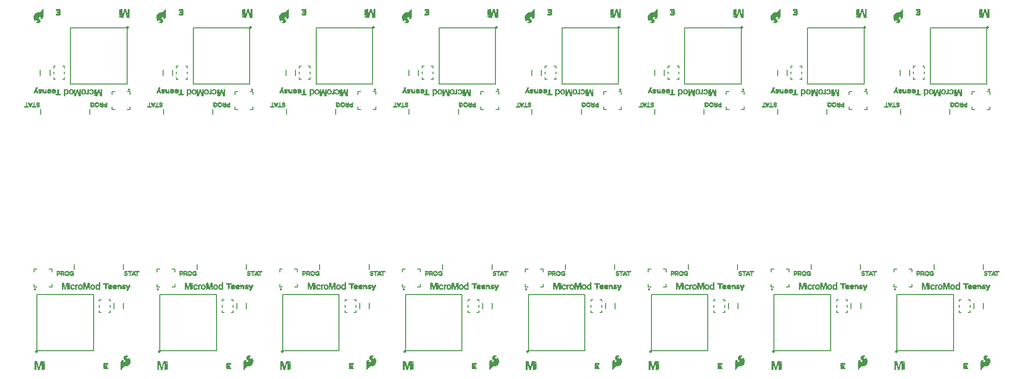
<source format=gto>
G04 EAGLE Gerber RS-274X export*
G75*
%MOMM*%
%FSLAX34Y34*%
%LPD*%
%INSilkscreen Top*%
%IPPOS*%
%AMOC8*
5,1,8,0,0,1.08239X$1,22.5*%
G01*
%ADD10C,0.127000*%
%ADD11C,0.508000*%
%ADD12C,0.203200*%
%ADD13C,0.381000*%
%ADD14C,0.152400*%
%ADD15R,0.880000X0.040000*%
%ADD16R,1.000000X0.040000*%
%ADD17R,1.040000X0.040000*%
%ADD18R,0.960000X0.040000*%
%ADD19R,0.280000X0.040000*%
%ADD20R,0.080000X0.040000*%
%ADD21R,0.400000X0.040000*%
%ADD22R,0.200000X0.040000*%
%ADD23R,0.160000X0.040000*%
%ADD24R,0.480000X0.040000*%
%ADD25R,0.520000X0.040000*%
%ADD26R,0.600000X0.040000*%
%ADD27R,0.240000X0.040000*%
%ADD28R,0.640000X0.040000*%
%ADD29R,0.560000X0.040000*%
%ADD30R,0.680000X0.040000*%
%ADD31R,0.320000X0.040000*%
%ADD32R,0.720000X0.040000*%
%ADD33R,0.760000X0.040000*%
%ADD34R,0.440000X0.040000*%
%ADD35R,0.040000X0.040000*%
%ADD36R,0.360000X0.040000*%
%ADD37R,0.290000X0.030000*%
%ADD38R,0.190000X0.030000*%
%ADD39R,0.230000X0.030000*%
%ADD40R,0.480000X0.030000*%
%ADD41R,0.350000X0.030000*%
%ADD42R,0.410000X0.030000*%
%ADD43R,0.540000X0.030000*%
%ADD44R,0.550000X0.030000*%
%ADD45R,0.570000X0.040000*%
%ADD46R,0.580000X0.040000*%
%ADD47R,0.540000X0.040000*%
%ADD48R,0.610000X0.030000*%
%ADD49R,0.640000X0.030000*%
%ADD50R,0.670000X0.030000*%
%ADD51R,0.740000X0.030000*%
%ADD52R,0.260000X0.030000*%
%ADD53R,0.250000X0.030000*%
%ADD54R,0.120000X0.030000*%
%ADD55R,0.190000X0.040000*%
%ADD56R,0.230000X0.040000*%
%ADD57R,0.220000X0.040000*%
%ADD58R,0.250000X0.040000*%
%ADD59R,0.260000X0.040000*%
%ADD60R,0.030000X0.040000*%
%ADD61R,0.220000X0.030000*%
%ADD62R,0.320000X0.030000*%
%ADD63R,0.380000X0.030000*%
%ADD64R,0.670000X0.040000*%
%ADD65R,0.380000X0.040000*%
%ADD66R,0.570000X0.030000*%
%ADD67R,0.610000X0.040000*%
%ADD68R,0.700000X0.030000*%
%ADD69R,0.580000X0.030000*%
%ADD70R,0.450000X0.030000*%
%ADD71R,0.440000X0.030000*%
%ADD72R,0.130000X0.030000*%
%ADD73R,0.160000X0.030000*%
%ADD74R,0.100000X0.030000*%
%ADD75R,0.060000X0.030000*%
%ADD76R,0.030000X0.030000*%
%ADD77R,0.710000X0.030000*%
%ADD78R,0.800000X0.030000*%
%ADD79R,0.830000X0.030000*%
%ADD80R,0.840000X0.030000*%
%ADD81R,0.840000X0.040000*%
%ADD82R,0.830000X0.040000*%
%ADD83R,0.510000X0.030000*%
%ADD84R,0.760000X0.030000*%
%ADD85R,0.770000X0.030000*%
%ADD86R,0.390000X0.040000*%
%ADD87R,0.420000X0.030000*%
%ADD88R,0.510000X0.040000*%
%ADD89R,0.100000X0.040000*%
%ADD90R,0.710000X0.040000*%
%ADD91R,0.200000X0.030000*%
%ADD92R,0.800000X0.040000*%

G36*
X1499822Y25323D02*
X1499822Y25323D01*
X1499883Y25325D01*
X1499906Y25337D01*
X1499931Y25342D01*
X1500003Y25390D01*
X1500036Y25408D01*
X1500041Y25416D01*
X1500051Y25423D01*
X1500551Y25923D01*
X1500571Y25954D01*
X1500609Y25996D01*
X1500885Y26456D01*
X1501351Y26923D01*
X1501360Y26936D01*
X1501375Y26948D01*
X1501864Y27535D01*
X1503051Y28723D01*
X1503058Y28734D01*
X1503071Y28744D01*
X1504262Y30133D01*
X1505218Y31090D01*
X1506116Y31628D01*
X1506614Y31711D01*
X1508483Y31711D01*
X1508509Y31718D01*
X1508545Y31717D01*
X1509745Y31917D01*
X1509761Y31923D01*
X1509783Y31925D01*
X1510883Y32225D01*
X1510900Y32234D01*
X1510924Y32239D01*
X1511924Y32639D01*
X1511945Y32654D01*
X1511978Y32666D01*
X1512978Y33266D01*
X1512999Y33286D01*
X1513033Y33305D01*
X1513833Y34005D01*
X1513840Y34015D01*
X1513851Y34023D01*
X1514651Y34823D01*
X1514662Y34840D01*
X1514683Y34858D01*
X1515383Y35758D01*
X1515393Y35781D01*
X1515415Y35807D01*
X1516415Y37607D01*
X1516425Y37643D01*
X1516450Y37695D01*
X1516950Y39595D01*
X1516951Y39626D01*
X1516962Y39669D01*
X1517062Y41369D01*
X1517056Y41405D01*
X1517056Y41462D01*
X1516756Y43062D01*
X1516747Y43082D01*
X1516743Y43112D01*
X1516243Y44612D01*
X1516224Y44643D01*
X1516203Y44696D01*
X1515503Y45796D01*
X1515485Y45814D01*
X1515467Y45844D01*
X1515241Y46098D01*
X1514903Y46478D01*
X1514667Y46744D01*
X1514635Y46767D01*
X1514584Y46814D01*
X1513784Y47314D01*
X1513754Y47324D01*
X1513734Y47338D01*
X1513699Y47345D01*
X1513655Y47365D01*
X1513637Y47364D01*
X1513620Y47370D01*
X1513589Y47366D01*
X1513583Y47366D01*
X1513575Y47364D01*
X1513551Y47361D01*
X1513482Y47358D01*
X1513466Y47350D01*
X1513448Y47347D01*
X1513419Y47328D01*
X1513414Y47326D01*
X1513400Y47315D01*
X1513391Y47309D01*
X1513330Y47276D01*
X1513319Y47261D01*
X1513304Y47251D01*
X1513288Y47223D01*
X1513280Y47216D01*
X1513267Y47186D01*
X1513230Y47134D01*
X1513226Y47114D01*
X1513218Y47101D01*
X1513217Y47075D01*
X1513209Y47058D01*
X1513210Y47033D01*
X1513202Y46992D01*
X1513202Y46153D01*
X1513130Y45937D01*
X1513070Y45817D01*
X1512877Y45624D01*
X1512721Y45572D01*
X1512529Y45572D01*
X1511815Y45750D01*
X1511474Y45921D01*
X1511202Y46102D01*
X1510832Y46380D01*
X1510278Y46934D01*
X1509936Y47448D01*
X1509863Y47738D01*
X1509863Y48230D01*
X1509935Y48446D01*
X1510012Y48600D01*
X1510163Y48826D01*
X1510483Y49067D01*
X1510807Y49229D01*
X1511257Y49319D01*
X1511265Y49322D01*
X1511275Y49323D01*
X1511629Y49411D01*
X1512093Y49411D01*
X1512213Y49352D01*
X1512228Y49348D01*
X1512240Y49339D01*
X1512374Y49313D01*
X1512381Y49311D01*
X1512382Y49312D01*
X1512383Y49311D01*
X1512483Y49311D01*
X1512508Y49317D01*
X1512533Y49315D01*
X1512591Y49337D01*
X1512651Y49351D01*
X1512671Y49367D01*
X1512695Y49376D01*
X1512737Y49422D01*
X1512785Y49461D01*
X1512796Y49485D01*
X1512813Y49504D01*
X1512831Y49563D01*
X1512856Y49619D01*
X1512855Y49645D01*
X1512862Y49670D01*
X1512852Y49731D01*
X1512849Y49792D01*
X1512837Y49815D01*
X1512833Y49840D01*
X1512784Y49912D01*
X1512767Y49945D01*
X1512758Y49950D01*
X1512751Y49960D01*
X1512651Y50060D01*
X1512631Y50073D01*
X1512611Y50096D01*
X1512211Y50396D01*
X1512184Y50407D01*
X1512153Y50432D01*
X1510753Y51132D01*
X1510741Y51135D01*
X1510732Y51141D01*
X1510703Y51146D01*
X1510665Y51163D01*
X1509765Y51363D01*
X1509731Y51362D01*
X1509683Y51372D01*
X1508683Y51372D01*
X1508654Y51365D01*
X1508615Y51366D01*
X1507515Y51166D01*
X1507480Y51151D01*
X1507422Y51132D01*
X1507407Y51129D01*
X1507405Y51127D01*
X1507401Y51125D01*
X1506301Y50525D01*
X1506281Y50508D01*
X1506249Y50492D01*
X1505349Y49792D01*
X1505330Y49768D01*
X1505260Y49693D01*
X1504760Y48893D01*
X1504749Y48859D01*
X1504722Y48812D01*
X1504422Y47912D01*
X1504418Y47874D01*
X1504402Y47792D01*
X1504402Y46992D01*
X1504410Y46959D01*
X1504411Y46909D01*
X1504611Y46009D01*
X1504628Y45974D01*
X1504650Y45907D01*
X1505150Y45007D01*
X1505172Y44982D01*
X1505196Y44941D01*
X1505896Y44141D01*
X1505898Y44140D01*
X1505898Y44139D01*
X1506698Y43239D01*
X1506707Y43233D01*
X1506714Y43223D01*
X1507356Y42581D01*
X1507602Y41923D01*
X1507602Y41353D01*
X1507443Y40876D01*
X1507123Y40475D01*
X1506627Y40145D01*
X1505936Y39972D01*
X1505220Y39972D01*
X1504791Y40058D01*
X1504396Y40216D01*
X1503878Y40734D01*
X1503727Y40960D01*
X1503663Y41153D01*
X1503663Y41430D01*
X1503715Y41586D01*
X1504188Y42059D01*
X1504403Y42131D01*
X1504423Y42143D01*
X1504453Y42152D01*
X1504853Y42352D01*
X1504882Y42376D01*
X1504951Y42423D01*
X1505051Y42523D01*
X1505065Y42544D01*
X1505084Y42560D01*
X1505110Y42617D01*
X1505143Y42670D01*
X1505145Y42695D01*
X1505156Y42718D01*
X1505153Y42780D01*
X1505159Y42842D01*
X1505151Y42866D01*
X1505150Y42891D01*
X1505120Y42946D01*
X1505098Y43004D01*
X1505079Y43021D01*
X1505068Y43043D01*
X1504998Y43097D01*
X1504971Y43122D01*
X1504962Y43125D01*
X1504953Y43132D01*
X1504553Y43332D01*
X1504538Y43335D01*
X1504525Y43344D01*
X1504391Y43370D01*
X1504384Y43372D01*
X1504383Y43372D01*
X1503183Y43372D01*
X1503156Y43366D01*
X1503120Y43367D01*
X1502520Y43267D01*
X1502515Y43265D01*
X1502508Y43264D01*
X1502008Y43164D01*
X1501981Y43152D01*
X1501941Y43145D01*
X1501441Y42945D01*
X1501410Y42923D01*
X1501354Y42896D01*
X1500954Y42596D01*
X1500951Y42592D01*
X1500945Y42589D01*
X1500445Y42189D01*
X1500427Y42166D01*
X1500357Y42087D01*
X1499757Y41087D01*
X1499745Y41051D01*
X1499717Y40996D01*
X1499517Y40296D01*
X1499516Y40271D01*
X1499505Y40239D01*
X1499405Y39439D01*
X1499407Y39418D01*
X1499402Y39392D01*
X1499402Y25692D01*
X1499408Y25666D01*
X1499406Y25641D01*
X1499428Y25583D01*
X1499442Y25523D01*
X1499458Y25503D01*
X1499467Y25479D01*
X1499513Y25437D01*
X1499552Y25389D01*
X1499576Y25379D01*
X1499595Y25361D01*
X1499654Y25344D01*
X1499710Y25318D01*
X1499736Y25319D01*
X1499761Y25312D01*
X1499822Y25323D01*
G37*
G36*
X399798Y25323D02*
X399798Y25323D01*
X399860Y25325D01*
X399883Y25337D01*
X399908Y25342D01*
X399980Y25390D01*
X400012Y25408D01*
X400018Y25416D01*
X400028Y25423D01*
X400528Y25923D01*
X400548Y25954D01*
X400585Y25996D01*
X400861Y26456D01*
X401328Y26923D01*
X401336Y26936D01*
X401352Y26948D01*
X401841Y27535D01*
X403028Y28723D01*
X403035Y28734D01*
X403048Y28744D01*
X404239Y30133D01*
X405195Y31090D01*
X406093Y31628D01*
X406591Y31711D01*
X408459Y31711D01*
X408486Y31718D01*
X408522Y31717D01*
X409722Y31917D01*
X409738Y31923D01*
X409759Y31925D01*
X410859Y32225D01*
X410876Y32234D01*
X410901Y32239D01*
X411901Y32639D01*
X411922Y32654D01*
X411955Y32666D01*
X412955Y33266D01*
X412976Y33286D01*
X413010Y33305D01*
X413810Y34005D01*
X413817Y34015D01*
X413828Y34023D01*
X414628Y34823D01*
X414639Y34840D01*
X414660Y34858D01*
X415360Y35758D01*
X415370Y35781D01*
X415392Y35807D01*
X416392Y37607D01*
X416402Y37643D01*
X416427Y37695D01*
X416927Y39595D01*
X416928Y39626D01*
X416939Y39669D01*
X417039Y41369D01*
X417033Y41405D01*
X417033Y41462D01*
X416733Y43062D01*
X416724Y43082D01*
X416720Y43112D01*
X416220Y44612D01*
X416201Y44643D01*
X416180Y44696D01*
X415480Y45796D01*
X415461Y45814D01*
X415444Y45844D01*
X415218Y46098D01*
X414880Y46478D01*
X414644Y46744D01*
X414612Y46767D01*
X414561Y46814D01*
X413761Y47314D01*
X413731Y47324D01*
X413711Y47338D01*
X413676Y47345D01*
X413632Y47365D01*
X413614Y47364D01*
X413597Y47370D01*
X413565Y47366D01*
X413559Y47366D01*
X413552Y47364D01*
X413528Y47361D01*
X413459Y47358D01*
X413443Y47350D01*
X413425Y47347D01*
X413396Y47328D01*
X413391Y47326D01*
X413377Y47315D01*
X413367Y47309D01*
X413307Y47276D01*
X413296Y47261D01*
X413281Y47251D01*
X413265Y47223D01*
X413257Y47216D01*
X413244Y47186D01*
X413207Y47134D01*
X413203Y47114D01*
X413195Y47101D01*
X413194Y47075D01*
X413186Y47058D01*
X413187Y47033D01*
X413179Y46992D01*
X413179Y46153D01*
X413107Y45937D01*
X413047Y45817D01*
X412854Y45624D01*
X412698Y45572D01*
X412506Y45572D01*
X411792Y45750D01*
X411451Y45921D01*
X411179Y46102D01*
X410809Y46380D01*
X410255Y46934D01*
X409912Y47448D01*
X409840Y47738D01*
X409840Y48230D01*
X409912Y48446D01*
X409989Y48600D01*
X410140Y48826D01*
X410460Y49067D01*
X410784Y49229D01*
X411234Y49319D01*
X411242Y49322D01*
X411252Y49323D01*
X411606Y49411D01*
X412070Y49411D01*
X412189Y49352D01*
X412204Y49348D01*
X412217Y49339D01*
X412351Y49313D01*
X412358Y49311D01*
X412359Y49312D01*
X412359Y49311D01*
X412459Y49311D01*
X412485Y49317D01*
X412510Y49315D01*
X412568Y49337D01*
X412628Y49351D01*
X412648Y49367D01*
X412672Y49376D01*
X412714Y49422D01*
X412762Y49461D01*
X412772Y49485D01*
X412790Y49504D01*
X412807Y49563D01*
X412833Y49619D01*
X412832Y49645D01*
X412839Y49670D01*
X412828Y49731D01*
X412826Y49792D01*
X412814Y49815D01*
X412809Y49840D01*
X412761Y49912D01*
X412743Y49945D01*
X412735Y49950D01*
X412728Y49960D01*
X412628Y50060D01*
X412608Y50073D01*
X412588Y50096D01*
X412188Y50396D01*
X412161Y50407D01*
X412129Y50432D01*
X410729Y51132D01*
X410717Y51135D01*
X410709Y51141D01*
X410680Y51146D01*
X410642Y51163D01*
X409742Y51363D01*
X409708Y51362D01*
X409659Y51372D01*
X408659Y51372D01*
X408631Y51365D01*
X408591Y51366D01*
X407491Y51166D01*
X407456Y51151D01*
X407399Y51132D01*
X407384Y51129D01*
X407382Y51127D01*
X407377Y51125D01*
X406277Y50525D01*
X406258Y50508D01*
X406226Y50492D01*
X405326Y49792D01*
X405307Y49768D01*
X405237Y49693D01*
X404737Y48893D01*
X404725Y48859D01*
X404699Y48812D01*
X404399Y47912D01*
X404395Y47874D01*
X404379Y47792D01*
X404379Y46992D01*
X404387Y46959D01*
X404388Y46909D01*
X404588Y46009D01*
X404605Y45974D01*
X404627Y45907D01*
X405127Y45007D01*
X405149Y44982D01*
X405173Y44941D01*
X405873Y44141D01*
X405874Y44140D01*
X405875Y44139D01*
X406675Y43239D01*
X406684Y43233D01*
X406691Y43223D01*
X407332Y42581D01*
X407579Y41923D01*
X407579Y41353D01*
X407420Y40876D01*
X407099Y40475D01*
X406603Y40145D01*
X405913Y39972D01*
X405197Y39972D01*
X404768Y40058D01*
X404373Y40216D01*
X403855Y40734D01*
X403704Y40960D01*
X403640Y41153D01*
X403640Y41430D01*
X403692Y41586D01*
X404165Y42059D01*
X404380Y42131D01*
X404400Y42143D01*
X404429Y42152D01*
X404829Y42352D01*
X404858Y42376D01*
X404928Y42423D01*
X405028Y42523D01*
X405041Y42544D01*
X405061Y42560D01*
X405087Y42617D01*
X405120Y42670D01*
X405122Y42695D01*
X405132Y42718D01*
X405130Y42780D01*
X405136Y42842D01*
X405127Y42866D01*
X405126Y42891D01*
X405097Y42946D01*
X405075Y43004D01*
X405056Y43021D01*
X405044Y43043D01*
X404974Y43097D01*
X404948Y43122D01*
X404939Y43125D01*
X404929Y43132D01*
X404529Y43332D01*
X404514Y43335D01*
X404502Y43344D01*
X404368Y43370D01*
X404361Y43372D01*
X404360Y43372D01*
X404359Y43372D01*
X403159Y43372D01*
X403133Y43366D01*
X403097Y43367D01*
X402497Y43267D01*
X402492Y43265D01*
X402485Y43264D01*
X401985Y43164D01*
X401958Y43152D01*
X401918Y43145D01*
X401418Y42945D01*
X401387Y42923D01*
X401331Y42896D01*
X400931Y42596D01*
X400928Y42592D01*
X400922Y42589D01*
X400422Y42189D01*
X400404Y42166D01*
X400333Y42087D01*
X399733Y41087D01*
X399722Y41051D01*
X399694Y40996D01*
X399494Y40296D01*
X399493Y40271D01*
X399482Y40239D01*
X399382Y39439D01*
X399384Y39418D01*
X399379Y39392D01*
X399379Y25692D01*
X399385Y25666D01*
X399383Y25641D01*
X399405Y25583D01*
X399419Y25523D01*
X399435Y25503D01*
X399444Y25479D01*
X399490Y25437D01*
X399529Y25389D01*
X399552Y25379D01*
X399571Y25361D01*
X399631Y25344D01*
X399687Y25318D01*
X399713Y25319D01*
X399737Y25312D01*
X399798Y25323D01*
G37*
G36*
X1279807Y25323D02*
X1279807Y25323D01*
X1279869Y25325D01*
X1279891Y25337D01*
X1279917Y25342D01*
X1279988Y25390D01*
X1280021Y25408D01*
X1280026Y25416D01*
X1280037Y25423D01*
X1280537Y25923D01*
X1280556Y25954D01*
X1280594Y25996D01*
X1280870Y26456D01*
X1281337Y26923D01*
X1281345Y26936D01*
X1281360Y26948D01*
X1281849Y27535D01*
X1283037Y28723D01*
X1283044Y28734D01*
X1283057Y28744D01*
X1284247Y30133D01*
X1285204Y31090D01*
X1286102Y31628D01*
X1286599Y31711D01*
X1288468Y31711D01*
X1288494Y31718D01*
X1288530Y31717D01*
X1289730Y31917D01*
X1289746Y31923D01*
X1289768Y31925D01*
X1290868Y32225D01*
X1290885Y32234D01*
X1290909Y32239D01*
X1291909Y32639D01*
X1291931Y32654D01*
X1291963Y32666D01*
X1292963Y33266D01*
X1292984Y33286D01*
X1293018Y33305D01*
X1293818Y34005D01*
X1293825Y34015D01*
X1293837Y34023D01*
X1294637Y34823D01*
X1294648Y34840D01*
X1294668Y34858D01*
X1295368Y35758D01*
X1295379Y35781D01*
X1295400Y35807D01*
X1296400Y37607D01*
X1296410Y37643D01*
X1296436Y37695D01*
X1296936Y39595D01*
X1296936Y39626D01*
X1296947Y39669D01*
X1297047Y41369D01*
X1297041Y41405D01*
X1297042Y41462D01*
X1296742Y43062D01*
X1296732Y43082D01*
X1296729Y43112D01*
X1296229Y44612D01*
X1296209Y44643D01*
X1296189Y44696D01*
X1295489Y45796D01*
X1295470Y45814D01*
X1295452Y45844D01*
X1295227Y46098D01*
X1294889Y46478D01*
X1294652Y46744D01*
X1294620Y46767D01*
X1294569Y46814D01*
X1293769Y47314D01*
X1293740Y47324D01*
X1293720Y47338D01*
X1293684Y47345D01*
X1293640Y47365D01*
X1293622Y47364D01*
X1293605Y47370D01*
X1293574Y47366D01*
X1293568Y47366D01*
X1293560Y47364D01*
X1293536Y47361D01*
X1293467Y47358D01*
X1293451Y47350D01*
X1293434Y47347D01*
X1293404Y47328D01*
X1293399Y47326D01*
X1293385Y47315D01*
X1293376Y47309D01*
X1293315Y47276D01*
X1293305Y47261D01*
X1293290Y47251D01*
X1293274Y47223D01*
X1293265Y47216D01*
X1293252Y47186D01*
X1293215Y47134D01*
X1293211Y47114D01*
X1293204Y47101D01*
X1293202Y47075D01*
X1293195Y47058D01*
X1293196Y47033D01*
X1293188Y46992D01*
X1293188Y46153D01*
X1293116Y45937D01*
X1293055Y45817D01*
X1292862Y45624D01*
X1292706Y45572D01*
X1292515Y45572D01*
X1291800Y45750D01*
X1291459Y45921D01*
X1291187Y46102D01*
X1290818Y46380D01*
X1290263Y46934D01*
X1289921Y47448D01*
X1289848Y47738D01*
X1289848Y48230D01*
X1289920Y48446D01*
X1289997Y48600D01*
X1290148Y48826D01*
X1290469Y49067D01*
X1290792Y49229D01*
X1291242Y49319D01*
X1291250Y49322D01*
X1291260Y49323D01*
X1291615Y49411D01*
X1292078Y49411D01*
X1292198Y49352D01*
X1292213Y49348D01*
X1292226Y49339D01*
X1292360Y49313D01*
X1292366Y49311D01*
X1292367Y49312D01*
X1292368Y49311D01*
X1292468Y49311D01*
X1292493Y49317D01*
X1292519Y49315D01*
X1292576Y49337D01*
X1292637Y49351D01*
X1292656Y49367D01*
X1292681Y49376D01*
X1292723Y49422D01*
X1292770Y49461D01*
X1292781Y49485D01*
X1292798Y49504D01*
X1292816Y49563D01*
X1292841Y49619D01*
X1292840Y49645D01*
X1292847Y49670D01*
X1292837Y49731D01*
X1292835Y49792D01*
X1292822Y49815D01*
X1292818Y49840D01*
X1292770Y49912D01*
X1292752Y49945D01*
X1292744Y49950D01*
X1292737Y49960D01*
X1292637Y50060D01*
X1292617Y50073D01*
X1292596Y50096D01*
X1292196Y50396D01*
X1292169Y50407D01*
X1292138Y50432D01*
X1290738Y51132D01*
X1290726Y51135D01*
X1290717Y51141D01*
X1290688Y51146D01*
X1290650Y51163D01*
X1289750Y51363D01*
X1289716Y51362D01*
X1289668Y51372D01*
X1288668Y51372D01*
X1288640Y51365D01*
X1288600Y51366D01*
X1287500Y51166D01*
X1287465Y51151D01*
X1287408Y51132D01*
X1287393Y51129D01*
X1287390Y51127D01*
X1287386Y51125D01*
X1286286Y50525D01*
X1286266Y50508D01*
X1286234Y50492D01*
X1285334Y49792D01*
X1285315Y49768D01*
X1285245Y49693D01*
X1284745Y48893D01*
X1284734Y48859D01*
X1284707Y48812D01*
X1284407Y47912D01*
X1284404Y47874D01*
X1284388Y47792D01*
X1284388Y46992D01*
X1284395Y46959D01*
X1284397Y46909D01*
X1284597Y46009D01*
X1284614Y45974D01*
X1284635Y45907D01*
X1285135Y45007D01*
X1285158Y44982D01*
X1285182Y44941D01*
X1285882Y44141D01*
X1285883Y44140D01*
X1285884Y44139D01*
X1286684Y43239D01*
X1286692Y43233D01*
X1286699Y43223D01*
X1287341Y42581D01*
X1287588Y41923D01*
X1287588Y41353D01*
X1287429Y40876D01*
X1287108Y40475D01*
X1286612Y40145D01*
X1285921Y39972D01*
X1285206Y39972D01*
X1284777Y40058D01*
X1284381Y40216D01*
X1283863Y40734D01*
X1283712Y40960D01*
X1283648Y41153D01*
X1283648Y41430D01*
X1283700Y41586D01*
X1284173Y42059D01*
X1284388Y42131D01*
X1284408Y42143D01*
X1284438Y42152D01*
X1284838Y42352D01*
X1284867Y42376D01*
X1284937Y42423D01*
X1285037Y42523D01*
X1285050Y42544D01*
X1285069Y42560D01*
X1285095Y42617D01*
X1285128Y42670D01*
X1285130Y42695D01*
X1285141Y42718D01*
X1285139Y42780D01*
X1285145Y42842D01*
X1285136Y42866D01*
X1285135Y42891D01*
X1285105Y42946D01*
X1285083Y43004D01*
X1285065Y43021D01*
X1285053Y43043D01*
X1284983Y43097D01*
X1284956Y43122D01*
X1284947Y43125D01*
X1284938Y43132D01*
X1284538Y43332D01*
X1284523Y43335D01*
X1284510Y43344D01*
X1284376Y43370D01*
X1284369Y43372D01*
X1284368Y43372D01*
X1283168Y43372D01*
X1283142Y43366D01*
X1283105Y43367D01*
X1282505Y43267D01*
X1282500Y43265D01*
X1282493Y43264D01*
X1281993Y43164D01*
X1281966Y43152D01*
X1281927Y43145D01*
X1281427Y42945D01*
X1281395Y42923D01*
X1281340Y42896D01*
X1280940Y42596D01*
X1280936Y42592D01*
X1280930Y42589D01*
X1280430Y42189D01*
X1280413Y42166D01*
X1280342Y42087D01*
X1279742Y41087D01*
X1279730Y41051D01*
X1279702Y40996D01*
X1279502Y40296D01*
X1279501Y40271D01*
X1279491Y40239D01*
X1279391Y39439D01*
X1279393Y39418D01*
X1279388Y39392D01*
X1279388Y25692D01*
X1279393Y25666D01*
X1279391Y25641D01*
X1279413Y25583D01*
X1279427Y25523D01*
X1279443Y25503D01*
X1279453Y25479D01*
X1279498Y25437D01*
X1279537Y25389D01*
X1279561Y25379D01*
X1279580Y25361D01*
X1279639Y25344D01*
X1279695Y25318D01*
X1279721Y25319D01*
X1279746Y25312D01*
X1279807Y25323D01*
G37*
G36*
X1719811Y25323D02*
X1719811Y25323D01*
X1719873Y25325D01*
X1719895Y25337D01*
X1719921Y25342D01*
X1719992Y25390D01*
X1720025Y25408D01*
X1720031Y25416D01*
X1720041Y25423D01*
X1720541Y25923D01*
X1720560Y25954D01*
X1720598Y25996D01*
X1720874Y26456D01*
X1721341Y26923D01*
X1721349Y26936D01*
X1721364Y26948D01*
X1721853Y27535D01*
X1723041Y28723D01*
X1723048Y28734D01*
X1723061Y28744D01*
X1724251Y30133D01*
X1725208Y31090D01*
X1726106Y31628D01*
X1726603Y31711D01*
X1728472Y31711D01*
X1728498Y31718D01*
X1728535Y31717D01*
X1729735Y31917D01*
X1729750Y31923D01*
X1729772Y31925D01*
X1730872Y32225D01*
X1730889Y32234D01*
X1730913Y32239D01*
X1731913Y32639D01*
X1731935Y32654D01*
X1731968Y32666D01*
X1732968Y33266D01*
X1732988Y33286D01*
X1733022Y33305D01*
X1733822Y34005D01*
X1733829Y34015D01*
X1733841Y34023D01*
X1734641Y34823D01*
X1734652Y34840D01*
X1734672Y34858D01*
X1735372Y35758D01*
X1735383Y35781D01*
X1735404Y35807D01*
X1736404Y37607D01*
X1736415Y37643D01*
X1736440Y37695D01*
X1736940Y39595D01*
X1736941Y39626D01*
X1736952Y39669D01*
X1737052Y41369D01*
X1737045Y41405D01*
X1737046Y41462D01*
X1736746Y43062D01*
X1736737Y43082D01*
X1736733Y43112D01*
X1736233Y44612D01*
X1736214Y44643D01*
X1736193Y44696D01*
X1735493Y45796D01*
X1735474Y45814D01*
X1735456Y45844D01*
X1735231Y46098D01*
X1734893Y46478D01*
X1734656Y46744D01*
X1734624Y46767D01*
X1734574Y46814D01*
X1733774Y47314D01*
X1733744Y47324D01*
X1733724Y47338D01*
X1733689Y47345D01*
X1733644Y47365D01*
X1733627Y47364D01*
X1733610Y47370D01*
X1733578Y47366D01*
X1733572Y47366D01*
X1733564Y47364D01*
X1733541Y47361D01*
X1733471Y47358D01*
X1733456Y47350D01*
X1733438Y47347D01*
X1733408Y47328D01*
X1733403Y47326D01*
X1733389Y47315D01*
X1733380Y47309D01*
X1733319Y47276D01*
X1733309Y47261D01*
X1733294Y47251D01*
X1733278Y47223D01*
X1733270Y47216D01*
X1733256Y47186D01*
X1733219Y47134D01*
X1733216Y47114D01*
X1733208Y47101D01*
X1733206Y47075D01*
X1733199Y47058D01*
X1733200Y47033D01*
X1733192Y46992D01*
X1733192Y46153D01*
X1733120Y45937D01*
X1733060Y45817D01*
X1732867Y45624D01*
X1732710Y45572D01*
X1732519Y45572D01*
X1731805Y45750D01*
X1731463Y45921D01*
X1731192Y46102D01*
X1730822Y46380D01*
X1730268Y46934D01*
X1729925Y47448D01*
X1729852Y47738D01*
X1729852Y48230D01*
X1729924Y48446D01*
X1730002Y48600D01*
X1730152Y48826D01*
X1730473Y49067D01*
X1730796Y49229D01*
X1731247Y49319D01*
X1731254Y49322D01*
X1731264Y49323D01*
X1731619Y49411D01*
X1732082Y49411D01*
X1732202Y49352D01*
X1732217Y49348D01*
X1732230Y49339D01*
X1732364Y49313D01*
X1732371Y49311D01*
X1732371Y49312D01*
X1732372Y49311D01*
X1732472Y49311D01*
X1732497Y49317D01*
X1732523Y49315D01*
X1732581Y49337D01*
X1732641Y49351D01*
X1732661Y49367D01*
X1732685Y49376D01*
X1732727Y49422D01*
X1732774Y49461D01*
X1732785Y49485D01*
X1732802Y49504D01*
X1732820Y49563D01*
X1732845Y49619D01*
X1732844Y49645D01*
X1732852Y49670D01*
X1732841Y49731D01*
X1732839Y49792D01*
X1732826Y49815D01*
X1732822Y49840D01*
X1732774Y49912D01*
X1732756Y49945D01*
X1732748Y49950D01*
X1732741Y49960D01*
X1732641Y50060D01*
X1732621Y50073D01*
X1732600Y50096D01*
X1732200Y50396D01*
X1732174Y50407D01*
X1732142Y50432D01*
X1730742Y51132D01*
X1730730Y51135D01*
X1730721Y51141D01*
X1730692Y51146D01*
X1730655Y51163D01*
X1729755Y51363D01*
X1729721Y51362D01*
X1729672Y51372D01*
X1728672Y51372D01*
X1728644Y51365D01*
X1728604Y51366D01*
X1727504Y51166D01*
X1727469Y51151D01*
X1727412Y51132D01*
X1727397Y51129D01*
X1727394Y51127D01*
X1727390Y51125D01*
X1726290Y50525D01*
X1726270Y50508D01*
X1726239Y50492D01*
X1725339Y49792D01*
X1725319Y49768D01*
X1725250Y49693D01*
X1724750Y48893D01*
X1724738Y48859D01*
X1724711Y48812D01*
X1724411Y47912D01*
X1724408Y47874D01*
X1724392Y47792D01*
X1724392Y46992D01*
X1724399Y46959D01*
X1724401Y46909D01*
X1724601Y46009D01*
X1724618Y45974D01*
X1724640Y45907D01*
X1725140Y45007D01*
X1725162Y44982D01*
X1725186Y44941D01*
X1725886Y44141D01*
X1725887Y44140D01*
X1725888Y44139D01*
X1726688Y43239D01*
X1726696Y43233D01*
X1726703Y43223D01*
X1727345Y42581D01*
X1727592Y41923D01*
X1727592Y41353D01*
X1727433Y40876D01*
X1727112Y40475D01*
X1726616Y40145D01*
X1725925Y39972D01*
X1725210Y39972D01*
X1724781Y40058D01*
X1724386Y40216D01*
X1723868Y40734D01*
X1723717Y40960D01*
X1723652Y41153D01*
X1723652Y41430D01*
X1723704Y41586D01*
X1724177Y42059D01*
X1724392Y42131D01*
X1724412Y42143D01*
X1724442Y42152D01*
X1724842Y42352D01*
X1724871Y42376D01*
X1724941Y42423D01*
X1725041Y42523D01*
X1725054Y42544D01*
X1725073Y42560D01*
X1725099Y42617D01*
X1725132Y42670D01*
X1725135Y42695D01*
X1725145Y42718D01*
X1725143Y42780D01*
X1725149Y42842D01*
X1725140Y42866D01*
X1725139Y42891D01*
X1725109Y42946D01*
X1725087Y43004D01*
X1725069Y43021D01*
X1725057Y43043D01*
X1724987Y43097D01*
X1724960Y43122D01*
X1724951Y43125D01*
X1724942Y43132D01*
X1724542Y43332D01*
X1724527Y43335D01*
X1724514Y43344D01*
X1724380Y43370D01*
X1724374Y43372D01*
X1724373Y43372D01*
X1724372Y43372D01*
X1723172Y43372D01*
X1723146Y43366D01*
X1723110Y43367D01*
X1722510Y43267D01*
X1722504Y43265D01*
X1722497Y43264D01*
X1721997Y43164D01*
X1721971Y43152D01*
X1721931Y43145D01*
X1721431Y42945D01*
X1721400Y42923D01*
X1721344Y42896D01*
X1720944Y42596D01*
X1720940Y42592D01*
X1720934Y42589D01*
X1720434Y42189D01*
X1720417Y42166D01*
X1720346Y42087D01*
X1719746Y41087D01*
X1719734Y41051D01*
X1719706Y40996D01*
X1719506Y40296D01*
X1719505Y40271D01*
X1719495Y40239D01*
X1719395Y39439D01*
X1719397Y39418D01*
X1719392Y39392D01*
X1719392Y25692D01*
X1719398Y25666D01*
X1719395Y25641D01*
X1719417Y25583D01*
X1719431Y25523D01*
X1719448Y25503D01*
X1719457Y25479D01*
X1719502Y25437D01*
X1719541Y25389D01*
X1719565Y25379D01*
X1719584Y25361D01*
X1719643Y25344D01*
X1719700Y25318D01*
X1719725Y25319D01*
X1719750Y25312D01*
X1719811Y25323D01*
G37*
G36*
X179809Y25323D02*
X179809Y25323D01*
X179871Y25325D01*
X179893Y25337D01*
X179919Y25342D01*
X179990Y25390D01*
X180023Y25408D01*
X180029Y25416D01*
X180039Y25423D01*
X180539Y25923D01*
X180558Y25954D01*
X180596Y25996D01*
X180872Y26456D01*
X181339Y26923D01*
X181347Y26936D01*
X181362Y26948D01*
X181851Y27535D01*
X183039Y28723D01*
X183046Y28734D01*
X183059Y28744D01*
X184249Y30133D01*
X185206Y31090D01*
X186104Y31628D01*
X186601Y31711D01*
X188470Y31711D01*
X188496Y31718D01*
X188533Y31717D01*
X189733Y31917D01*
X189748Y31923D01*
X189770Y31925D01*
X190870Y32225D01*
X190887Y32234D01*
X190911Y32239D01*
X191911Y32639D01*
X191933Y32654D01*
X191966Y32666D01*
X192966Y33266D01*
X192986Y33286D01*
X193020Y33305D01*
X193820Y34005D01*
X193827Y34015D01*
X193839Y34023D01*
X194639Y34823D01*
X194650Y34840D01*
X194670Y34858D01*
X195370Y35758D01*
X195381Y35781D01*
X195402Y35807D01*
X196402Y37607D01*
X196413Y37643D01*
X196438Y37695D01*
X196938Y39595D01*
X196939Y39626D01*
X196950Y39669D01*
X197050Y41369D01*
X197043Y41405D01*
X197044Y41462D01*
X196744Y43062D01*
X196735Y43082D01*
X196731Y43112D01*
X196231Y44612D01*
X196212Y44643D01*
X196191Y44696D01*
X195491Y45796D01*
X195472Y45814D01*
X195454Y45844D01*
X195229Y46098D01*
X194891Y46478D01*
X194654Y46744D01*
X194622Y46767D01*
X194572Y46814D01*
X193772Y47314D01*
X193742Y47324D01*
X193722Y47338D01*
X193687Y47345D01*
X193642Y47365D01*
X193625Y47364D01*
X193608Y47370D01*
X193576Y47366D01*
X193570Y47366D01*
X193562Y47364D01*
X193539Y47361D01*
X193469Y47358D01*
X193454Y47350D01*
X193436Y47347D01*
X193406Y47328D01*
X193401Y47326D01*
X193387Y47315D01*
X193378Y47309D01*
X193317Y47276D01*
X193307Y47261D01*
X193292Y47251D01*
X193276Y47223D01*
X193268Y47216D01*
X193254Y47186D01*
X193217Y47134D01*
X193214Y47114D01*
X193206Y47101D01*
X193204Y47075D01*
X193197Y47058D01*
X193198Y47033D01*
X193190Y46992D01*
X193190Y46153D01*
X193118Y45937D01*
X193058Y45817D01*
X192865Y45624D01*
X192708Y45572D01*
X192517Y45572D01*
X191803Y45750D01*
X191461Y45921D01*
X191190Y46102D01*
X190820Y46380D01*
X190266Y46934D01*
X189923Y47448D01*
X189850Y47738D01*
X189850Y48230D01*
X189922Y48446D01*
X190000Y48600D01*
X190150Y48827D01*
X190471Y49067D01*
X190794Y49229D01*
X191245Y49319D01*
X191252Y49322D01*
X191262Y49323D01*
X191617Y49411D01*
X192080Y49411D01*
X192200Y49352D01*
X192215Y49348D01*
X192228Y49339D01*
X192362Y49313D01*
X192369Y49311D01*
X192369Y49312D01*
X192370Y49311D01*
X192470Y49311D01*
X192495Y49317D01*
X192521Y49315D01*
X192579Y49337D01*
X192639Y49351D01*
X192659Y49367D01*
X192683Y49376D01*
X192725Y49422D01*
X192772Y49461D01*
X192783Y49485D01*
X192800Y49504D01*
X192818Y49563D01*
X192843Y49619D01*
X192842Y49645D01*
X192850Y49670D01*
X192839Y49731D01*
X192837Y49792D01*
X192824Y49815D01*
X192820Y49840D01*
X192772Y49912D01*
X192754Y49945D01*
X192746Y49950D01*
X192739Y49960D01*
X192639Y50060D01*
X192619Y50073D01*
X192598Y50096D01*
X192198Y50396D01*
X192172Y50407D01*
X192140Y50432D01*
X190740Y51132D01*
X190728Y51135D01*
X190719Y51141D01*
X190690Y51146D01*
X190653Y51163D01*
X189753Y51363D01*
X189719Y51362D01*
X189670Y51372D01*
X188670Y51372D01*
X188642Y51365D01*
X188602Y51366D01*
X187502Y51166D01*
X187467Y51151D01*
X187410Y51132D01*
X187395Y51129D01*
X187392Y51127D01*
X187388Y51125D01*
X186288Y50525D01*
X186268Y50508D01*
X186237Y50492D01*
X185337Y49792D01*
X185317Y49768D01*
X185248Y49693D01*
X184748Y48893D01*
X184736Y48859D01*
X184709Y48812D01*
X184409Y47912D01*
X184406Y47874D01*
X184390Y47792D01*
X184390Y46992D01*
X184397Y46959D01*
X184399Y46909D01*
X184599Y46009D01*
X184616Y45974D01*
X184638Y45907D01*
X185138Y45007D01*
X185160Y44982D01*
X185184Y44941D01*
X185884Y44141D01*
X185885Y44140D01*
X185886Y44139D01*
X186686Y43239D01*
X186694Y43233D01*
X186701Y43223D01*
X187343Y42581D01*
X187590Y41923D01*
X187590Y41353D01*
X187431Y40876D01*
X187110Y40475D01*
X186614Y40145D01*
X185923Y39972D01*
X185208Y39972D01*
X184779Y40058D01*
X184384Y40216D01*
X183866Y40734D01*
X183715Y40960D01*
X183650Y41153D01*
X183650Y41430D01*
X183702Y41586D01*
X184175Y42059D01*
X184390Y42131D01*
X184410Y42143D01*
X184440Y42152D01*
X184840Y42352D01*
X184869Y42376D01*
X184939Y42423D01*
X185039Y42523D01*
X185052Y42544D01*
X185071Y42560D01*
X185097Y42617D01*
X185130Y42670D01*
X185133Y42695D01*
X185143Y42718D01*
X185141Y42780D01*
X185147Y42842D01*
X185138Y42866D01*
X185137Y42891D01*
X185107Y42946D01*
X185085Y43004D01*
X185067Y43021D01*
X185055Y43043D01*
X184985Y43097D01*
X184958Y43122D01*
X184949Y43125D01*
X184940Y43132D01*
X184540Y43332D01*
X184525Y43335D01*
X184512Y43344D01*
X184378Y43370D01*
X184372Y43372D01*
X184371Y43372D01*
X184370Y43372D01*
X183170Y43372D01*
X183144Y43366D01*
X183108Y43367D01*
X182508Y43267D01*
X182502Y43265D01*
X182495Y43264D01*
X181995Y43164D01*
X181969Y43152D01*
X181929Y43145D01*
X181429Y42945D01*
X181398Y42923D01*
X181342Y42896D01*
X180942Y42596D01*
X180938Y42592D01*
X180932Y42589D01*
X180432Y42189D01*
X180415Y42166D01*
X180344Y42087D01*
X179744Y41087D01*
X179732Y41051D01*
X179704Y40996D01*
X179504Y40296D01*
X179503Y40271D01*
X179493Y40239D01*
X179393Y39439D01*
X179395Y39418D01*
X179390Y39392D01*
X179390Y25692D01*
X179396Y25666D01*
X179393Y25641D01*
X179415Y25583D01*
X179429Y25523D01*
X179446Y25503D01*
X179455Y25479D01*
X179500Y25437D01*
X179539Y25389D01*
X179563Y25379D01*
X179582Y25361D01*
X179641Y25344D01*
X179698Y25318D01*
X179723Y25319D01*
X179748Y25312D01*
X179809Y25323D01*
G37*
G36*
X839803Y25323D02*
X839803Y25323D01*
X839864Y25325D01*
X839887Y25337D01*
X839912Y25342D01*
X839984Y25390D01*
X840017Y25408D01*
X840022Y25416D01*
X840032Y25423D01*
X840532Y25923D01*
X840552Y25954D01*
X840590Y25996D01*
X840866Y26456D01*
X841332Y26923D01*
X841341Y26936D01*
X841356Y26948D01*
X841845Y27535D01*
X843032Y28723D01*
X843039Y28734D01*
X843052Y28744D01*
X844243Y30133D01*
X845199Y31090D01*
X846097Y31628D01*
X846595Y31711D01*
X848464Y31711D01*
X848490Y31718D01*
X848526Y31717D01*
X849726Y31917D01*
X849742Y31923D01*
X849764Y31925D01*
X850864Y32225D01*
X850881Y32234D01*
X850905Y32239D01*
X851905Y32639D01*
X851926Y32654D01*
X851959Y32666D01*
X852959Y33266D01*
X852980Y33286D01*
X853014Y33305D01*
X853814Y34005D01*
X853821Y34015D01*
X853832Y34023D01*
X854632Y34823D01*
X854643Y34840D01*
X854664Y34858D01*
X855364Y35758D01*
X855374Y35781D01*
X855396Y35807D01*
X856396Y37607D01*
X856406Y37643D01*
X856431Y37695D01*
X856931Y39595D01*
X856932Y39626D01*
X856943Y39669D01*
X857043Y41369D01*
X857037Y41405D01*
X857037Y41462D01*
X856737Y43062D01*
X856728Y43082D01*
X856724Y43112D01*
X856224Y44612D01*
X856205Y44643D01*
X856184Y44696D01*
X855484Y45796D01*
X855466Y45814D01*
X855448Y45844D01*
X855222Y46098D01*
X854884Y46478D01*
X854648Y46744D01*
X854616Y46767D01*
X854565Y46814D01*
X853765Y47314D01*
X853735Y47324D01*
X853715Y47338D01*
X853680Y47345D01*
X853636Y47365D01*
X853618Y47364D01*
X853601Y47370D01*
X853570Y47366D01*
X853564Y47366D01*
X853556Y47364D01*
X853532Y47361D01*
X853463Y47358D01*
X853447Y47350D01*
X853429Y47347D01*
X853400Y47328D01*
X853395Y47326D01*
X853381Y47315D01*
X853372Y47309D01*
X853311Y47276D01*
X853300Y47261D01*
X853285Y47251D01*
X853269Y47223D01*
X853261Y47216D01*
X853248Y47186D01*
X853211Y47134D01*
X853207Y47114D01*
X853199Y47101D01*
X853198Y47075D01*
X853190Y47058D01*
X853191Y47033D01*
X853183Y46992D01*
X853183Y46153D01*
X853111Y45937D01*
X853051Y45817D01*
X852858Y45624D01*
X852702Y45572D01*
X852510Y45572D01*
X851796Y45750D01*
X851455Y45921D01*
X851183Y46102D01*
X850813Y46380D01*
X850259Y46934D01*
X849917Y47448D01*
X849844Y47738D01*
X849844Y48230D01*
X849916Y48446D01*
X849993Y48600D01*
X850144Y48827D01*
X850464Y49067D01*
X850788Y49229D01*
X851238Y49319D01*
X851246Y49322D01*
X851256Y49323D01*
X851610Y49411D01*
X852074Y49411D01*
X852194Y49352D01*
X852209Y49348D01*
X852221Y49339D01*
X852355Y49313D01*
X852362Y49311D01*
X852363Y49312D01*
X852364Y49311D01*
X852464Y49311D01*
X852489Y49317D01*
X852514Y49315D01*
X852572Y49337D01*
X852632Y49351D01*
X852652Y49367D01*
X852676Y49376D01*
X852718Y49422D01*
X852766Y49461D01*
X852777Y49485D01*
X852794Y49504D01*
X852812Y49563D01*
X852837Y49619D01*
X852836Y49645D01*
X852843Y49670D01*
X852833Y49731D01*
X852830Y49792D01*
X852818Y49815D01*
X852814Y49840D01*
X852765Y49912D01*
X852748Y49945D01*
X852739Y49950D01*
X852732Y49960D01*
X852632Y50060D01*
X852612Y50073D01*
X852592Y50096D01*
X852192Y50396D01*
X852165Y50407D01*
X852134Y50432D01*
X850734Y51132D01*
X850722Y51135D01*
X850713Y51141D01*
X850684Y51146D01*
X850646Y51163D01*
X849746Y51363D01*
X849712Y51362D01*
X849664Y51372D01*
X848664Y51372D01*
X848635Y51365D01*
X848596Y51366D01*
X847496Y51166D01*
X847461Y51151D01*
X847403Y51132D01*
X847388Y51129D01*
X847386Y51127D01*
X847382Y51125D01*
X846282Y50525D01*
X846262Y50508D01*
X846230Y50492D01*
X845330Y49792D01*
X845311Y49768D01*
X845241Y49693D01*
X844741Y48893D01*
X844730Y48859D01*
X844703Y48812D01*
X844403Y47912D01*
X844399Y47874D01*
X844383Y47792D01*
X844383Y46992D01*
X844391Y46959D01*
X844392Y46909D01*
X844592Y46009D01*
X844609Y45974D01*
X844631Y45907D01*
X845131Y45007D01*
X845153Y44982D01*
X845177Y44941D01*
X845877Y44141D01*
X845879Y44140D01*
X845879Y44139D01*
X846679Y43239D01*
X846688Y43233D01*
X846695Y43223D01*
X847337Y42581D01*
X847583Y41923D01*
X847583Y41353D01*
X847424Y40876D01*
X847104Y40475D01*
X846608Y40145D01*
X845917Y39972D01*
X845201Y39972D01*
X844772Y40058D01*
X844377Y40216D01*
X843859Y40734D01*
X843708Y40960D01*
X843644Y41153D01*
X843644Y41430D01*
X843696Y41586D01*
X844169Y42059D01*
X844384Y42131D01*
X844404Y42143D01*
X844434Y42152D01*
X844834Y42352D01*
X844863Y42376D01*
X844932Y42423D01*
X845032Y42523D01*
X845046Y42544D01*
X845065Y42560D01*
X845091Y42617D01*
X845124Y42670D01*
X845126Y42695D01*
X845137Y42718D01*
X845134Y42780D01*
X845140Y42842D01*
X845132Y42866D01*
X845131Y42891D01*
X845101Y42946D01*
X845079Y43004D01*
X845060Y43021D01*
X845049Y43043D01*
X844979Y43097D01*
X844952Y43122D01*
X844943Y43125D01*
X844934Y43132D01*
X844534Y43332D01*
X844519Y43335D01*
X844506Y43344D01*
X844372Y43370D01*
X844365Y43372D01*
X844364Y43372D01*
X843164Y43372D01*
X843137Y43366D01*
X843101Y43367D01*
X842501Y43267D01*
X842496Y43265D01*
X842489Y43264D01*
X841989Y43164D01*
X841962Y43152D01*
X841922Y43145D01*
X841422Y42945D01*
X841391Y42923D01*
X841335Y42896D01*
X840935Y42596D01*
X840932Y42592D01*
X840926Y42589D01*
X840426Y42189D01*
X840408Y42166D01*
X840338Y42087D01*
X839738Y41087D01*
X839726Y41051D01*
X839698Y40996D01*
X839498Y40296D01*
X839497Y40271D01*
X839486Y40239D01*
X839386Y39439D01*
X839388Y39418D01*
X839383Y39392D01*
X839383Y25692D01*
X839389Y25666D01*
X839387Y25641D01*
X839409Y25583D01*
X839423Y25523D01*
X839439Y25503D01*
X839448Y25479D01*
X839494Y25437D01*
X839533Y25389D01*
X839557Y25379D01*
X839576Y25361D01*
X839635Y25344D01*
X839691Y25318D01*
X839717Y25319D01*
X839742Y25312D01*
X839803Y25323D01*
G37*
G36*
X619813Y25323D02*
X619813Y25323D01*
X619875Y25325D01*
X619898Y25337D01*
X619923Y25342D01*
X619994Y25390D01*
X620027Y25408D01*
X620033Y25416D01*
X620043Y25423D01*
X620543Y25923D01*
X620562Y25954D01*
X620600Y25996D01*
X620876Y26456D01*
X621343Y26923D01*
X621351Y26936D01*
X621366Y26948D01*
X621855Y27535D01*
X623043Y28723D01*
X623050Y28734D01*
X623063Y28744D01*
X624254Y30133D01*
X625210Y31090D01*
X626108Y31628D01*
X626606Y31711D01*
X628474Y31711D01*
X628500Y31718D01*
X628537Y31717D01*
X629737Y31917D01*
X629753Y31923D01*
X629774Y31925D01*
X630874Y32225D01*
X630891Y32234D01*
X630915Y32239D01*
X631915Y32639D01*
X631937Y32654D01*
X631970Y32666D01*
X632970Y33266D01*
X632990Y33286D01*
X633025Y33305D01*
X633825Y34005D01*
X633831Y34015D01*
X633843Y34023D01*
X634643Y34823D01*
X634654Y34840D01*
X634674Y34858D01*
X635374Y35758D01*
X635385Y35781D01*
X635407Y35807D01*
X636407Y37607D01*
X636417Y37643D01*
X636442Y37695D01*
X636942Y39595D01*
X636943Y39626D01*
X636954Y39669D01*
X637054Y41369D01*
X637048Y41405D01*
X637048Y41462D01*
X636748Y43062D01*
X636739Y43082D01*
X636735Y43112D01*
X636235Y44612D01*
X636216Y44643D01*
X636195Y44696D01*
X635495Y45796D01*
X635476Y45814D01*
X635458Y45844D01*
X635233Y46098D01*
X634895Y46478D01*
X634658Y46744D01*
X634626Y46767D01*
X634576Y46814D01*
X633776Y47314D01*
X633746Y47324D01*
X633726Y47338D01*
X633691Y47345D01*
X633647Y47365D01*
X633629Y47364D01*
X633612Y47370D01*
X633580Y47366D01*
X633574Y47366D01*
X633566Y47364D01*
X633543Y47361D01*
X633474Y47358D01*
X633458Y47350D01*
X633440Y47347D01*
X633410Y47328D01*
X633405Y47326D01*
X633392Y47315D01*
X633382Y47309D01*
X633321Y47276D01*
X633311Y47261D01*
X633296Y47251D01*
X633280Y47223D01*
X633272Y47216D01*
X633258Y47186D01*
X633222Y47134D01*
X633218Y47114D01*
X633210Y47101D01*
X633208Y47075D01*
X633201Y47058D01*
X633202Y47033D01*
X633194Y46992D01*
X633194Y46153D01*
X633122Y45937D01*
X633062Y45817D01*
X632869Y45624D01*
X632712Y45572D01*
X632521Y45572D01*
X631807Y45750D01*
X631465Y45921D01*
X631194Y46102D01*
X630824Y46380D01*
X630270Y46934D01*
X629927Y47448D01*
X629854Y47738D01*
X629854Y48230D01*
X629926Y48446D01*
X630004Y48600D01*
X630154Y48827D01*
X630475Y49067D01*
X630799Y49229D01*
X631249Y49319D01*
X631256Y49322D01*
X631266Y49323D01*
X631621Y49411D01*
X632084Y49411D01*
X632204Y49352D01*
X632219Y49348D01*
X632232Y49339D01*
X632366Y49313D01*
X632373Y49311D01*
X632373Y49312D01*
X632374Y49311D01*
X632474Y49311D01*
X632499Y49317D01*
X632525Y49315D01*
X632583Y49337D01*
X632643Y49351D01*
X632663Y49367D01*
X632687Y49376D01*
X632729Y49422D01*
X632777Y49461D01*
X632787Y49485D01*
X632805Y49504D01*
X632822Y49563D01*
X632847Y49619D01*
X632847Y49645D01*
X632854Y49670D01*
X632843Y49731D01*
X632841Y49792D01*
X632829Y49815D01*
X632824Y49840D01*
X632776Y49912D01*
X632758Y49945D01*
X632750Y49950D01*
X632743Y49960D01*
X632643Y50060D01*
X632623Y50073D01*
X632602Y50096D01*
X632202Y50396D01*
X632176Y50407D01*
X632144Y50432D01*
X630744Y51132D01*
X630732Y51135D01*
X630723Y51141D01*
X630694Y51146D01*
X630657Y51163D01*
X629757Y51363D01*
X629723Y51362D01*
X629674Y51372D01*
X628674Y51372D01*
X628646Y51365D01*
X628606Y51366D01*
X627506Y51166D01*
X627471Y51151D01*
X627414Y51132D01*
X627399Y51129D01*
X627397Y51127D01*
X627392Y51125D01*
X626292Y50525D01*
X626272Y50508D01*
X626241Y50492D01*
X625341Y49792D01*
X625322Y49768D01*
X625252Y49693D01*
X624752Y48893D01*
X624740Y48859D01*
X624713Y48812D01*
X624413Y47912D01*
X624410Y47874D01*
X624394Y47792D01*
X624394Y46992D01*
X624402Y46959D01*
X624403Y46909D01*
X624603Y46009D01*
X624620Y45974D01*
X624642Y45907D01*
X625142Y45007D01*
X625164Y44982D01*
X625188Y44941D01*
X625888Y44141D01*
X625889Y44140D01*
X625890Y44139D01*
X626690Y43239D01*
X626698Y43233D01*
X626705Y43223D01*
X627347Y42581D01*
X627594Y41923D01*
X627594Y41353D01*
X627435Y40876D01*
X627114Y40475D01*
X626618Y40145D01*
X625927Y39972D01*
X625212Y39972D01*
X624783Y40058D01*
X624388Y40216D01*
X623870Y40734D01*
X623719Y40960D01*
X623654Y41153D01*
X623654Y41430D01*
X623707Y41586D01*
X624180Y42059D01*
X624394Y42131D01*
X624415Y42143D01*
X624444Y42152D01*
X624844Y42352D01*
X624873Y42376D01*
X624943Y42423D01*
X625043Y42523D01*
X625056Y42544D01*
X625076Y42560D01*
X625102Y42617D01*
X625134Y42670D01*
X625137Y42695D01*
X625147Y42718D01*
X625145Y42780D01*
X625151Y42842D01*
X625142Y42866D01*
X625141Y42891D01*
X625112Y42946D01*
X625089Y43004D01*
X625071Y43021D01*
X625059Y43043D01*
X624989Y43097D01*
X624962Y43122D01*
X624953Y43125D01*
X624944Y43132D01*
X624544Y43332D01*
X624529Y43335D01*
X624516Y43344D01*
X624382Y43370D01*
X624376Y43372D01*
X624375Y43372D01*
X624374Y43372D01*
X623174Y43372D01*
X623148Y43366D01*
X623112Y43367D01*
X622512Y43267D01*
X622507Y43265D01*
X622500Y43264D01*
X622000Y43164D01*
X621973Y43152D01*
X621933Y43145D01*
X621433Y42945D01*
X621402Y42923D01*
X621346Y42896D01*
X620946Y42596D01*
X620943Y42592D01*
X620937Y42589D01*
X620437Y42189D01*
X620419Y42166D01*
X620348Y42087D01*
X619748Y41087D01*
X619737Y41051D01*
X619709Y40996D01*
X619509Y40296D01*
X619507Y40271D01*
X619497Y40239D01*
X619397Y39439D01*
X619399Y39418D01*
X619394Y39392D01*
X619394Y25692D01*
X619400Y25666D01*
X619397Y25641D01*
X619419Y25583D01*
X619433Y25523D01*
X619450Y25503D01*
X619459Y25479D01*
X619504Y25437D01*
X619544Y25389D01*
X619567Y25379D01*
X619586Y25361D01*
X619645Y25344D01*
X619702Y25318D01*
X619728Y25319D01*
X619752Y25312D01*
X619813Y25323D01*
G37*
G36*
X1059817Y25323D02*
X1059817Y25323D01*
X1059879Y25325D01*
X1059902Y25337D01*
X1059927Y25342D01*
X1059999Y25390D01*
X1060031Y25408D01*
X1060037Y25416D01*
X1060047Y25423D01*
X1060547Y25923D01*
X1060567Y25954D01*
X1060604Y25996D01*
X1060880Y26456D01*
X1061347Y26923D01*
X1061355Y26936D01*
X1061371Y26948D01*
X1061860Y27535D01*
X1063047Y28723D01*
X1063054Y28734D01*
X1063067Y28744D01*
X1064258Y30133D01*
X1065214Y31090D01*
X1066112Y31628D01*
X1066610Y31711D01*
X1068478Y31711D01*
X1068505Y31718D01*
X1068541Y31717D01*
X1069741Y31917D01*
X1069757Y31923D01*
X1069778Y31925D01*
X1070878Y32225D01*
X1070895Y32234D01*
X1070920Y32239D01*
X1071920Y32639D01*
X1071941Y32654D01*
X1071974Y32666D01*
X1072974Y33266D01*
X1072995Y33286D01*
X1073029Y33305D01*
X1073829Y34005D01*
X1073836Y34015D01*
X1073847Y34023D01*
X1074647Y34823D01*
X1074658Y34840D01*
X1074679Y34858D01*
X1075379Y35758D01*
X1075389Y35781D01*
X1075411Y35807D01*
X1076411Y37607D01*
X1076421Y37643D01*
X1076446Y37695D01*
X1076946Y39595D01*
X1076947Y39626D01*
X1076958Y39669D01*
X1077058Y41369D01*
X1077052Y41405D01*
X1077052Y41462D01*
X1076752Y43062D01*
X1076743Y43082D01*
X1076739Y43112D01*
X1076239Y44612D01*
X1076220Y44643D01*
X1076199Y44696D01*
X1075499Y45796D01*
X1075480Y45814D01*
X1075463Y45844D01*
X1075237Y46098D01*
X1074899Y46478D01*
X1074663Y46744D01*
X1074631Y46767D01*
X1074580Y46814D01*
X1073780Y47314D01*
X1073750Y47324D01*
X1073730Y47338D01*
X1073695Y47345D01*
X1073651Y47365D01*
X1073633Y47364D01*
X1073616Y47370D01*
X1073584Y47366D01*
X1073578Y47366D01*
X1073571Y47364D01*
X1073547Y47361D01*
X1073478Y47358D01*
X1073462Y47350D01*
X1073444Y47347D01*
X1073415Y47328D01*
X1073410Y47326D01*
X1073396Y47315D01*
X1073386Y47309D01*
X1073326Y47276D01*
X1073315Y47261D01*
X1073300Y47251D01*
X1073284Y47223D01*
X1073276Y47216D01*
X1073263Y47186D01*
X1073226Y47134D01*
X1073222Y47114D01*
X1073214Y47101D01*
X1073213Y47075D01*
X1073205Y47058D01*
X1073206Y47033D01*
X1073198Y46992D01*
X1073198Y46153D01*
X1073126Y45937D01*
X1073066Y45817D01*
X1072873Y45624D01*
X1072717Y45572D01*
X1072525Y45572D01*
X1071811Y45750D01*
X1071470Y45921D01*
X1071198Y46102D01*
X1070828Y46380D01*
X1070274Y46934D01*
X1069931Y47448D01*
X1069859Y47738D01*
X1069859Y48230D01*
X1069931Y48446D01*
X1070008Y48600D01*
X1070159Y48827D01*
X1070479Y49067D01*
X1070803Y49229D01*
X1071253Y49319D01*
X1071261Y49322D01*
X1071271Y49323D01*
X1071625Y49411D01*
X1072089Y49411D01*
X1072208Y49352D01*
X1072223Y49348D01*
X1072236Y49339D01*
X1072370Y49313D01*
X1072377Y49311D01*
X1072378Y49312D01*
X1072378Y49311D01*
X1072478Y49311D01*
X1072504Y49317D01*
X1072529Y49315D01*
X1072587Y49337D01*
X1072647Y49351D01*
X1072667Y49367D01*
X1072691Y49376D01*
X1072733Y49422D01*
X1072781Y49461D01*
X1072791Y49485D01*
X1072809Y49504D01*
X1072826Y49563D01*
X1072852Y49619D01*
X1072851Y49645D01*
X1072858Y49670D01*
X1072847Y49731D01*
X1072845Y49792D01*
X1072833Y49815D01*
X1072828Y49840D01*
X1072780Y49912D01*
X1072762Y49945D01*
X1072754Y49950D01*
X1072747Y49960D01*
X1072647Y50060D01*
X1072627Y50073D01*
X1072607Y50096D01*
X1072207Y50396D01*
X1072180Y50407D01*
X1072148Y50432D01*
X1070748Y51132D01*
X1070736Y51135D01*
X1070728Y51141D01*
X1070699Y51146D01*
X1070661Y51163D01*
X1069761Y51363D01*
X1069727Y51362D01*
X1069678Y51372D01*
X1068678Y51372D01*
X1068650Y51365D01*
X1068610Y51366D01*
X1067510Y51166D01*
X1067475Y51151D01*
X1067418Y51132D01*
X1067403Y51129D01*
X1067401Y51127D01*
X1067396Y51125D01*
X1066296Y50525D01*
X1066277Y50508D01*
X1066245Y50492D01*
X1065345Y49792D01*
X1065326Y49768D01*
X1065256Y49693D01*
X1064756Y48893D01*
X1064744Y48859D01*
X1064718Y48812D01*
X1064418Y47912D01*
X1064414Y47874D01*
X1064398Y47792D01*
X1064398Y46992D01*
X1064406Y46959D01*
X1064407Y46909D01*
X1064607Y46009D01*
X1064624Y45974D01*
X1064646Y45907D01*
X1065146Y45007D01*
X1065168Y44982D01*
X1065192Y44941D01*
X1065892Y44141D01*
X1065893Y44140D01*
X1065894Y44139D01*
X1066694Y43239D01*
X1066703Y43233D01*
X1066710Y43223D01*
X1067351Y42581D01*
X1067598Y41923D01*
X1067598Y41353D01*
X1067439Y40876D01*
X1067118Y40475D01*
X1066622Y40145D01*
X1065932Y39972D01*
X1065216Y39972D01*
X1064787Y40058D01*
X1064392Y40216D01*
X1063874Y40734D01*
X1063723Y40960D01*
X1063659Y41153D01*
X1063659Y41430D01*
X1063711Y41586D01*
X1064184Y42059D01*
X1064399Y42131D01*
X1064419Y42143D01*
X1064448Y42152D01*
X1064848Y42352D01*
X1064877Y42376D01*
X1064947Y42423D01*
X1065047Y42523D01*
X1065060Y42544D01*
X1065080Y42560D01*
X1065106Y42617D01*
X1065139Y42670D01*
X1065141Y42695D01*
X1065151Y42718D01*
X1065149Y42780D01*
X1065155Y42842D01*
X1065146Y42866D01*
X1065145Y42891D01*
X1065116Y42946D01*
X1065094Y43004D01*
X1065075Y43021D01*
X1065063Y43043D01*
X1064993Y43097D01*
X1064967Y43122D01*
X1064958Y43125D01*
X1064948Y43132D01*
X1064548Y43332D01*
X1064533Y43335D01*
X1064521Y43344D01*
X1064387Y43370D01*
X1064380Y43372D01*
X1064379Y43372D01*
X1064378Y43372D01*
X1063178Y43372D01*
X1063152Y43366D01*
X1063116Y43367D01*
X1062516Y43267D01*
X1062511Y43265D01*
X1062504Y43264D01*
X1062004Y43164D01*
X1061977Y43152D01*
X1061937Y43145D01*
X1061437Y42945D01*
X1061406Y42923D01*
X1061350Y42896D01*
X1060950Y42596D01*
X1060947Y42592D01*
X1060941Y42589D01*
X1060441Y42189D01*
X1060423Y42166D01*
X1060352Y42087D01*
X1059752Y41087D01*
X1059741Y41051D01*
X1059713Y40996D01*
X1059513Y40296D01*
X1059512Y40271D01*
X1059501Y40239D01*
X1059401Y39439D01*
X1059403Y39418D01*
X1059398Y39392D01*
X1059398Y25692D01*
X1059404Y25666D01*
X1059402Y25641D01*
X1059424Y25583D01*
X1059438Y25523D01*
X1059454Y25503D01*
X1059463Y25479D01*
X1059509Y25437D01*
X1059548Y25389D01*
X1059571Y25379D01*
X1059590Y25361D01*
X1059650Y25344D01*
X1059706Y25318D01*
X1059732Y25319D01*
X1059756Y25312D01*
X1059817Y25323D01*
G37*
G36*
X1351360Y647135D02*
X1351360Y647135D01*
X1351400Y647134D01*
X1352500Y647334D01*
X1352535Y647349D01*
X1352614Y647375D01*
X1353714Y647975D01*
X1353734Y647992D01*
X1353765Y648008D01*
X1354665Y648708D01*
X1354685Y648732D01*
X1354745Y648797D01*
X1354748Y648799D01*
X1354748Y648800D01*
X1354754Y648807D01*
X1355254Y649607D01*
X1355266Y649641D01*
X1355293Y649688D01*
X1355593Y650588D01*
X1355596Y650626D01*
X1355612Y650708D01*
X1355612Y651508D01*
X1355605Y651541D01*
X1355603Y651591D01*
X1355403Y652491D01*
X1355386Y652526D01*
X1355364Y652593D01*
X1354864Y653493D01*
X1354842Y653518D01*
X1354818Y653559D01*
X1354118Y654359D01*
X1354117Y654360D01*
X1354116Y654361D01*
X1353899Y654606D01*
X1353561Y654986D01*
X1353316Y655261D01*
X1353308Y655267D01*
X1353301Y655277D01*
X1352659Y655919D01*
X1352412Y656577D01*
X1352412Y657147D01*
X1352571Y657624D01*
X1352892Y658025D01*
X1353388Y658355D01*
X1354079Y658528D01*
X1354794Y658528D01*
X1355223Y658442D01*
X1355618Y658284D01*
X1356137Y657766D01*
X1356287Y657540D01*
X1356352Y657347D01*
X1356352Y657070D01*
X1356300Y656914D01*
X1355827Y656441D01*
X1355612Y656369D01*
X1355592Y656357D01*
X1355562Y656349D01*
X1355294Y656215D01*
X1355162Y656149D01*
X1355133Y656124D01*
X1355063Y656077D01*
X1354963Y655977D01*
X1354950Y655956D01*
X1354931Y655940D01*
X1354905Y655883D01*
X1354872Y655830D01*
X1354869Y655805D01*
X1354859Y655782D01*
X1354861Y655720D01*
X1354855Y655658D01*
X1354864Y655634D01*
X1354865Y655609D01*
X1354895Y655554D01*
X1354917Y655496D01*
X1354935Y655479D01*
X1354947Y655457D01*
X1355017Y655403D01*
X1355044Y655378D01*
X1355053Y655375D01*
X1355062Y655368D01*
X1355462Y655168D01*
X1355477Y655165D01*
X1355490Y655156D01*
X1355624Y655130D01*
X1355631Y655128D01*
X1355632Y655128D01*
X1356832Y655128D01*
X1356858Y655134D01*
X1356895Y655133D01*
X1357495Y655233D01*
X1357500Y655236D01*
X1357507Y655236D01*
X1358007Y655336D01*
X1358033Y655348D01*
X1358073Y655355D01*
X1358573Y655555D01*
X1358604Y655577D01*
X1358660Y655604D01*
X1359060Y655904D01*
X1359064Y655908D01*
X1359070Y655911D01*
X1359570Y656311D01*
X1359587Y656334D01*
X1359658Y656413D01*
X1360258Y657413D01*
X1360270Y657449D01*
X1360298Y657504D01*
X1360498Y658204D01*
X1360499Y658229D01*
X1360509Y658261D01*
X1360609Y659061D01*
X1360607Y659082D01*
X1360612Y659108D01*
X1360612Y672808D01*
X1360606Y672834D01*
X1360609Y672859D01*
X1360587Y672917D01*
X1360573Y672977D01*
X1360556Y672997D01*
X1360547Y673021D01*
X1360502Y673063D01*
X1360463Y673111D01*
X1360439Y673121D01*
X1360420Y673139D01*
X1360361Y673156D01*
X1360304Y673182D01*
X1360279Y673181D01*
X1360254Y673188D01*
X1360193Y673177D01*
X1360131Y673175D01*
X1360109Y673163D01*
X1360083Y673158D01*
X1360012Y673110D01*
X1359979Y673092D01*
X1359973Y673084D01*
X1359963Y673077D01*
X1359463Y672577D01*
X1359444Y672546D01*
X1359406Y672504D01*
X1359130Y672044D01*
X1358663Y671577D01*
X1358655Y671564D01*
X1358640Y671552D01*
X1358151Y670965D01*
X1356963Y669777D01*
X1356956Y669766D01*
X1356943Y669756D01*
X1355753Y668367D01*
X1354796Y667410D01*
X1353898Y666872D01*
X1353401Y666789D01*
X1351532Y666789D01*
X1351506Y666783D01*
X1351470Y666783D01*
X1350270Y666583D01*
X1350254Y666577D01*
X1350232Y666575D01*
X1349132Y666275D01*
X1349115Y666266D01*
X1349091Y666261D01*
X1348091Y665861D01*
X1348069Y665846D01*
X1348036Y665834D01*
X1347036Y665234D01*
X1347016Y665214D01*
X1346982Y665195D01*
X1346182Y664495D01*
X1346175Y664485D01*
X1346163Y664477D01*
X1345363Y663677D01*
X1345352Y663660D01*
X1345332Y663642D01*
X1344632Y662742D01*
X1344621Y662719D01*
X1344600Y662693D01*
X1343600Y660893D01*
X1343589Y660857D01*
X1343564Y660805D01*
X1343064Y658905D01*
X1343063Y658874D01*
X1343052Y658831D01*
X1342952Y657131D01*
X1342959Y657095D01*
X1342958Y657038D01*
X1343258Y655438D01*
X1343267Y655418D01*
X1343270Y655397D01*
X1343270Y655393D01*
X1343271Y655392D01*
X1343271Y655388D01*
X1343771Y653888D01*
X1343790Y653857D01*
X1343811Y653804D01*
X1344511Y652704D01*
X1344530Y652686D01*
X1344548Y652656D01*
X1345348Y651756D01*
X1345380Y651733D01*
X1345430Y651686D01*
X1346230Y651186D01*
X1346296Y651164D01*
X1346360Y651135D01*
X1346377Y651136D01*
X1346394Y651130D01*
X1346463Y651139D01*
X1346533Y651142D01*
X1346548Y651150D01*
X1346566Y651153D01*
X1346624Y651191D01*
X1346685Y651224D01*
X1346695Y651239D01*
X1346710Y651249D01*
X1346745Y651310D01*
X1346785Y651366D01*
X1346788Y651386D01*
X1346796Y651399D01*
X1346799Y651439D01*
X1346812Y651508D01*
X1346812Y652347D01*
X1346884Y652563D01*
X1346945Y652683D01*
X1347137Y652876D01*
X1347294Y652928D01*
X1347485Y652928D01*
X1348199Y652750D01*
X1348541Y652579D01*
X1348812Y652398D01*
X1349182Y652120D01*
X1349737Y651566D01*
X1350079Y651052D01*
X1350152Y650762D01*
X1350152Y650270D01*
X1350080Y650054D01*
X1350003Y649900D01*
X1349852Y649674D01*
X1349531Y649433D01*
X1349405Y649370D01*
X1349208Y649271D01*
X1348757Y649181D01*
X1348750Y649178D01*
X1348740Y649177D01*
X1348385Y649089D01*
X1347922Y649089D01*
X1347802Y649149D01*
X1347787Y649152D01*
X1347774Y649161D01*
X1347640Y649187D01*
X1347634Y649189D01*
X1347633Y649189D01*
X1347632Y649189D01*
X1347532Y649189D01*
X1347507Y649183D01*
X1347481Y649185D01*
X1347424Y649163D01*
X1347363Y649149D01*
X1347343Y649133D01*
X1347319Y649124D01*
X1347277Y649078D01*
X1347230Y649039D01*
X1347219Y649015D01*
X1347202Y648997D01*
X1347184Y648937D01*
X1347159Y648881D01*
X1347160Y648855D01*
X1347152Y648830D01*
X1347163Y648769D01*
X1347165Y648708D01*
X1347178Y648685D01*
X1347182Y648660D01*
X1347230Y648588D01*
X1347248Y648556D01*
X1347256Y648550D01*
X1347263Y648540D01*
X1347363Y648440D01*
X1347383Y648427D01*
X1347404Y648404D01*
X1347804Y648104D01*
X1347830Y648093D01*
X1347862Y648068D01*
X1349262Y647368D01*
X1349298Y647360D01*
X1349350Y647337D01*
X1350250Y647137D01*
X1350283Y647138D01*
X1350332Y647128D01*
X1351332Y647128D01*
X1351360Y647135D01*
G37*
G36*
X471352Y647135D02*
X471352Y647135D01*
X471392Y647134D01*
X472492Y647334D01*
X472527Y647349D01*
X472606Y647375D01*
X473706Y647975D01*
X473725Y647992D01*
X473757Y648008D01*
X474657Y648708D01*
X474676Y648732D01*
X474737Y648797D01*
X474739Y648799D01*
X474740Y648800D01*
X474746Y648807D01*
X475246Y649607D01*
X475258Y649641D01*
X475284Y649688D01*
X475584Y650588D01*
X475588Y650626D01*
X475604Y650708D01*
X475604Y651508D01*
X475596Y651541D01*
X475595Y651591D01*
X475395Y652491D01*
X475378Y652526D01*
X475356Y652593D01*
X474856Y653493D01*
X474834Y653518D01*
X474810Y653559D01*
X474110Y654359D01*
X474109Y654360D01*
X474108Y654361D01*
X473890Y654606D01*
X473552Y654986D01*
X473308Y655261D01*
X473300Y655267D01*
X473292Y655277D01*
X472651Y655919D01*
X472404Y656577D01*
X472404Y657147D01*
X472563Y657624D01*
X472884Y658025D01*
X473380Y658355D01*
X474070Y658528D01*
X474786Y658528D01*
X475215Y658442D01*
X475610Y658284D01*
X476128Y657766D01*
X476279Y657540D01*
X476343Y657347D01*
X476343Y657070D01*
X476291Y656914D01*
X475818Y656441D01*
X475603Y656369D01*
X475583Y656357D01*
X475554Y656349D01*
X475286Y656215D01*
X475154Y656149D01*
X475125Y656124D01*
X475055Y656077D01*
X474955Y655977D01*
X474942Y655956D01*
X474922Y655940D01*
X474896Y655883D01*
X474863Y655830D01*
X474861Y655805D01*
X474851Y655782D01*
X474853Y655720D01*
X474847Y655658D01*
X474856Y655634D01*
X474857Y655609D01*
X474886Y655554D01*
X474908Y655496D01*
X474927Y655479D01*
X474939Y655457D01*
X475009Y655403D01*
X475036Y655378D01*
X475044Y655375D01*
X475054Y655368D01*
X475454Y655168D01*
X475469Y655165D01*
X475481Y655156D01*
X475615Y655130D01*
X475622Y655128D01*
X475623Y655128D01*
X475624Y655128D01*
X476824Y655128D01*
X476850Y655134D01*
X476886Y655133D01*
X477486Y655233D01*
X477491Y655236D01*
X477498Y655236D01*
X477998Y655336D01*
X478025Y655348D01*
X478065Y655355D01*
X478565Y655555D01*
X478596Y655577D01*
X478652Y655604D01*
X479052Y655904D01*
X479055Y655908D01*
X479061Y655911D01*
X479561Y656311D01*
X479579Y656334D01*
X479650Y656413D01*
X480250Y657413D01*
X480261Y657449D01*
X480289Y657504D01*
X480489Y658204D01*
X480490Y658229D01*
X480501Y658261D01*
X480601Y659061D01*
X480599Y659082D01*
X480604Y659108D01*
X480604Y672808D01*
X480598Y672834D01*
X480600Y672859D01*
X480578Y672917D01*
X480564Y672977D01*
X480548Y672997D01*
X480539Y673021D01*
X480493Y673063D01*
X480454Y673111D01*
X480431Y673121D01*
X480412Y673139D01*
X480352Y673156D01*
X480296Y673182D01*
X480270Y673181D01*
X480246Y673188D01*
X480185Y673177D01*
X480123Y673175D01*
X480100Y673163D01*
X480075Y673158D01*
X480003Y673110D01*
X479971Y673092D01*
X479965Y673084D01*
X479955Y673077D01*
X479455Y672577D01*
X479435Y672546D01*
X479398Y672504D01*
X479122Y672044D01*
X478655Y671577D01*
X478647Y671564D01*
X478631Y671552D01*
X478142Y670965D01*
X476955Y669777D01*
X476948Y669766D01*
X476935Y669756D01*
X475744Y668367D01*
X474788Y667410D01*
X473890Y666872D01*
X473392Y666789D01*
X471524Y666789D01*
X471497Y666783D01*
X471461Y666783D01*
X470261Y666583D01*
X470245Y666577D01*
X470224Y666575D01*
X469124Y666275D01*
X469107Y666266D01*
X469082Y666261D01*
X468082Y665861D01*
X468061Y665846D01*
X468028Y665834D01*
X467028Y665234D01*
X467007Y665214D01*
X466973Y665195D01*
X466173Y664495D01*
X466167Y664485D01*
X466155Y664477D01*
X465355Y663677D01*
X465344Y663660D01*
X465323Y663642D01*
X464623Y662742D01*
X464613Y662719D01*
X464591Y662693D01*
X463591Y660893D01*
X463581Y660857D01*
X463556Y660805D01*
X463056Y658905D01*
X463055Y658874D01*
X463044Y658831D01*
X462944Y657131D01*
X462950Y657095D01*
X462950Y657038D01*
X463250Y655438D01*
X463259Y655418D01*
X463262Y655397D01*
X463262Y655393D01*
X463262Y655392D01*
X463263Y655388D01*
X463763Y653888D01*
X463782Y653857D01*
X463803Y653804D01*
X464503Y652704D01*
X464522Y652686D01*
X464539Y652656D01*
X465339Y651756D01*
X465371Y651733D01*
X465422Y651686D01*
X466222Y651186D01*
X466288Y651164D01*
X466351Y651135D01*
X466369Y651136D01*
X466386Y651130D01*
X466455Y651139D01*
X466524Y651142D01*
X466540Y651150D01*
X466558Y651153D01*
X466616Y651191D01*
X466677Y651224D01*
X466687Y651239D01*
X466702Y651249D01*
X466736Y651310D01*
X466776Y651366D01*
X466780Y651386D01*
X466788Y651399D01*
X466790Y651439D01*
X466804Y651508D01*
X466804Y652347D01*
X466876Y652563D01*
X466936Y652683D01*
X467129Y652876D01*
X467285Y652928D01*
X467477Y652928D01*
X468191Y652750D01*
X468532Y652579D01*
X468804Y652398D01*
X469174Y652120D01*
X469728Y651566D01*
X470071Y651052D01*
X470143Y650762D01*
X470143Y650270D01*
X470071Y650054D01*
X469994Y649900D01*
X469843Y649674D01*
X469523Y649433D01*
X469397Y649370D01*
X469199Y649271D01*
X468749Y649181D01*
X468742Y649178D01*
X468731Y649177D01*
X468377Y649089D01*
X467913Y649089D01*
X467794Y649149D01*
X467779Y649152D01*
X467766Y649161D01*
X467632Y649187D01*
X467625Y649189D01*
X467624Y649189D01*
X467524Y649189D01*
X467498Y649183D01*
X467473Y649185D01*
X467415Y649163D01*
X467355Y649149D01*
X467335Y649133D01*
X467311Y649124D01*
X467269Y649078D01*
X467221Y649039D01*
X467211Y649015D01*
X467193Y648997D01*
X467176Y648937D01*
X467150Y648881D01*
X467151Y648855D01*
X467144Y648830D01*
X467155Y648769D01*
X467157Y648708D01*
X467169Y648685D01*
X467174Y648660D01*
X467222Y648588D01*
X467240Y648556D01*
X467248Y648550D01*
X467255Y648540D01*
X467355Y648440D01*
X467375Y648427D01*
X467395Y648404D01*
X467795Y648104D01*
X467822Y648093D01*
X467854Y648068D01*
X469254Y647368D01*
X469289Y647360D01*
X469341Y647337D01*
X470241Y647137D01*
X470275Y647138D01*
X470324Y647128D01*
X471324Y647128D01*
X471352Y647135D01*
G37*
G36*
X691367Y647135D02*
X691367Y647135D01*
X691406Y647134D01*
X692506Y647334D01*
X692541Y647349D01*
X692621Y647375D01*
X693721Y647975D01*
X693740Y647992D01*
X693772Y648008D01*
X694672Y648708D01*
X694691Y648732D01*
X694752Y648797D01*
X694754Y648799D01*
X694754Y648800D01*
X694761Y648807D01*
X695261Y649607D01*
X695272Y649641D01*
X695299Y649688D01*
X695599Y650588D01*
X695603Y650626D01*
X695619Y650708D01*
X695619Y651508D01*
X695611Y651541D01*
X695610Y651591D01*
X695410Y652491D01*
X695393Y652526D01*
X695371Y652593D01*
X694871Y653493D01*
X694849Y653518D01*
X694825Y653559D01*
X694125Y654359D01*
X694123Y654360D01*
X694123Y654361D01*
X693905Y654606D01*
X693567Y654986D01*
X693323Y655261D01*
X693314Y655267D01*
X693307Y655277D01*
X692666Y655919D01*
X692419Y656577D01*
X692419Y657147D01*
X692578Y657624D01*
X692898Y658025D01*
X693395Y658355D01*
X694085Y658528D01*
X694801Y658528D01*
X695230Y658442D01*
X695625Y658284D01*
X696143Y657766D01*
X696294Y657540D01*
X696358Y657347D01*
X696358Y657070D01*
X696306Y656914D01*
X695833Y656441D01*
X695618Y656369D01*
X695598Y656357D01*
X695568Y656349D01*
X695301Y656215D01*
X695168Y656149D01*
X695139Y656124D01*
X695070Y656077D01*
X694970Y655977D01*
X694956Y655956D01*
X694937Y655940D01*
X694911Y655883D01*
X694878Y655830D01*
X694876Y655805D01*
X694865Y655782D01*
X694868Y655720D01*
X694862Y655658D01*
X694871Y655634D01*
X694871Y655609D01*
X694901Y655554D01*
X694923Y655496D01*
X694942Y655479D01*
X694953Y655457D01*
X695023Y655403D01*
X695050Y655378D01*
X695059Y655375D01*
X695068Y655368D01*
X695468Y655168D01*
X695483Y655165D01*
X695496Y655156D01*
X695630Y655130D01*
X695637Y655128D01*
X695638Y655128D01*
X696838Y655128D01*
X696865Y655134D01*
X696901Y655133D01*
X697501Y655233D01*
X697506Y655236D01*
X697513Y655236D01*
X698013Y655336D01*
X698040Y655348D01*
X698080Y655355D01*
X698580Y655555D01*
X698611Y655577D01*
X698667Y655604D01*
X699067Y655904D01*
X699070Y655908D01*
X699076Y655911D01*
X699576Y656311D01*
X699594Y656334D01*
X699664Y656413D01*
X700264Y657413D01*
X700276Y657449D01*
X700304Y657504D01*
X700504Y658204D01*
X700505Y658229D01*
X700516Y658261D01*
X700616Y659061D01*
X700614Y659082D01*
X700619Y659108D01*
X700619Y672808D01*
X700613Y672834D01*
X700615Y672859D01*
X700593Y672917D01*
X700579Y672977D01*
X700563Y672997D01*
X700554Y673021D01*
X700508Y673063D01*
X700469Y673111D01*
X700445Y673121D01*
X700427Y673139D01*
X700367Y673156D01*
X700311Y673182D01*
X700285Y673181D01*
X700260Y673188D01*
X700199Y673177D01*
X700138Y673175D01*
X700115Y673163D01*
X700090Y673158D01*
X700018Y673110D01*
X699986Y673092D01*
X699980Y673084D01*
X699970Y673077D01*
X699470Y672577D01*
X699450Y672546D01*
X699412Y672504D01*
X699136Y672044D01*
X698670Y671577D01*
X698661Y671564D01*
X698646Y671552D01*
X698157Y670965D01*
X696970Y669777D01*
X696963Y669766D01*
X696950Y669756D01*
X695759Y668367D01*
X694803Y667410D01*
X693905Y666872D01*
X693407Y666789D01*
X691538Y666789D01*
X691512Y666783D01*
X691476Y666783D01*
X690276Y666583D01*
X690260Y666577D01*
X690238Y666575D01*
X689138Y666275D01*
X689121Y666266D01*
X689097Y666261D01*
X688097Y665861D01*
X688076Y665846D01*
X688043Y665834D01*
X687043Y665234D01*
X687022Y665214D01*
X686988Y665195D01*
X686188Y664495D01*
X686181Y664485D01*
X686170Y664477D01*
X685370Y663677D01*
X685359Y663660D01*
X685338Y663642D01*
X684638Y662742D01*
X684628Y662719D01*
X684606Y662693D01*
X683606Y660893D01*
X683596Y660857D01*
X683571Y660805D01*
X683071Y658905D01*
X683070Y658874D01*
X683059Y658831D01*
X682959Y657131D01*
X682965Y657095D01*
X682965Y657038D01*
X683265Y655438D01*
X683274Y655418D01*
X683276Y655397D01*
X683277Y655393D01*
X683277Y655392D01*
X683278Y655388D01*
X683778Y653888D01*
X683797Y653857D01*
X683818Y653804D01*
X684518Y652704D01*
X684536Y652686D01*
X684554Y652656D01*
X685354Y651756D01*
X685386Y651733D01*
X685437Y651686D01*
X686237Y651186D01*
X686303Y651164D01*
X686366Y651135D01*
X686384Y651136D01*
X686401Y651130D01*
X686470Y651139D01*
X686539Y651142D01*
X686555Y651150D01*
X686573Y651153D01*
X686630Y651191D01*
X686691Y651224D01*
X686702Y651239D01*
X686717Y651249D01*
X686751Y651310D01*
X686791Y651366D01*
X686795Y651386D01*
X686803Y651399D01*
X686805Y651439D01*
X686819Y651508D01*
X686819Y652347D01*
X686891Y652563D01*
X686951Y652683D01*
X687144Y652876D01*
X687300Y652928D01*
X687492Y652928D01*
X688206Y652750D01*
X688547Y652579D01*
X688819Y652398D01*
X689189Y652120D01*
X689743Y651566D01*
X690085Y651052D01*
X690158Y650762D01*
X690158Y650270D01*
X690086Y650054D01*
X690009Y649900D01*
X689858Y649674D01*
X689538Y649433D01*
X689412Y649370D01*
X689214Y649271D01*
X688764Y649181D01*
X688756Y649178D01*
X688746Y649177D01*
X688392Y649089D01*
X687928Y649089D01*
X687808Y649149D01*
X687793Y649152D01*
X687781Y649161D01*
X687647Y649187D01*
X687640Y649189D01*
X687639Y649189D01*
X687638Y649189D01*
X687538Y649189D01*
X687513Y649183D01*
X687488Y649185D01*
X687430Y649163D01*
X687370Y649149D01*
X687350Y649133D01*
X687326Y649124D01*
X687284Y649078D01*
X687236Y649039D01*
X687225Y649015D01*
X687208Y648997D01*
X687190Y648937D01*
X687165Y648881D01*
X687166Y648855D01*
X687159Y648830D01*
X687169Y648769D01*
X687172Y648708D01*
X687184Y648685D01*
X687188Y648660D01*
X687237Y648588D01*
X687254Y648556D01*
X687263Y648550D01*
X687270Y648540D01*
X687370Y648440D01*
X687390Y648427D01*
X687410Y648404D01*
X687810Y648104D01*
X687837Y648093D01*
X687868Y648068D01*
X689268Y647368D01*
X689304Y647360D01*
X689356Y647337D01*
X690256Y647137D01*
X690290Y647138D01*
X690338Y647128D01*
X691338Y647128D01*
X691367Y647135D01*
G37*
G36*
X1131371Y647135D02*
X1131371Y647135D01*
X1131411Y647134D01*
X1132511Y647334D01*
X1132546Y647349D01*
X1132625Y647375D01*
X1133725Y647975D01*
X1133744Y647992D01*
X1133776Y648008D01*
X1134676Y648708D01*
X1134695Y648732D01*
X1134756Y648797D01*
X1134758Y648799D01*
X1134759Y648800D01*
X1134765Y648807D01*
X1135265Y649607D01*
X1135277Y649641D01*
X1135303Y649688D01*
X1135603Y650588D01*
X1135607Y650626D01*
X1135623Y650708D01*
X1135623Y651508D01*
X1135615Y651541D01*
X1135614Y651591D01*
X1135414Y652491D01*
X1135397Y652526D01*
X1135375Y652593D01*
X1134875Y653493D01*
X1134853Y653518D01*
X1134829Y653559D01*
X1134129Y654359D01*
X1134128Y654360D01*
X1134127Y654361D01*
X1133909Y654606D01*
X1133571Y654986D01*
X1133327Y655261D01*
X1133319Y655267D01*
X1133311Y655277D01*
X1132670Y655919D01*
X1132423Y656577D01*
X1132423Y657147D01*
X1132582Y657624D01*
X1132903Y658025D01*
X1133399Y658355D01*
X1134089Y658528D01*
X1134805Y658528D01*
X1135234Y658442D01*
X1135629Y658284D01*
X1136147Y657766D01*
X1136298Y657540D01*
X1136362Y657347D01*
X1136362Y657070D01*
X1136310Y656914D01*
X1135837Y656441D01*
X1135622Y656369D01*
X1135602Y656357D01*
X1135573Y656349D01*
X1135305Y656215D01*
X1135173Y656149D01*
X1135144Y656124D01*
X1135074Y656077D01*
X1134974Y655977D01*
X1134961Y655956D01*
X1134941Y655940D01*
X1134915Y655883D01*
X1134882Y655830D01*
X1134880Y655805D01*
X1134870Y655782D01*
X1134872Y655720D01*
X1134866Y655658D01*
X1134875Y655634D01*
X1134876Y655609D01*
X1134905Y655554D01*
X1134927Y655496D01*
X1134946Y655479D01*
X1134958Y655457D01*
X1135028Y655403D01*
X1135055Y655378D01*
X1135063Y655375D01*
X1135073Y655368D01*
X1135473Y655168D01*
X1135488Y655165D01*
X1135500Y655156D01*
X1135634Y655130D01*
X1135641Y655128D01*
X1135642Y655128D01*
X1135643Y655128D01*
X1136843Y655128D01*
X1136869Y655134D01*
X1136905Y655133D01*
X1137505Y655233D01*
X1137510Y655236D01*
X1137517Y655236D01*
X1138017Y655336D01*
X1138044Y655348D01*
X1138084Y655355D01*
X1138584Y655555D01*
X1138615Y655577D01*
X1138671Y655604D01*
X1139071Y655904D01*
X1139074Y655908D01*
X1139080Y655911D01*
X1139580Y656311D01*
X1139598Y656334D01*
X1139669Y656413D01*
X1140269Y657413D01*
X1140280Y657449D01*
X1140308Y657504D01*
X1140508Y658204D01*
X1140509Y658229D01*
X1140520Y658261D01*
X1140620Y659061D01*
X1140618Y659082D01*
X1140623Y659108D01*
X1140623Y672808D01*
X1140617Y672834D01*
X1140619Y672859D01*
X1140597Y672917D01*
X1140583Y672977D01*
X1140567Y672997D01*
X1140558Y673021D01*
X1140512Y673063D01*
X1140473Y673111D01*
X1140450Y673121D01*
X1140431Y673139D01*
X1140371Y673156D01*
X1140315Y673182D01*
X1140289Y673181D01*
X1140265Y673188D01*
X1140204Y673177D01*
X1140142Y673175D01*
X1140119Y673163D01*
X1140094Y673158D01*
X1140022Y673110D01*
X1139990Y673092D01*
X1139984Y673084D01*
X1139974Y673077D01*
X1139474Y672577D01*
X1139454Y672546D01*
X1139417Y672504D01*
X1139141Y672044D01*
X1138674Y671577D01*
X1138666Y671564D01*
X1138650Y671552D01*
X1138161Y670965D01*
X1136974Y669777D01*
X1136967Y669766D01*
X1136954Y669756D01*
X1135763Y668367D01*
X1134807Y667410D01*
X1133909Y666872D01*
X1133411Y666789D01*
X1131543Y666789D01*
X1131516Y666783D01*
X1131480Y666783D01*
X1130280Y666583D01*
X1130264Y666577D01*
X1130243Y666575D01*
X1129143Y666275D01*
X1129126Y666266D01*
X1129101Y666261D01*
X1128101Y665861D01*
X1128080Y665846D01*
X1128047Y665834D01*
X1127047Y665234D01*
X1127026Y665214D01*
X1126992Y665195D01*
X1126192Y664495D01*
X1126186Y664485D01*
X1126174Y664477D01*
X1125374Y663677D01*
X1125363Y663660D01*
X1125342Y663642D01*
X1124642Y662742D01*
X1124632Y662719D01*
X1124610Y662693D01*
X1123610Y660893D01*
X1123600Y660857D01*
X1123575Y660805D01*
X1123075Y658905D01*
X1123074Y658874D01*
X1123063Y658831D01*
X1122963Y657131D01*
X1122969Y657095D01*
X1122969Y657038D01*
X1123269Y655438D01*
X1123278Y655418D01*
X1123281Y655397D01*
X1123281Y655393D01*
X1123281Y655392D01*
X1123282Y655388D01*
X1123782Y653888D01*
X1123801Y653857D01*
X1123822Y653804D01*
X1124522Y652704D01*
X1124541Y652686D01*
X1124558Y652656D01*
X1125358Y651756D01*
X1125390Y651733D01*
X1125441Y651686D01*
X1126241Y651186D01*
X1126307Y651164D01*
X1126370Y651135D01*
X1126388Y651136D01*
X1126405Y651130D01*
X1126474Y651139D01*
X1126543Y651142D01*
X1126559Y651150D01*
X1126577Y651153D01*
X1126635Y651191D01*
X1126696Y651224D01*
X1126706Y651239D01*
X1126721Y651249D01*
X1126755Y651310D01*
X1126795Y651366D01*
X1126799Y651386D01*
X1126807Y651399D01*
X1126809Y651439D01*
X1126823Y651508D01*
X1126823Y652347D01*
X1126895Y652563D01*
X1126955Y652683D01*
X1127148Y652876D01*
X1127304Y652928D01*
X1127496Y652928D01*
X1128210Y652750D01*
X1128551Y652579D01*
X1128823Y652398D01*
X1129193Y652120D01*
X1129747Y651566D01*
X1130090Y651052D01*
X1130162Y650762D01*
X1130162Y650270D01*
X1130090Y650054D01*
X1130013Y649900D01*
X1129862Y649674D01*
X1129542Y649433D01*
X1129416Y649370D01*
X1129218Y649271D01*
X1128768Y649181D01*
X1128761Y649178D01*
X1128750Y649177D01*
X1128396Y649089D01*
X1127932Y649089D01*
X1127813Y649149D01*
X1127798Y649152D01*
X1127785Y649161D01*
X1127651Y649187D01*
X1127644Y649189D01*
X1127643Y649189D01*
X1127543Y649189D01*
X1127517Y649183D01*
X1127492Y649185D01*
X1127434Y649163D01*
X1127374Y649149D01*
X1127354Y649133D01*
X1127330Y649124D01*
X1127288Y649078D01*
X1127240Y649039D01*
X1127230Y649015D01*
X1127212Y648997D01*
X1127195Y648937D01*
X1127169Y648881D01*
X1127170Y648855D01*
X1127163Y648830D01*
X1127174Y648769D01*
X1127176Y648708D01*
X1127188Y648685D01*
X1127193Y648660D01*
X1127241Y648588D01*
X1127259Y648556D01*
X1127267Y648550D01*
X1127274Y648540D01*
X1127374Y648440D01*
X1127394Y648427D01*
X1127414Y648404D01*
X1127814Y648104D01*
X1127841Y648093D01*
X1127873Y648068D01*
X1129273Y647368D01*
X1129308Y647360D01*
X1129360Y647337D01*
X1130260Y647137D01*
X1130294Y647138D01*
X1130343Y647128D01*
X1131343Y647128D01*
X1131371Y647135D01*
G37*
G36*
X1571350Y647135D02*
X1571350Y647135D01*
X1571389Y647134D01*
X1572489Y647334D01*
X1572524Y647349D01*
X1572604Y647375D01*
X1573704Y647975D01*
X1573723Y647992D01*
X1573755Y648008D01*
X1574655Y648708D01*
X1574674Y648732D01*
X1574735Y648797D01*
X1574737Y648799D01*
X1574737Y648800D01*
X1574744Y648807D01*
X1575244Y649607D01*
X1575255Y649641D01*
X1575282Y649688D01*
X1575582Y650588D01*
X1575586Y650626D01*
X1575602Y650708D01*
X1575602Y651508D01*
X1575594Y651541D01*
X1575593Y651591D01*
X1575393Y652491D01*
X1575376Y652526D01*
X1575354Y652593D01*
X1574854Y653493D01*
X1574832Y653518D01*
X1574808Y653559D01*
X1574108Y654359D01*
X1574106Y654360D01*
X1574106Y654361D01*
X1573888Y654606D01*
X1573550Y654986D01*
X1573306Y655261D01*
X1573297Y655267D01*
X1573290Y655277D01*
X1572649Y655919D01*
X1572402Y656577D01*
X1572402Y657147D01*
X1572561Y657624D01*
X1572881Y658025D01*
X1573378Y658355D01*
X1574068Y658528D01*
X1574784Y658528D01*
X1575213Y658442D01*
X1575608Y658284D01*
X1576126Y657766D01*
X1576277Y657540D01*
X1576341Y657347D01*
X1576341Y657070D01*
X1576289Y656914D01*
X1575816Y656441D01*
X1575601Y656369D01*
X1575581Y656357D01*
X1575551Y656349D01*
X1575284Y656215D01*
X1575151Y656149D01*
X1575122Y656124D01*
X1575053Y656077D01*
X1574953Y655977D01*
X1574939Y655956D01*
X1574920Y655940D01*
X1574894Y655883D01*
X1574861Y655830D01*
X1574859Y655805D01*
X1574848Y655782D01*
X1574851Y655720D01*
X1574845Y655658D01*
X1574854Y655634D01*
X1574854Y655609D01*
X1574884Y655554D01*
X1574906Y655496D01*
X1574925Y655479D01*
X1574936Y655457D01*
X1575006Y655403D01*
X1575033Y655378D01*
X1575042Y655375D01*
X1575051Y655368D01*
X1575451Y655168D01*
X1575466Y655165D01*
X1575479Y655156D01*
X1575613Y655130D01*
X1575620Y655128D01*
X1575621Y655128D01*
X1576821Y655128D01*
X1576848Y655134D01*
X1576884Y655133D01*
X1577484Y655233D01*
X1577489Y655236D01*
X1577496Y655236D01*
X1577996Y655336D01*
X1578023Y655348D01*
X1578063Y655355D01*
X1578563Y655555D01*
X1578594Y655577D01*
X1578650Y655604D01*
X1579050Y655904D01*
X1579053Y655908D01*
X1579059Y655911D01*
X1579559Y656311D01*
X1579577Y656334D01*
X1579647Y656413D01*
X1580247Y657413D01*
X1580259Y657449D01*
X1580287Y657504D01*
X1580487Y658204D01*
X1580488Y658229D01*
X1580499Y658261D01*
X1580599Y659061D01*
X1580597Y659082D01*
X1580602Y659108D01*
X1580602Y672808D01*
X1580596Y672834D01*
X1580598Y672859D01*
X1580576Y672917D01*
X1580562Y672977D01*
X1580546Y672997D01*
X1580537Y673021D01*
X1580491Y673063D01*
X1580452Y673111D01*
X1580428Y673121D01*
X1580410Y673139D01*
X1580350Y673156D01*
X1580294Y673182D01*
X1580268Y673181D01*
X1580243Y673188D01*
X1580182Y673177D01*
X1580121Y673175D01*
X1580098Y673163D01*
X1580073Y673158D01*
X1580001Y673110D01*
X1579969Y673092D01*
X1579963Y673084D01*
X1579953Y673077D01*
X1579453Y672577D01*
X1579433Y672546D01*
X1579395Y672504D01*
X1579119Y672044D01*
X1578653Y671577D01*
X1578644Y671564D01*
X1578629Y671552D01*
X1578140Y670965D01*
X1576953Y669777D01*
X1576946Y669766D01*
X1576933Y669756D01*
X1575742Y668367D01*
X1574786Y667410D01*
X1573888Y666872D01*
X1573390Y666789D01*
X1571521Y666789D01*
X1571495Y666783D01*
X1571459Y666783D01*
X1570259Y666583D01*
X1570243Y666577D01*
X1570221Y666575D01*
X1569121Y666275D01*
X1569104Y666266D01*
X1569080Y666261D01*
X1568080Y665861D01*
X1568059Y665846D01*
X1568026Y665834D01*
X1567026Y665234D01*
X1567005Y665214D01*
X1566971Y665195D01*
X1566171Y664495D01*
X1566164Y664485D01*
X1566153Y664477D01*
X1565353Y663677D01*
X1565342Y663660D01*
X1565321Y663642D01*
X1564621Y662742D01*
X1564611Y662719D01*
X1564589Y662693D01*
X1563589Y660893D01*
X1563579Y660857D01*
X1563554Y660805D01*
X1563054Y658905D01*
X1563053Y658874D01*
X1563042Y658831D01*
X1562942Y657131D01*
X1562948Y657095D01*
X1562948Y657038D01*
X1563248Y655438D01*
X1563257Y655418D01*
X1563259Y655397D01*
X1563260Y655393D01*
X1563260Y655392D01*
X1563261Y655388D01*
X1563761Y653888D01*
X1563780Y653857D01*
X1563801Y653804D01*
X1564501Y652704D01*
X1564519Y652686D01*
X1564537Y652656D01*
X1565337Y651756D01*
X1565369Y651733D01*
X1565420Y651686D01*
X1566220Y651186D01*
X1566286Y651164D01*
X1566349Y651135D01*
X1566367Y651136D01*
X1566384Y651130D01*
X1566453Y651139D01*
X1566522Y651142D01*
X1566538Y651150D01*
X1566556Y651153D01*
X1566613Y651191D01*
X1566674Y651224D01*
X1566685Y651239D01*
X1566700Y651249D01*
X1566734Y651310D01*
X1566774Y651366D01*
X1566778Y651386D01*
X1566786Y651399D01*
X1566788Y651439D01*
X1566802Y651508D01*
X1566802Y652347D01*
X1566874Y652563D01*
X1566934Y652683D01*
X1567127Y652876D01*
X1567283Y652928D01*
X1567475Y652928D01*
X1568189Y652750D01*
X1568530Y652579D01*
X1568802Y652398D01*
X1569172Y652120D01*
X1569726Y651566D01*
X1570068Y651052D01*
X1570141Y650762D01*
X1570141Y650270D01*
X1570069Y650054D01*
X1569992Y649900D01*
X1569841Y649674D01*
X1569521Y649433D01*
X1569395Y649370D01*
X1569197Y649271D01*
X1568747Y649181D01*
X1568739Y649178D01*
X1568729Y649177D01*
X1568375Y649089D01*
X1567911Y649089D01*
X1567791Y649149D01*
X1567776Y649152D01*
X1567764Y649161D01*
X1567630Y649187D01*
X1567623Y649189D01*
X1567622Y649189D01*
X1567621Y649189D01*
X1567521Y649189D01*
X1567496Y649183D01*
X1567471Y649185D01*
X1567413Y649163D01*
X1567353Y649149D01*
X1567333Y649133D01*
X1567309Y649124D01*
X1567267Y649078D01*
X1567219Y649039D01*
X1567208Y649015D01*
X1567191Y648997D01*
X1567173Y648937D01*
X1567148Y648881D01*
X1567149Y648855D01*
X1567142Y648830D01*
X1567152Y648769D01*
X1567155Y648708D01*
X1567167Y648685D01*
X1567171Y648660D01*
X1567220Y648588D01*
X1567237Y648556D01*
X1567246Y648550D01*
X1567253Y648540D01*
X1567353Y648440D01*
X1567373Y648427D01*
X1567393Y648404D01*
X1567793Y648104D01*
X1567820Y648093D01*
X1567851Y648068D01*
X1569251Y647368D01*
X1569287Y647360D01*
X1569339Y647337D01*
X1570239Y647137D01*
X1570273Y647138D01*
X1570321Y647128D01*
X1571321Y647128D01*
X1571350Y647135D01*
G37*
G36*
X911356Y647135D02*
X911356Y647135D01*
X911396Y647134D01*
X912496Y647334D01*
X912531Y647349D01*
X912610Y647375D01*
X913710Y647975D01*
X913730Y647992D01*
X913761Y648008D01*
X914661Y648708D01*
X914680Y648732D01*
X914741Y648797D01*
X914743Y648799D01*
X914744Y648800D01*
X914750Y648807D01*
X915250Y649607D01*
X915262Y649641D01*
X915289Y649688D01*
X915589Y650588D01*
X915592Y650626D01*
X915608Y650708D01*
X915608Y651508D01*
X915600Y651541D01*
X915599Y651591D01*
X915399Y652491D01*
X915382Y652526D01*
X915360Y652593D01*
X914860Y653493D01*
X914838Y653518D01*
X914814Y653559D01*
X914114Y654359D01*
X914113Y654360D01*
X914112Y654361D01*
X913894Y654606D01*
X913556Y654986D01*
X913312Y655261D01*
X913304Y655267D01*
X913297Y655277D01*
X912655Y655919D01*
X912408Y656577D01*
X912408Y657147D01*
X912567Y657624D01*
X912888Y658025D01*
X913384Y658355D01*
X914075Y658528D01*
X914790Y658528D01*
X915219Y658442D01*
X915614Y658284D01*
X916132Y657766D01*
X916283Y657540D01*
X916348Y657347D01*
X916348Y657070D01*
X916295Y656914D01*
X915822Y656441D01*
X915608Y656369D01*
X915587Y656357D01*
X915558Y656349D01*
X915290Y656215D01*
X915158Y656149D01*
X915129Y656124D01*
X915059Y656077D01*
X914959Y655977D01*
X914946Y655956D01*
X914926Y655940D01*
X914900Y655883D01*
X914868Y655830D01*
X914865Y655805D01*
X914855Y655782D01*
X914857Y655720D01*
X914851Y655658D01*
X914860Y655634D01*
X914861Y655609D01*
X914890Y655554D01*
X914913Y655496D01*
X914931Y655479D01*
X914943Y655457D01*
X915013Y655403D01*
X915040Y655378D01*
X915049Y655375D01*
X915058Y655368D01*
X915458Y655168D01*
X915473Y655165D01*
X915486Y655156D01*
X915620Y655130D01*
X915626Y655128D01*
X915627Y655128D01*
X915628Y655128D01*
X916828Y655128D01*
X916854Y655134D01*
X916890Y655133D01*
X917490Y655233D01*
X917495Y655236D01*
X917502Y655236D01*
X918002Y655336D01*
X918029Y655348D01*
X918069Y655355D01*
X918569Y655555D01*
X918600Y655577D01*
X918656Y655604D01*
X919056Y655904D01*
X919059Y655908D01*
X919065Y655911D01*
X919565Y656311D01*
X919583Y656334D01*
X919654Y656413D01*
X920254Y657413D01*
X920265Y657449D01*
X920293Y657504D01*
X920493Y658204D01*
X920495Y658229D01*
X920505Y658261D01*
X920605Y659061D01*
X920603Y659082D01*
X920608Y659108D01*
X920608Y672808D01*
X920602Y672834D01*
X920605Y672859D01*
X920583Y672917D01*
X920569Y672977D01*
X920552Y672997D01*
X920543Y673021D01*
X920498Y673063D01*
X920458Y673111D01*
X920435Y673121D01*
X920416Y673139D01*
X920357Y673156D01*
X920300Y673182D01*
X920275Y673181D01*
X920250Y673188D01*
X920189Y673177D01*
X920127Y673175D01*
X920104Y673163D01*
X920079Y673158D01*
X920008Y673110D01*
X919975Y673092D01*
X919969Y673084D01*
X919959Y673077D01*
X919459Y672577D01*
X919440Y672546D01*
X919402Y672504D01*
X919126Y672044D01*
X918659Y671577D01*
X918651Y671564D01*
X918636Y671552D01*
X918147Y670965D01*
X916959Y669777D01*
X916952Y669766D01*
X916939Y669756D01*
X915748Y668367D01*
X914792Y667410D01*
X913894Y666872D01*
X913396Y666789D01*
X911528Y666789D01*
X911502Y666783D01*
X911465Y666783D01*
X910265Y666583D01*
X910250Y666577D01*
X910228Y666575D01*
X909128Y666275D01*
X909111Y666266D01*
X909087Y666261D01*
X908087Y665861D01*
X908065Y665846D01*
X908032Y665834D01*
X907032Y665234D01*
X907012Y665214D01*
X906977Y665195D01*
X906177Y664495D01*
X906171Y664485D01*
X906159Y664477D01*
X905359Y663677D01*
X905348Y663660D01*
X905328Y663642D01*
X904628Y662742D01*
X904617Y662719D01*
X904595Y662693D01*
X903595Y660893D01*
X903585Y660857D01*
X903560Y660805D01*
X903060Y658905D01*
X903059Y658874D01*
X903048Y658831D01*
X902948Y657131D01*
X902954Y657095D01*
X902954Y657038D01*
X903254Y655438D01*
X903263Y655418D01*
X903266Y655397D01*
X903266Y655393D01*
X903267Y655392D01*
X903267Y655388D01*
X903767Y653888D01*
X903786Y653857D01*
X903807Y653804D01*
X904507Y652704D01*
X904526Y652686D01*
X904544Y652656D01*
X905344Y651756D01*
X905376Y651733D01*
X905426Y651686D01*
X906226Y651186D01*
X906292Y651164D01*
X906355Y651135D01*
X906373Y651136D01*
X906390Y651130D01*
X906459Y651139D01*
X906529Y651142D01*
X906544Y651150D01*
X906562Y651153D01*
X906620Y651191D01*
X906681Y651224D01*
X906691Y651239D01*
X906706Y651249D01*
X906741Y651310D01*
X906780Y651366D01*
X906784Y651386D01*
X906792Y651399D01*
X906795Y651439D01*
X906808Y651508D01*
X906808Y652347D01*
X906880Y652563D01*
X906940Y652683D01*
X907133Y652876D01*
X907290Y652928D01*
X907481Y652928D01*
X908195Y652750D01*
X908537Y652579D01*
X908808Y652398D01*
X909178Y652120D01*
X909732Y651566D01*
X910075Y651052D01*
X910148Y650762D01*
X910148Y650270D01*
X910076Y650054D01*
X909998Y649900D01*
X909848Y649674D01*
X909527Y649433D01*
X909401Y649370D01*
X909203Y649271D01*
X908753Y649181D01*
X908746Y649178D01*
X908736Y649177D01*
X908381Y649089D01*
X907918Y649089D01*
X907798Y649149D01*
X907783Y649152D01*
X907770Y649161D01*
X907636Y649187D01*
X907629Y649189D01*
X907628Y649189D01*
X907528Y649189D01*
X907503Y649183D01*
X907477Y649185D01*
X907419Y649163D01*
X907359Y649149D01*
X907339Y649133D01*
X907315Y649124D01*
X907273Y649078D01*
X907225Y649039D01*
X907215Y649015D01*
X907197Y648997D01*
X907180Y648937D01*
X907155Y648881D01*
X907156Y648855D01*
X907148Y648830D01*
X907159Y648769D01*
X907161Y648708D01*
X907173Y648685D01*
X907178Y648660D01*
X907226Y648588D01*
X907244Y648556D01*
X907252Y648550D01*
X907259Y648540D01*
X907359Y648440D01*
X907379Y648427D01*
X907400Y648404D01*
X907800Y648104D01*
X907826Y648093D01*
X907858Y648068D01*
X909258Y647368D01*
X909293Y647360D01*
X909345Y647337D01*
X910245Y647137D01*
X910279Y647138D01*
X910328Y647128D01*
X911328Y647128D01*
X911356Y647135D01*
G37*
G36*
X31348Y647135D02*
X31348Y647135D01*
X31387Y647134D01*
X32487Y647334D01*
X32522Y647349D01*
X32602Y647375D01*
X33702Y647975D01*
X33721Y647992D01*
X33753Y648008D01*
X34653Y648708D01*
X34672Y648732D01*
X34733Y648797D01*
X34735Y648799D01*
X34735Y648800D01*
X34742Y648807D01*
X35242Y649607D01*
X35253Y649641D01*
X35280Y649688D01*
X35580Y650588D01*
X35584Y650626D01*
X35600Y650708D01*
X35600Y651508D01*
X35592Y651541D01*
X35591Y651591D01*
X35391Y652491D01*
X35374Y652526D01*
X35352Y652593D01*
X34852Y653493D01*
X34830Y653518D01*
X34806Y653559D01*
X34106Y654359D01*
X34104Y654360D01*
X34104Y654361D01*
X33886Y654606D01*
X33548Y654986D01*
X33304Y655261D01*
X33295Y655267D01*
X33288Y655277D01*
X32647Y655919D01*
X32400Y656577D01*
X32400Y657147D01*
X32559Y657624D01*
X32879Y658025D01*
X33376Y658355D01*
X34066Y658528D01*
X34782Y658528D01*
X35211Y658442D01*
X35606Y658284D01*
X36124Y657766D01*
X36275Y657540D01*
X36339Y657347D01*
X36339Y657070D01*
X36287Y656914D01*
X35814Y656441D01*
X35599Y656369D01*
X35579Y656357D01*
X35549Y656349D01*
X35282Y656215D01*
X35149Y656149D01*
X35120Y656124D01*
X35051Y656077D01*
X34951Y655977D01*
X34937Y655956D01*
X34918Y655940D01*
X34892Y655883D01*
X34859Y655830D01*
X34857Y655805D01*
X34846Y655782D01*
X34849Y655720D01*
X34843Y655658D01*
X34852Y655634D01*
X34852Y655609D01*
X34882Y655554D01*
X34904Y655496D01*
X34923Y655479D01*
X34934Y655457D01*
X35004Y655403D01*
X35031Y655378D01*
X35040Y655375D01*
X35049Y655368D01*
X35449Y655168D01*
X35464Y655165D01*
X35477Y655156D01*
X35611Y655130D01*
X35618Y655128D01*
X35619Y655128D01*
X36819Y655128D01*
X36846Y655134D01*
X36882Y655133D01*
X37482Y655233D01*
X37487Y655236D01*
X37494Y655236D01*
X37994Y655336D01*
X38021Y655348D01*
X38061Y655355D01*
X38561Y655555D01*
X38592Y655577D01*
X38648Y655604D01*
X39048Y655904D01*
X39051Y655908D01*
X39057Y655911D01*
X39557Y656311D01*
X39575Y656334D01*
X39645Y656413D01*
X40245Y657413D01*
X40257Y657449D01*
X40285Y657504D01*
X40485Y658204D01*
X40486Y658229D01*
X40497Y658261D01*
X40597Y659061D01*
X40595Y659082D01*
X40600Y659108D01*
X40600Y672808D01*
X40594Y672834D01*
X40596Y672859D01*
X40574Y672917D01*
X40560Y672977D01*
X40544Y672997D01*
X40535Y673021D01*
X40489Y673063D01*
X40450Y673111D01*
X40426Y673121D01*
X40408Y673139D01*
X40348Y673156D01*
X40292Y673182D01*
X40266Y673181D01*
X40241Y673188D01*
X40180Y673177D01*
X40119Y673175D01*
X40096Y673163D01*
X40071Y673158D01*
X39999Y673110D01*
X39967Y673092D01*
X39961Y673084D01*
X39951Y673077D01*
X39451Y672577D01*
X39431Y672546D01*
X39393Y672504D01*
X39117Y672044D01*
X38651Y671577D01*
X38642Y671564D01*
X38627Y671552D01*
X38138Y670965D01*
X36951Y669777D01*
X36944Y669766D01*
X36931Y669756D01*
X35740Y668367D01*
X34784Y667410D01*
X33886Y666872D01*
X33388Y666789D01*
X31519Y666789D01*
X31493Y666783D01*
X31457Y666783D01*
X30257Y666583D01*
X30241Y666577D01*
X30219Y666575D01*
X29119Y666275D01*
X29102Y666266D01*
X29078Y666261D01*
X28078Y665861D01*
X28057Y665846D01*
X28024Y665834D01*
X27024Y665234D01*
X27003Y665214D01*
X26969Y665195D01*
X26169Y664495D01*
X26162Y664485D01*
X26151Y664477D01*
X25351Y663677D01*
X25340Y663660D01*
X25319Y663642D01*
X24619Y662742D01*
X24609Y662719D01*
X24587Y662693D01*
X23587Y660893D01*
X23577Y660857D01*
X23552Y660805D01*
X23052Y658905D01*
X23051Y658874D01*
X23040Y658831D01*
X22940Y657131D01*
X22946Y657095D01*
X22946Y657038D01*
X23246Y655438D01*
X23255Y655418D01*
X23257Y655397D01*
X23258Y655393D01*
X23258Y655392D01*
X23259Y655388D01*
X23759Y653888D01*
X23778Y653857D01*
X23799Y653804D01*
X24499Y652704D01*
X24517Y652686D01*
X24535Y652656D01*
X25335Y651756D01*
X25367Y651733D01*
X25418Y651686D01*
X26218Y651186D01*
X26284Y651164D01*
X26347Y651135D01*
X26365Y651136D01*
X26382Y651130D01*
X26451Y651139D01*
X26520Y651142D01*
X26536Y651150D01*
X26554Y651153D01*
X26611Y651191D01*
X26672Y651224D01*
X26683Y651239D01*
X26698Y651249D01*
X26732Y651310D01*
X26772Y651366D01*
X26776Y651386D01*
X26784Y651399D01*
X26786Y651439D01*
X26800Y651508D01*
X26800Y652347D01*
X26872Y652563D01*
X26932Y652683D01*
X27125Y652876D01*
X27281Y652928D01*
X27473Y652928D01*
X28187Y652750D01*
X28528Y652579D01*
X28800Y652398D01*
X29170Y652120D01*
X29724Y651566D01*
X30066Y651052D01*
X30139Y650762D01*
X30139Y650270D01*
X30067Y650054D01*
X29990Y649900D01*
X29839Y649674D01*
X29519Y649433D01*
X29393Y649370D01*
X29195Y649271D01*
X28745Y649181D01*
X28737Y649178D01*
X28727Y649177D01*
X28373Y649089D01*
X27909Y649089D01*
X27789Y649149D01*
X27774Y649152D01*
X27762Y649161D01*
X27628Y649187D01*
X27621Y649189D01*
X27620Y649189D01*
X27619Y649189D01*
X27519Y649189D01*
X27494Y649183D01*
X27469Y649185D01*
X27411Y649163D01*
X27351Y649149D01*
X27331Y649133D01*
X27307Y649124D01*
X27265Y649078D01*
X27217Y649039D01*
X27206Y649015D01*
X27189Y648997D01*
X27171Y648937D01*
X27146Y648881D01*
X27147Y648855D01*
X27140Y648830D01*
X27150Y648769D01*
X27153Y648708D01*
X27165Y648685D01*
X27169Y648660D01*
X27218Y648588D01*
X27235Y648556D01*
X27244Y648550D01*
X27251Y648540D01*
X27351Y648440D01*
X27371Y648427D01*
X27391Y648404D01*
X27791Y648104D01*
X27818Y648093D01*
X27849Y648068D01*
X29249Y647368D01*
X29285Y647360D01*
X29337Y647337D01*
X30237Y647137D01*
X30271Y647138D01*
X30319Y647128D01*
X31319Y647128D01*
X31348Y647135D01*
G37*
G36*
X251362Y647135D02*
X251362Y647135D01*
X251402Y647134D01*
X252502Y647334D01*
X252537Y647349D01*
X252616Y647375D01*
X253716Y647975D01*
X253736Y647992D01*
X253768Y648008D01*
X254668Y648708D01*
X254687Y648732D01*
X254747Y648797D01*
X254750Y648799D01*
X254750Y648800D01*
X254757Y648807D01*
X255257Y649607D01*
X255268Y649641D01*
X255295Y649688D01*
X255595Y650588D01*
X255598Y650626D01*
X255614Y650708D01*
X255614Y651508D01*
X255607Y651541D01*
X255605Y651591D01*
X255405Y652491D01*
X255388Y652526D01*
X255367Y652593D01*
X254867Y653493D01*
X254844Y653518D01*
X254820Y653559D01*
X254120Y654359D01*
X254119Y654360D01*
X254118Y654361D01*
X253901Y654606D01*
X253563Y654986D01*
X253318Y655261D01*
X253310Y655267D01*
X253303Y655277D01*
X252661Y655919D01*
X252414Y656577D01*
X252414Y657147D01*
X252574Y657624D01*
X252894Y658025D01*
X253390Y658355D01*
X254081Y658528D01*
X254797Y658528D01*
X255225Y658442D01*
X255621Y658284D01*
X256139Y657766D01*
X256290Y657540D01*
X256354Y657347D01*
X256354Y657070D01*
X256302Y656914D01*
X255829Y656441D01*
X255614Y656369D01*
X255594Y656357D01*
X255564Y656349D01*
X255297Y656215D01*
X255296Y656215D01*
X255164Y656149D01*
X255135Y656124D01*
X255065Y656077D01*
X254965Y655977D01*
X254952Y655956D01*
X254933Y655940D01*
X254907Y655883D01*
X254874Y655830D01*
X254872Y655805D01*
X254861Y655782D01*
X254863Y655720D01*
X254857Y655658D01*
X254866Y655634D01*
X254867Y655609D01*
X254897Y655554D01*
X254919Y655496D01*
X254937Y655479D01*
X254949Y655457D01*
X255019Y655403D01*
X255046Y655378D01*
X255055Y655375D01*
X255064Y655368D01*
X255464Y655168D01*
X255479Y655165D01*
X255492Y655156D01*
X255626Y655130D01*
X255633Y655128D01*
X255634Y655128D01*
X256834Y655128D01*
X256860Y655134D01*
X256897Y655133D01*
X257497Y655233D01*
X257502Y655236D01*
X257509Y655236D01*
X258009Y655336D01*
X258036Y655348D01*
X258075Y655355D01*
X258575Y655555D01*
X258607Y655577D01*
X258662Y655604D01*
X259062Y655904D01*
X259066Y655908D01*
X259072Y655911D01*
X259572Y656311D01*
X259589Y656334D01*
X259660Y656413D01*
X260260Y657413D01*
X260272Y657449D01*
X260300Y657504D01*
X260500Y658204D01*
X260501Y658229D01*
X260512Y658261D01*
X260612Y659061D01*
X260609Y659082D01*
X260614Y659108D01*
X260614Y672808D01*
X260609Y672834D01*
X260611Y672859D01*
X260589Y672917D01*
X260575Y672977D01*
X260559Y672997D01*
X260549Y673021D01*
X260504Y673063D01*
X260465Y673111D01*
X260441Y673121D01*
X260422Y673139D01*
X260363Y673156D01*
X260307Y673182D01*
X260281Y673181D01*
X260256Y673188D01*
X260195Y673177D01*
X260134Y673175D01*
X260111Y673163D01*
X260085Y673158D01*
X260014Y673110D01*
X259981Y673092D01*
X259976Y673084D01*
X259965Y673077D01*
X259465Y672577D01*
X259446Y672546D01*
X259408Y672504D01*
X259132Y672044D01*
X258665Y671577D01*
X258657Y671564D01*
X258642Y671552D01*
X258153Y670965D01*
X256965Y669777D01*
X256958Y669766D01*
X256945Y669756D01*
X255755Y668367D01*
X254798Y667410D01*
X253900Y666872D01*
X253403Y666789D01*
X251534Y666789D01*
X251508Y666783D01*
X251472Y666783D01*
X250272Y666583D01*
X250256Y666577D01*
X250234Y666575D01*
X249134Y666275D01*
X249117Y666266D01*
X249093Y666261D01*
X248093Y665861D01*
X248071Y665846D01*
X248039Y665834D01*
X247039Y665234D01*
X247018Y665214D01*
X246984Y665195D01*
X246184Y664495D01*
X246177Y664485D01*
X246165Y664477D01*
X245365Y663677D01*
X245354Y663660D01*
X245334Y663642D01*
X244634Y662742D01*
X244623Y662719D01*
X244602Y662693D01*
X243602Y660893D01*
X243592Y660857D01*
X243566Y660805D01*
X243066Y658905D01*
X243066Y658874D01*
X243055Y658831D01*
X242955Y657131D01*
X242961Y657095D01*
X242960Y657038D01*
X243260Y655438D01*
X243270Y655418D01*
X243272Y655397D01*
X243272Y655393D01*
X243273Y655392D01*
X243273Y655388D01*
X243773Y653888D01*
X243793Y653857D01*
X243813Y653804D01*
X244513Y652704D01*
X244532Y652686D01*
X244550Y652656D01*
X245350Y651756D01*
X245382Y651733D01*
X245433Y651686D01*
X246233Y651186D01*
X246298Y651164D01*
X246362Y651135D01*
X246380Y651136D01*
X246397Y651130D01*
X246466Y651139D01*
X246535Y651142D01*
X246551Y651150D01*
X246568Y651153D01*
X246626Y651191D01*
X246687Y651224D01*
X246697Y651239D01*
X246712Y651249D01*
X246747Y651310D01*
X246787Y651366D01*
X246791Y651386D01*
X246799Y651399D01*
X246801Y651439D01*
X246814Y651508D01*
X246814Y652347D01*
X246886Y652563D01*
X246947Y652683D01*
X247140Y652876D01*
X247296Y652928D01*
X247487Y652928D01*
X248202Y652750D01*
X248543Y652579D01*
X248815Y652398D01*
X249184Y652120D01*
X249739Y651566D01*
X250081Y651052D01*
X250154Y650762D01*
X250154Y650270D01*
X250082Y650054D01*
X250005Y649900D01*
X249854Y649674D01*
X249533Y649433D01*
X249408Y649370D01*
X249407Y649370D01*
X249210Y649271D01*
X248760Y649181D01*
X248752Y649178D01*
X248742Y649177D01*
X248387Y649089D01*
X247924Y649089D01*
X247804Y649149D01*
X247789Y649152D01*
X247776Y649161D01*
X247642Y649187D01*
X247636Y649189D01*
X247635Y649189D01*
X247634Y649189D01*
X247534Y649189D01*
X247509Y649183D01*
X247483Y649185D01*
X247426Y649163D01*
X247365Y649149D01*
X247346Y649133D01*
X247321Y649124D01*
X247280Y649078D01*
X247232Y649039D01*
X247221Y649015D01*
X247204Y648997D01*
X247186Y648937D01*
X247161Y648881D01*
X247162Y648855D01*
X247155Y648830D01*
X247165Y648769D01*
X247168Y648708D01*
X247180Y648685D01*
X247184Y648660D01*
X247233Y648588D01*
X247250Y648556D01*
X247258Y648550D01*
X247265Y648540D01*
X247365Y648440D01*
X247385Y648427D01*
X247406Y648404D01*
X247806Y648104D01*
X247833Y648093D01*
X247864Y648068D01*
X249264Y647368D01*
X249300Y647360D01*
X249352Y647337D01*
X250252Y647137D01*
X250286Y647138D01*
X250334Y647128D01*
X251334Y647128D01*
X251362Y647135D01*
G37*
G36*
X39716Y25440D02*
X39716Y25440D01*
X39717Y25439D01*
X40244Y25459D01*
X40264Y25475D01*
X40277Y25474D01*
X40638Y25830D01*
X40641Y25850D01*
X40652Y25855D01*
X40748Y26330D01*
X41205Y26439D01*
X42786Y26439D01*
X42790Y26441D01*
X42791Y26439D01*
X43314Y26493D01*
X43331Y26509D01*
X43344Y26507D01*
X43706Y26874D01*
X43709Y26895D01*
X43719Y26903D01*
X43720Y26903D01*
X43771Y27426D01*
X43769Y27429D01*
X43771Y27431D01*
X43771Y33780D01*
X43770Y33781D01*
X43771Y33781D01*
X43757Y34310D01*
X43751Y34317D01*
X43754Y34319D01*
X43752Y34322D01*
X43753Y34323D01*
X43751Y34326D01*
X43755Y34330D01*
X43751Y36614D01*
X43741Y36628D01*
X43745Y36638D01*
X43502Y37092D01*
X43478Y37103D01*
X43473Y37115D01*
X42980Y37268D01*
X42970Y37265D01*
X42965Y37270D01*
X40880Y37280D01*
X40663Y37655D01*
X40798Y38078D01*
X41283Y38124D01*
X42866Y38124D01*
X42871Y38128D01*
X42872Y38128D01*
X42875Y38125D01*
X43387Y38221D01*
X43404Y38240D01*
X43417Y38240D01*
X43725Y38653D01*
X43725Y38674D01*
X43735Y38681D01*
X43756Y39737D01*
X43748Y39749D01*
X43752Y39757D01*
X43553Y40232D01*
X43530Y40246D01*
X43526Y40259D01*
X43050Y40455D01*
X43036Y40452D01*
X43031Y40459D01*
X40939Y40460D01*
X40651Y40796D01*
X40429Y41245D01*
X40400Y41260D01*
X40394Y41272D01*
X39885Y41365D01*
X39879Y41362D01*
X39876Y41366D01*
X36704Y41366D01*
X36702Y41365D01*
X36701Y41366D01*
X36177Y41330D01*
X36156Y41312D01*
X36143Y41313D01*
X35815Y40921D01*
X35815Y40907D01*
X35806Y40904D01*
X34859Y37877D01*
X34859Y37876D01*
X34858Y37876D01*
X34090Y35347D01*
X34091Y35344D01*
X34089Y35343D01*
X33988Y34880D01*
X33988Y34879D01*
X33888Y34369D01*
X33902Y34340D01*
X33881Y34324D01*
X33877Y34323D01*
X33712Y33833D01*
X33713Y33831D01*
X33711Y33831D01*
X33142Y31782D01*
X33142Y31781D01*
X33142Y31780D01*
X32883Y30749D01*
X32883Y30748D01*
X32882Y30747D01*
X32709Y29927D01*
X32062Y32777D01*
X32062Y32778D01*
X31809Y33811D01*
X31808Y33812D01*
X31809Y33813D01*
X31656Y34322D01*
X31632Y34340D01*
X31635Y34343D01*
X31626Y34352D01*
X31634Y34362D01*
X30922Y37077D01*
X30921Y37078D01*
X30207Y39634D01*
X30206Y39634D01*
X30206Y39635D01*
X29906Y40653D01*
X29901Y40657D01*
X29903Y40661D01*
X29670Y41127D01*
X29643Y41140D01*
X29637Y41153D01*
X29137Y41277D01*
X29129Y41273D01*
X29126Y41278D01*
X25410Y41275D01*
X25395Y41264D01*
X25385Y41268D01*
X24947Y41012D01*
X24935Y40983D01*
X24923Y40976D01*
X24854Y40458D01*
X24856Y40453D01*
X24854Y40451D01*
X24857Y34322D01*
X24856Y34322D01*
X24857Y34320D01*
X24857Y34319D01*
X24856Y34319D01*
X24857Y34317D01*
X24857Y34310D01*
X24854Y34308D01*
X24860Y25925D01*
X24874Y25907D01*
X24871Y25895D01*
X25181Y25501D01*
X25209Y25494D01*
X25216Y25483D01*
X25734Y25441D01*
X25737Y25442D01*
X25738Y25440D01*
X27310Y25440D01*
X27323Y25450D01*
X27333Y25446D01*
X27780Y25675D01*
X27794Y25703D01*
X27806Y25710D01*
X27900Y26214D01*
X27897Y26220D01*
X27901Y26223D01*
X27899Y31987D01*
X27874Y34083D01*
X27866Y34093D01*
X27875Y34101D01*
X27858Y34798D01*
X27813Y36390D01*
X27813Y36391D01*
X27748Y37982D01*
X27747Y37983D01*
X27748Y37983D01*
X27696Y38822D01*
X27792Y38646D01*
X28129Y37097D01*
X28130Y37097D01*
X28129Y37097D01*
X28730Y34511D01*
X28751Y34494D01*
X28751Y34493D01*
X28753Y34480D01*
X28756Y34478D01*
X28748Y34468D01*
X28895Y33883D01*
X29785Y30269D01*
X30577Y27178D01*
X30849Y26149D01*
X30852Y26147D01*
X30851Y26144D01*
X31039Y25654D01*
X31063Y25638D01*
X31067Y25625D01*
X31544Y25443D01*
X31557Y25446D01*
X31562Y25439D01*
X33157Y25439D01*
X33159Y25441D01*
X33161Y25439D01*
X33686Y25483D01*
X33708Y25502D01*
X33721Y25502D01*
X34036Y25908D01*
X34036Y25916D01*
X34039Y25918D01*
X34037Y25921D01*
X34044Y25924D01*
X35249Y30004D01*
X35248Y30004D01*
X35249Y30005D01*
X36383Y34105D01*
X36381Y34108D01*
X37112Y37010D01*
X37112Y37011D01*
X37473Y38551D01*
X37566Y38788D01*
X37584Y38531D01*
X37532Y36420D01*
X37532Y36419D01*
X37505Y34309D01*
X37507Y34306D01*
X37483Y26179D01*
X37489Y26171D01*
X37485Y26167D01*
X37608Y25666D01*
X37634Y25645D01*
X37637Y25632D01*
X38109Y25442D01*
X38123Y25446D01*
X38128Y25439D01*
X39715Y25439D01*
X39716Y25440D01*
G37*
G36*
X259706Y25440D02*
X259706Y25440D01*
X259707Y25439D01*
X260234Y25459D01*
X260253Y25475D01*
X260266Y25474D01*
X260627Y25830D01*
X260630Y25850D01*
X260641Y25855D01*
X260738Y26330D01*
X261194Y26439D01*
X262776Y26439D01*
X262779Y26441D01*
X262781Y26439D01*
X263303Y26493D01*
X263320Y26509D01*
X263333Y26507D01*
X263695Y26874D01*
X263698Y26895D01*
X263708Y26903D01*
X263709Y26903D01*
X263760Y27426D01*
X263758Y27429D01*
X263760Y27431D01*
X263760Y33780D01*
X263760Y33781D01*
X263747Y34310D01*
X263741Y34317D01*
X263744Y34319D01*
X263742Y34322D01*
X263743Y34323D01*
X263740Y34326D01*
X263745Y34330D01*
X263740Y36614D01*
X263730Y36628D01*
X263735Y36638D01*
X263491Y37092D01*
X263467Y37103D01*
X263463Y37115D01*
X262969Y37268D01*
X262959Y37265D01*
X262955Y37270D01*
X260869Y37280D01*
X260653Y37655D01*
X260788Y38078D01*
X261272Y38124D01*
X262856Y38124D01*
X262860Y38128D01*
X262862Y38128D01*
X262865Y38125D01*
X263376Y38221D01*
X263393Y38240D01*
X263407Y38240D01*
X263714Y38653D01*
X263714Y38674D01*
X263724Y38681D01*
X263746Y39737D01*
X263737Y39749D01*
X263742Y39757D01*
X263542Y40232D01*
X263519Y40246D01*
X263516Y40259D01*
X263039Y40455D01*
X263026Y40452D01*
X263020Y40459D01*
X260928Y40460D01*
X260641Y40796D01*
X260418Y41245D01*
X260389Y41260D01*
X260383Y41272D01*
X259875Y41365D01*
X259869Y41362D01*
X259866Y41366D01*
X256694Y41366D01*
X256692Y41365D01*
X256690Y41366D01*
X256167Y41330D01*
X256146Y41312D01*
X256132Y41313D01*
X255805Y40921D01*
X255804Y40907D01*
X255796Y40904D01*
X254848Y37877D01*
X254848Y37876D01*
X254079Y35347D01*
X254081Y35344D01*
X254078Y35343D01*
X253977Y34880D01*
X253978Y34879D01*
X253977Y34879D01*
X253877Y34369D01*
X253891Y34340D01*
X253870Y34324D01*
X253866Y34323D01*
X253701Y33833D01*
X253702Y33831D01*
X253701Y33831D01*
X253131Y31782D01*
X253132Y31781D01*
X253131Y31780D01*
X252872Y30749D01*
X252873Y30748D01*
X252872Y30747D01*
X252699Y29927D01*
X252052Y32777D01*
X252051Y32778D01*
X252052Y32778D01*
X251799Y33811D01*
X251797Y33812D01*
X251798Y33813D01*
X251646Y34322D01*
X251622Y34340D01*
X251624Y34343D01*
X251615Y34352D01*
X251623Y34362D01*
X250911Y37077D01*
X250911Y37078D01*
X250196Y39634D01*
X250196Y39635D01*
X249895Y40653D01*
X249890Y40657D01*
X249892Y40661D01*
X249659Y41127D01*
X249632Y41140D01*
X249627Y41153D01*
X249127Y41277D01*
X249119Y41273D01*
X249115Y41278D01*
X245399Y41275D01*
X245385Y41264D01*
X245374Y41268D01*
X244937Y41012D01*
X244925Y40983D01*
X244913Y40976D01*
X244843Y40458D01*
X244846Y40453D01*
X244843Y40451D01*
X244846Y34322D01*
X244845Y34322D01*
X244846Y34320D01*
X244846Y34319D01*
X244845Y34319D01*
X244846Y34317D01*
X244846Y34310D01*
X244843Y34308D01*
X244850Y25925D01*
X244864Y25907D01*
X244860Y25895D01*
X245171Y25501D01*
X245198Y25494D01*
X245206Y25483D01*
X245724Y25441D01*
X245727Y25442D01*
X245728Y25440D01*
X247300Y25440D01*
X247313Y25450D01*
X247322Y25446D01*
X247770Y25675D01*
X247784Y25703D01*
X247796Y25710D01*
X247890Y26214D01*
X247887Y26220D01*
X247891Y26223D01*
X247889Y31987D01*
X247888Y31987D01*
X247889Y31987D01*
X247863Y34083D01*
X247855Y34093D01*
X247865Y34101D01*
X247848Y34798D01*
X247847Y34798D01*
X247848Y34798D01*
X247803Y36390D01*
X247803Y36391D01*
X247737Y37982D01*
X247737Y37983D01*
X247685Y38822D01*
X247782Y38646D01*
X248119Y37097D01*
X248719Y34511D01*
X248740Y34494D01*
X248741Y34493D01*
X248742Y34480D01*
X248746Y34478D01*
X248738Y34468D01*
X248884Y33883D01*
X249775Y30269D01*
X250567Y27178D01*
X250838Y26149D01*
X250842Y26147D01*
X250840Y26144D01*
X251028Y25654D01*
X251052Y25638D01*
X251056Y25625D01*
X251533Y25443D01*
X251546Y25446D01*
X251551Y25439D01*
X253146Y25439D01*
X253149Y25441D01*
X253150Y25439D01*
X253676Y25483D01*
X253697Y25502D01*
X253711Y25502D01*
X254025Y25908D01*
X254025Y25916D01*
X254029Y25918D01*
X254026Y25921D01*
X254033Y25924D01*
X255238Y30004D01*
X255238Y30005D01*
X256372Y34105D01*
X256371Y34108D01*
X257101Y37010D01*
X257101Y37011D01*
X257463Y38551D01*
X257555Y38788D01*
X257574Y38531D01*
X257521Y36420D01*
X257521Y36419D01*
X257494Y34309D01*
X257496Y34306D01*
X257473Y26179D01*
X257478Y26171D01*
X257474Y26167D01*
X257597Y25666D01*
X257623Y25645D01*
X257626Y25632D01*
X258099Y25442D01*
X258112Y25446D01*
X258117Y25439D01*
X259705Y25439D01*
X259706Y25440D01*
G37*
G36*
X919725Y25440D02*
X919725Y25440D01*
X919726Y25439D01*
X920253Y25459D01*
X920272Y25475D01*
X920285Y25474D01*
X920646Y25830D01*
X920649Y25850D01*
X920660Y25855D01*
X920757Y26330D01*
X921213Y26439D01*
X922795Y26439D01*
X922798Y26441D01*
X922800Y26439D01*
X923322Y26493D01*
X923339Y26509D01*
X923352Y26507D01*
X923714Y26874D01*
X923717Y26895D01*
X923727Y26903D01*
X923728Y26903D01*
X923779Y27426D01*
X923777Y27429D01*
X923779Y27431D01*
X923779Y33780D01*
X923779Y33781D01*
X923766Y34310D01*
X923760Y34317D01*
X923763Y34319D01*
X923761Y34322D01*
X923762Y34323D01*
X923759Y34326D01*
X923764Y34330D01*
X923759Y36614D01*
X923749Y36628D01*
X923754Y36638D01*
X923510Y37092D01*
X923486Y37103D01*
X923482Y37115D01*
X922988Y37268D01*
X922978Y37265D01*
X922974Y37270D01*
X920888Y37280D01*
X920672Y37655D01*
X920807Y38078D01*
X921291Y38124D01*
X922875Y38124D01*
X922879Y38128D01*
X922881Y38128D01*
X922884Y38125D01*
X923395Y38221D01*
X923412Y38240D01*
X923426Y38240D01*
X923733Y38653D01*
X923733Y38674D01*
X923743Y38681D01*
X923765Y39737D01*
X923756Y39749D01*
X923761Y39757D01*
X923561Y40232D01*
X923538Y40246D01*
X923535Y40259D01*
X923058Y40455D01*
X923045Y40452D01*
X923039Y40459D01*
X920947Y40460D01*
X920660Y40796D01*
X920437Y41245D01*
X920408Y41260D01*
X920402Y41272D01*
X919894Y41365D01*
X919888Y41362D01*
X919885Y41366D01*
X916713Y41366D01*
X916711Y41365D01*
X916709Y41366D01*
X916186Y41330D01*
X916165Y41312D01*
X916151Y41313D01*
X915824Y40921D01*
X915823Y40907D01*
X915815Y40904D01*
X914867Y37877D01*
X914867Y37876D01*
X914098Y35347D01*
X914100Y35344D01*
X914097Y35343D01*
X913996Y34880D01*
X913997Y34879D01*
X913996Y34879D01*
X913896Y34369D01*
X913910Y34340D01*
X913889Y34324D01*
X913885Y34323D01*
X913720Y33833D01*
X913721Y33831D01*
X913720Y33831D01*
X913150Y31782D01*
X913151Y31781D01*
X913150Y31780D01*
X912891Y30749D01*
X912892Y30748D01*
X912891Y30747D01*
X912718Y29927D01*
X912071Y32777D01*
X912070Y32778D01*
X912071Y32778D01*
X911818Y33811D01*
X911816Y33812D01*
X911817Y33813D01*
X911665Y34322D01*
X911641Y34340D01*
X911643Y34343D01*
X911634Y34352D01*
X911642Y34362D01*
X910930Y37077D01*
X910930Y37078D01*
X910215Y39634D01*
X910215Y39635D01*
X909914Y40653D01*
X909909Y40657D01*
X909911Y40661D01*
X909678Y41127D01*
X909651Y41140D01*
X909646Y41153D01*
X909146Y41277D01*
X909138Y41273D01*
X909134Y41278D01*
X905418Y41275D01*
X905404Y41264D01*
X905393Y41268D01*
X904956Y41012D01*
X904944Y40983D01*
X904932Y40976D01*
X904862Y40458D01*
X904865Y40453D01*
X904862Y40451D01*
X904865Y34322D01*
X904864Y34322D01*
X904865Y34320D01*
X904865Y34319D01*
X904864Y34319D01*
X904865Y34317D01*
X904865Y34310D01*
X904862Y34308D01*
X904869Y25925D01*
X904883Y25907D01*
X904879Y25895D01*
X905190Y25501D01*
X905217Y25494D01*
X905225Y25483D01*
X905743Y25441D01*
X905746Y25442D01*
X905747Y25440D01*
X907319Y25440D01*
X907332Y25450D01*
X907341Y25446D01*
X907789Y25675D01*
X907803Y25703D01*
X907815Y25710D01*
X907909Y26214D01*
X907906Y26220D01*
X907910Y26223D01*
X907908Y31987D01*
X907907Y31987D01*
X907908Y31987D01*
X907882Y34083D01*
X907874Y34093D01*
X907884Y34101D01*
X907867Y34798D01*
X907866Y34798D01*
X907867Y34798D01*
X907822Y36390D01*
X907822Y36391D01*
X907756Y37982D01*
X907756Y37983D01*
X907704Y38822D01*
X907801Y38646D01*
X908138Y37097D01*
X908738Y34511D01*
X908759Y34494D01*
X908760Y34493D01*
X908761Y34480D01*
X908765Y34478D01*
X908757Y34468D01*
X908903Y33883D01*
X909794Y30269D01*
X910586Y27178D01*
X910857Y26149D01*
X910861Y26147D01*
X910859Y26144D01*
X911047Y25654D01*
X911071Y25638D01*
X911075Y25625D01*
X911552Y25443D01*
X911565Y25446D01*
X911570Y25439D01*
X913165Y25439D01*
X913168Y25441D01*
X913169Y25439D01*
X913695Y25483D01*
X913716Y25502D01*
X913730Y25502D01*
X914044Y25908D01*
X914044Y25916D01*
X914048Y25918D01*
X914045Y25921D01*
X914052Y25924D01*
X915257Y30004D01*
X915257Y30005D01*
X916391Y34105D01*
X916390Y34108D01*
X917120Y37010D01*
X917120Y37011D01*
X917482Y38551D01*
X917574Y38788D01*
X917593Y38531D01*
X917540Y36420D01*
X917540Y36419D01*
X917513Y34309D01*
X917515Y34306D01*
X917492Y26179D01*
X917497Y26171D01*
X917493Y26167D01*
X917616Y25666D01*
X917642Y25645D01*
X917645Y25632D01*
X918118Y25442D01*
X918131Y25446D01*
X918136Y25439D01*
X919724Y25439D01*
X919725Y25440D01*
G37*
G36*
X479721Y25440D02*
X479721Y25440D01*
X479721Y25439D01*
X480249Y25459D01*
X480268Y25475D01*
X480281Y25474D01*
X480642Y25830D01*
X480645Y25850D01*
X480656Y25855D01*
X480753Y26330D01*
X481209Y26439D01*
X482791Y26439D01*
X482794Y26441D01*
X482796Y26439D01*
X483318Y26493D01*
X483335Y26509D01*
X483348Y26507D01*
X483710Y26874D01*
X483713Y26895D01*
X483723Y26903D01*
X483724Y26903D01*
X483775Y27426D01*
X483773Y27429D01*
X483775Y27431D01*
X483775Y33780D01*
X483775Y33781D01*
X483762Y34310D01*
X483756Y34317D01*
X483758Y34319D01*
X483756Y34322D01*
X483758Y34323D01*
X483755Y34326D01*
X483759Y34330D01*
X483755Y36614D01*
X483745Y36628D01*
X483749Y36638D01*
X483506Y37092D01*
X483482Y37103D01*
X483477Y37115D01*
X482984Y37268D01*
X482974Y37265D01*
X482970Y37270D01*
X480884Y37280D01*
X480667Y37655D01*
X480802Y38078D01*
X481287Y38124D01*
X482870Y38124D01*
X482875Y38128D01*
X482876Y38128D01*
X482879Y38125D01*
X483391Y38221D01*
X483408Y38240D01*
X483421Y38240D01*
X483729Y38653D01*
X483729Y38674D01*
X483739Y38681D01*
X483760Y39737D01*
X483752Y39749D01*
X483756Y39757D01*
X483557Y40232D01*
X483534Y40246D01*
X483530Y40259D01*
X483054Y40455D01*
X483041Y40452D01*
X483035Y40459D01*
X480943Y40460D01*
X480655Y40796D01*
X480433Y41245D01*
X480404Y41260D01*
X480398Y41272D01*
X479890Y41365D01*
X479883Y41362D01*
X479881Y41366D01*
X476709Y41366D01*
X476707Y41365D01*
X476705Y41366D01*
X476181Y41330D01*
X476161Y41312D01*
X476147Y41313D01*
X475820Y40921D01*
X475819Y40907D01*
X475810Y40904D01*
X474863Y37877D01*
X474863Y37876D01*
X474094Y35347D01*
X474095Y35344D01*
X474093Y35343D01*
X473992Y34880D01*
X473992Y34879D01*
X473892Y34369D01*
X473906Y34340D01*
X473885Y34324D01*
X473881Y34323D01*
X473716Y33833D01*
X473717Y33831D01*
X473715Y33831D01*
X473146Y31782D01*
X473146Y31781D01*
X473146Y31780D01*
X472887Y30749D01*
X472887Y30748D01*
X472886Y30747D01*
X472713Y29927D01*
X472066Y32777D01*
X472066Y32778D01*
X471813Y33811D01*
X471812Y33812D01*
X471813Y33813D01*
X471661Y34322D01*
X471636Y34340D01*
X471639Y34343D01*
X471630Y34352D01*
X471638Y34362D01*
X470926Y37077D01*
X470925Y37078D01*
X470926Y37078D01*
X470211Y39634D01*
X470210Y39634D01*
X470211Y39635D01*
X469910Y40653D01*
X469905Y40657D01*
X469907Y40661D01*
X469674Y41127D01*
X469647Y41140D01*
X469642Y41153D01*
X469142Y41277D01*
X469134Y41273D01*
X469130Y41278D01*
X465414Y41275D01*
X465399Y41264D01*
X465389Y41268D01*
X464952Y41012D01*
X464939Y40983D01*
X464928Y40976D01*
X464858Y40458D01*
X464861Y40453D01*
X464858Y40451D01*
X464861Y34322D01*
X464860Y34322D01*
X464861Y34320D01*
X464861Y34319D01*
X464860Y34319D01*
X464861Y34317D01*
X464861Y34310D01*
X464858Y34308D01*
X464865Y25925D01*
X464878Y25907D01*
X464875Y25895D01*
X465186Y25501D01*
X465213Y25494D01*
X465220Y25483D01*
X465739Y25441D01*
X465741Y25442D01*
X465743Y25440D01*
X467315Y25440D01*
X467328Y25450D01*
X467337Y25446D01*
X467785Y25675D01*
X467799Y25703D01*
X467811Y25710D01*
X467904Y26214D01*
X467901Y26220D01*
X467905Y26223D01*
X467903Y31987D01*
X467878Y34083D01*
X467870Y34093D01*
X467879Y34101D01*
X467862Y34798D01*
X467818Y36390D01*
X467817Y36391D01*
X467818Y36391D01*
X467752Y37982D01*
X467752Y37983D01*
X467700Y38822D01*
X467797Y38646D01*
X468133Y37097D01*
X468134Y37097D01*
X468734Y34511D01*
X468755Y34494D01*
X468755Y34493D01*
X468757Y34480D01*
X468761Y34478D01*
X468752Y34468D01*
X468899Y33883D01*
X469789Y30269D01*
X469790Y30269D01*
X469789Y30269D01*
X470581Y27178D01*
X470582Y27178D01*
X470581Y27178D01*
X470853Y26149D01*
X470856Y26147D01*
X470855Y26144D01*
X471043Y25654D01*
X471067Y25638D01*
X471071Y25625D01*
X471548Y25443D01*
X471561Y25446D01*
X471566Y25439D01*
X473161Y25439D01*
X473164Y25441D01*
X473165Y25439D01*
X473690Y25483D01*
X473712Y25502D01*
X473725Y25502D01*
X474040Y25908D01*
X474040Y25916D01*
X474043Y25918D01*
X474041Y25921D01*
X474048Y25924D01*
X475253Y30004D01*
X475253Y30005D01*
X476387Y34105D01*
X476386Y34108D01*
X477116Y37010D01*
X477116Y37011D01*
X477478Y38551D01*
X477570Y38788D01*
X477588Y38531D01*
X477536Y36420D01*
X477536Y36419D01*
X477509Y34309D01*
X477511Y34306D01*
X477487Y26179D01*
X477493Y26171D01*
X477489Y26167D01*
X477612Y25666D01*
X477638Y25645D01*
X477641Y25632D01*
X478114Y25442D01*
X478127Y25446D01*
X478132Y25439D01*
X479719Y25439D01*
X479721Y25440D01*
G37*
G36*
X699710Y25440D02*
X699710Y25440D01*
X699711Y25439D01*
X700238Y25459D01*
X700258Y25475D01*
X700271Y25474D01*
X700632Y25830D01*
X700634Y25850D01*
X700645Y25855D01*
X700742Y26330D01*
X701198Y26439D01*
X702780Y26439D01*
X702783Y26441D01*
X702785Y26439D01*
X703307Y26493D01*
X703324Y26509D01*
X703337Y26507D01*
X703699Y26874D01*
X703702Y26895D01*
X703713Y26903D01*
X703764Y27426D01*
X703762Y27429D01*
X703765Y27431D01*
X703765Y33780D01*
X703764Y33781D01*
X703751Y34310D01*
X703745Y34317D01*
X703748Y34319D01*
X703746Y34322D01*
X703747Y34323D01*
X703744Y34326D01*
X703749Y34330D01*
X703745Y36614D01*
X703734Y36628D01*
X703739Y36638D01*
X703496Y37092D01*
X703471Y37103D01*
X703467Y37115D01*
X702973Y37268D01*
X702963Y37265D01*
X702959Y37270D01*
X700874Y37280D01*
X700657Y37655D01*
X700792Y38078D01*
X701276Y38124D01*
X702860Y38124D01*
X702865Y38128D01*
X702866Y38128D01*
X702869Y38125D01*
X703380Y38221D01*
X703397Y38240D01*
X703411Y38240D01*
X703718Y38653D01*
X703718Y38674D01*
X703728Y38681D01*
X703750Y39737D01*
X703741Y39749D01*
X703746Y39757D01*
X703546Y40232D01*
X703523Y40246D01*
X703520Y40259D01*
X703043Y40455D01*
X703030Y40452D01*
X703025Y40459D01*
X700933Y40460D01*
X700645Y40796D01*
X700423Y41245D01*
X700393Y41260D01*
X700387Y41272D01*
X699879Y41365D01*
X699873Y41362D01*
X699870Y41366D01*
X696698Y41366D01*
X696696Y41365D01*
X696695Y41366D01*
X696171Y41330D01*
X696150Y41312D01*
X696136Y41313D01*
X695809Y40921D01*
X695808Y40907D01*
X695800Y40904D01*
X694852Y37877D01*
X694852Y37876D01*
X694084Y35347D01*
X694085Y35344D01*
X694083Y35343D01*
X693981Y34880D01*
X693982Y34879D01*
X693981Y34879D01*
X693881Y34369D01*
X693895Y34340D01*
X693875Y34324D01*
X693870Y34323D01*
X693706Y33833D01*
X693706Y33831D01*
X693705Y33831D01*
X693135Y31782D01*
X693136Y31781D01*
X693135Y31780D01*
X692876Y30749D01*
X692877Y30748D01*
X692876Y30747D01*
X692703Y29927D01*
X692056Y32777D01*
X692055Y32778D01*
X692056Y32778D01*
X691803Y33811D01*
X691801Y33812D01*
X691802Y33813D01*
X691650Y34322D01*
X691626Y34340D01*
X691628Y34343D01*
X691619Y34352D01*
X691627Y34362D01*
X690915Y37077D01*
X690915Y37078D01*
X690200Y39634D01*
X690200Y39635D01*
X689899Y40653D01*
X689894Y40657D01*
X689896Y40661D01*
X689663Y41127D01*
X689636Y41140D01*
X689631Y41153D01*
X689131Y41277D01*
X689123Y41273D01*
X689119Y41278D01*
X685403Y41275D01*
X685389Y41264D01*
X685379Y41268D01*
X684941Y41012D01*
X684929Y40983D01*
X684917Y40976D01*
X684848Y40458D01*
X684850Y40453D01*
X684847Y40451D01*
X684850Y34322D01*
X684849Y34322D01*
X684850Y34320D01*
X684850Y34319D01*
X684849Y34319D01*
X684850Y34317D01*
X684850Y34310D01*
X684847Y34308D01*
X684854Y25925D01*
X684868Y25907D01*
X684865Y25895D01*
X685175Y25501D01*
X685202Y25494D01*
X685210Y25483D01*
X685728Y25441D01*
X685731Y25442D01*
X685732Y25440D01*
X687304Y25440D01*
X687317Y25450D01*
X687326Y25446D01*
X687774Y25675D01*
X687788Y25703D01*
X687800Y25710D01*
X687894Y26214D01*
X687891Y26220D01*
X687895Y26223D01*
X687893Y31987D01*
X687892Y31987D01*
X687893Y31987D01*
X687868Y34083D01*
X687860Y34093D01*
X687869Y34101D01*
X687852Y34798D01*
X687807Y36390D01*
X687807Y36391D01*
X687742Y37982D01*
X687741Y37983D01*
X687689Y38822D01*
X687786Y38646D01*
X688123Y37097D01*
X688724Y34511D01*
X688744Y34494D01*
X688745Y34493D01*
X688746Y34480D01*
X688750Y34478D01*
X688742Y34468D01*
X688889Y33883D01*
X689779Y30269D01*
X690571Y27178D01*
X690843Y26149D01*
X690846Y26147D01*
X690844Y26144D01*
X691032Y25654D01*
X691057Y25638D01*
X691060Y25625D01*
X691538Y25443D01*
X691550Y25446D01*
X691555Y25439D01*
X693151Y25439D01*
X693153Y25441D01*
X693155Y25439D01*
X693680Y25483D01*
X693701Y25502D01*
X693715Y25502D01*
X694029Y25908D01*
X694029Y25916D01*
X694033Y25918D01*
X694031Y25921D01*
X694038Y25924D01*
X695242Y30004D01*
X695242Y30005D01*
X696376Y34105D01*
X696375Y34108D01*
X697105Y37010D01*
X697106Y37011D01*
X697467Y38551D01*
X697559Y38788D01*
X697578Y38531D01*
X697525Y36420D01*
X697526Y36419D01*
X697525Y36419D01*
X697498Y34309D01*
X697500Y34306D01*
X697477Y26179D01*
X697482Y26171D01*
X697478Y26167D01*
X697601Y25666D01*
X697627Y25645D01*
X697631Y25632D01*
X698103Y25442D01*
X698116Y25446D01*
X698121Y25439D01*
X699709Y25439D01*
X699710Y25440D01*
G37*
G36*
X1579718Y25440D02*
X1579718Y25440D01*
X1579719Y25439D01*
X1580246Y25459D01*
X1580266Y25475D01*
X1580279Y25474D01*
X1580640Y25830D01*
X1580643Y25850D01*
X1580654Y25855D01*
X1580750Y26330D01*
X1581207Y26439D01*
X1582788Y26439D01*
X1582792Y26441D01*
X1582793Y26439D01*
X1583316Y26493D01*
X1583333Y26509D01*
X1583346Y26507D01*
X1583708Y26874D01*
X1583711Y26895D01*
X1583721Y26903D01*
X1583722Y26903D01*
X1583773Y27426D01*
X1583771Y27429D01*
X1583773Y27431D01*
X1583773Y33780D01*
X1583772Y33781D01*
X1583773Y33781D01*
X1583759Y34310D01*
X1583753Y34317D01*
X1583756Y34319D01*
X1583754Y34322D01*
X1583755Y34323D01*
X1583753Y34326D01*
X1583757Y34330D01*
X1583753Y36614D01*
X1583743Y36628D01*
X1583747Y36638D01*
X1583504Y37092D01*
X1583480Y37103D01*
X1583475Y37115D01*
X1582982Y37268D01*
X1582972Y37265D01*
X1582967Y37270D01*
X1580882Y37280D01*
X1580665Y37655D01*
X1580800Y38078D01*
X1581285Y38124D01*
X1582868Y38124D01*
X1582873Y38128D01*
X1582874Y38128D01*
X1582877Y38125D01*
X1583389Y38221D01*
X1583406Y38240D01*
X1583419Y38240D01*
X1583727Y38653D01*
X1583727Y38674D01*
X1583737Y38681D01*
X1583758Y39737D01*
X1583750Y39749D01*
X1583754Y39757D01*
X1583555Y40232D01*
X1583532Y40246D01*
X1583528Y40259D01*
X1583052Y40455D01*
X1583038Y40452D01*
X1583033Y40459D01*
X1580941Y40460D01*
X1580653Y40796D01*
X1580431Y41245D01*
X1580402Y41260D01*
X1580396Y41272D01*
X1579887Y41365D01*
X1579881Y41362D01*
X1579878Y41366D01*
X1576706Y41366D01*
X1576704Y41365D01*
X1576703Y41366D01*
X1576179Y41330D01*
X1576158Y41312D01*
X1576145Y41313D01*
X1575817Y40921D01*
X1575817Y40907D01*
X1575808Y40904D01*
X1574861Y37877D01*
X1574861Y37876D01*
X1574860Y37876D01*
X1574092Y35347D01*
X1574093Y35344D01*
X1574091Y35343D01*
X1573990Y34880D01*
X1573990Y34879D01*
X1573890Y34369D01*
X1573904Y34340D01*
X1573883Y34324D01*
X1573879Y34323D01*
X1573714Y33833D01*
X1573715Y33831D01*
X1573713Y33831D01*
X1573144Y31782D01*
X1573144Y31781D01*
X1573144Y31780D01*
X1572885Y30749D01*
X1572885Y30748D01*
X1572884Y30747D01*
X1572711Y29927D01*
X1572064Y32777D01*
X1572064Y32778D01*
X1571811Y33811D01*
X1571810Y33812D01*
X1571811Y33813D01*
X1571658Y34322D01*
X1571634Y34340D01*
X1571637Y34343D01*
X1571628Y34352D01*
X1571636Y34362D01*
X1570924Y37077D01*
X1570923Y37078D01*
X1570209Y39634D01*
X1570208Y39634D01*
X1570208Y39635D01*
X1569908Y40653D01*
X1569903Y40657D01*
X1569905Y40661D01*
X1569672Y41127D01*
X1569645Y41140D01*
X1569639Y41153D01*
X1569139Y41277D01*
X1569131Y41273D01*
X1569128Y41278D01*
X1565412Y41275D01*
X1565397Y41264D01*
X1565387Y41268D01*
X1564949Y41012D01*
X1564937Y40983D01*
X1564925Y40976D01*
X1564856Y40458D01*
X1564858Y40453D01*
X1564856Y40451D01*
X1564859Y34322D01*
X1564858Y34322D01*
X1564859Y34320D01*
X1564859Y34319D01*
X1564858Y34319D01*
X1564859Y34317D01*
X1564859Y34310D01*
X1564856Y34308D01*
X1564862Y25925D01*
X1564876Y25907D01*
X1564873Y25895D01*
X1565183Y25501D01*
X1565211Y25494D01*
X1565218Y25483D01*
X1565736Y25441D01*
X1565739Y25442D01*
X1565740Y25440D01*
X1567312Y25440D01*
X1567325Y25450D01*
X1567335Y25446D01*
X1567782Y25675D01*
X1567796Y25703D01*
X1567808Y25710D01*
X1567902Y26214D01*
X1567899Y26220D01*
X1567903Y26223D01*
X1567901Y31987D01*
X1567876Y34083D01*
X1567868Y34093D01*
X1567877Y34101D01*
X1567860Y34798D01*
X1567815Y36390D01*
X1567815Y36391D01*
X1567750Y37982D01*
X1567749Y37983D01*
X1567750Y37983D01*
X1567698Y38822D01*
X1567794Y38646D01*
X1568131Y37097D01*
X1568132Y37097D01*
X1568131Y37097D01*
X1568732Y34511D01*
X1568753Y34494D01*
X1568753Y34493D01*
X1568755Y34480D01*
X1568758Y34478D01*
X1568750Y34468D01*
X1568897Y33883D01*
X1569787Y30269D01*
X1570579Y27178D01*
X1570851Y26149D01*
X1570854Y26147D01*
X1570853Y26144D01*
X1571041Y25654D01*
X1571065Y25638D01*
X1571069Y25625D01*
X1571546Y25443D01*
X1571559Y25446D01*
X1571564Y25439D01*
X1573159Y25439D01*
X1573161Y25441D01*
X1573163Y25439D01*
X1573688Y25483D01*
X1573710Y25502D01*
X1573723Y25502D01*
X1574038Y25908D01*
X1574038Y25916D01*
X1574041Y25918D01*
X1574039Y25921D01*
X1574046Y25924D01*
X1575251Y30004D01*
X1575250Y30004D01*
X1575251Y30005D01*
X1576385Y34105D01*
X1576383Y34108D01*
X1577114Y37010D01*
X1577114Y37011D01*
X1577475Y38551D01*
X1577568Y38788D01*
X1577586Y38531D01*
X1577534Y36420D01*
X1577534Y36419D01*
X1577507Y34309D01*
X1577509Y34306D01*
X1577485Y26179D01*
X1577491Y26171D01*
X1577487Y26167D01*
X1577610Y25666D01*
X1577636Y25645D01*
X1577639Y25632D01*
X1578111Y25442D01*
X1578125Y25446D01*
X1578130Y25439D01*
X1579717Y25439D01*
X1579718Y25440D01*
G37*
G36*
X1359729Y25440D02*
X1359729Y25440D01*
X1359730Y25439D01*
X1360257Y25459D01*
X1360277Y25475D01*
X1360290Y25474D01*
X1360651Y25830D01*
X1360653Y25850D01*
X1360664Y25855D01*
X1360761Y26330D01*
X1361217Y26439D01*
X1362799Y26439D01*
X1362802Y26441D01*
X1362804Y26439D01*
X1363326Y26493D01*
X1363343Y26509D01*
X1363356Y26507D01*
X1363718Y26874D01*
X1363721Y26895D01*
X1363732Y26903D01*
X1363783Y27426D01*
X1363781Y27429D01*
X1363784Y27431D01*
X1363784Y33780D01*
X1363783Y33781D01*
X1363770Y34310D01*
X1363764Y34317D01*
X1363767Y34319D01*
X1363765Y34322D01*
X1363766Y34323D01*
X1363763Y34326D01*
X1363768Y34330D01*
X1363764Y36614D01*
X1363753Y36628D01*
X1363758Y36638D01*
X1363515Y37092D01*
X1363490Y37103D01*
X1363486Y37115D01*
X1362992Y37268D01*
X1362982Y37265D01*
X1362978Y37270D01*
X1360893Y37280D01*
X1360676Y37655D01*
X1360811Y38078D01*
X1361295Y38124D01*
X1362879Y38124D01*
X1362884Y38128D01*
X1362885Y38128D01*
X1362888Y38125D01*
X1363399Y38221D01*
X1363416Y38240D01*
X1363430Y38240D01*
X1363737Y38653D01*
X1363737Y38674D01*
X1363747Y38681D01*
X1363769Y39737D01*
X1363760Y39749D01*
X1363765Y39757D01*
X1363565Y40232D01*
X1363542Y40246D01*
X1363539Y40259D01*
X1363062Y40455D01*
X1363049Y40452D01*
X1363044Y40459D01*
X1360952Y40460D01*
X1360664Y40796D01*
X1360442Y41245D01*
X1360412Y41260D01*
X1360406Y41272D01*
X1359898Y41365D01*
X1359892Y41362D01*
X1359889Y41366D01*
X1356717Y41366D01*
X1356715Y41365D01*
X1356714Y41366D01*
X1356190Y41330D01*
X1356169Y41312D01*
X1356155Y41313D01*
X1355828Y40921D01*
X1355827Y40907D01*
X1355819Y40904D01*
X1354871Y37877D01*
X1354871Y37876D01*
X1354103Y35347D01*
X1354104Y35344D01*
X1354102Y35343D01*
X1354000Y34880D01*
X1354001Y34879D01*
X1354000Y34879D01*
X1353900Y34369D01*
X1353914Y34340D01*
X1353894Y34324D01*
X1353889Y34323D01*
X1353725Y33833D01*
X1353725Y33831D01*
X1353724Y33831D01*
X1353154Y31782D01*
X1353155Y31781D01*
X1353154Y31780D01*
X1352895Y30749D01*
X1352896Y30748D01*
X1352895Y30747D01*
X1352722Y29927D01*
X1352075Y32777D01*
X1352074Y32778D01*
X1352075Y32778D01*
X1351822Y33811D01*
X1351820Y33812D01*
X1351821Y33813D01*
X1351669Y34322D01*
X1351645Y34340D01*
X1351647Y34343D01*
X1351638Y34352D01*
X1351646Y34362D01*
X1350934Y37077D01*
X1350934Y37078D01*
X1350219Y39634D01*
X1350219Y39635D01*
X1349918Y40653D01*
X1349913Y40657D01*
X1349915Y40661D01*
X1349682Y41127D01*
X1349655Y41140D01*
X1349650Y41153D01*
X1349150Y41277D01*
X1349142Y41273D01*
X1349138Y41278D01*
X1345422Y41275D01*
X1345408Y41264D01*
X1345398Y41268D01*
X1344960Y41012D01*
X1344948Y40983D01*
X1344936Y40976D01*
X1344867Y40458D01*
X1344869Y40453D01*
X1344866Y40451D01*
X1344869Y34322D01*
X1344868Y34322D01*
X1344869Y34320D01*
X1344869Y34319D01*
X1344868Y34319D01*
X1344869Y34317D01*
X1344869Y34310D01*
X1344866Y34308D01*
X1344873Y25925D01*
X1344887Y25907D01*
X1344884Y25895D01*
X1345194Y25501D01*
X1345221Y25494D01*
X1345229Y25483D01*
X1345747Y25441D01*
X1345750Y25442D01*
X1345751Y25440D01*
X1347323Y25440D01*
X1347336Y25450D01*
X1347345Y25446D01*
X1347793Y25675D01*
X1347807Y25703D01*
X1347819Y25710D01*
X1347913Y26214D01*
X1347910Y26220D01*
X1347914Y26223D01*
X1347912Y31987D01*
X1347911Y31987D01*
X1347912Y31987D01*
X1347887Y34083D01*
X1347879Y34093D01*
X1347888Y34101D01*
X1347871Y34798D01*
X1347826Y36390D01*
X1347826Y36391D01*
X1347761Y37982D01*
X1347760Y37983D01*
X1347708Y38822D01*
X1347805Y38646D01*
X1348142Y37097D01*
X1348743Y34511D01*
X1348763Y34494D01*
X1348764Y34493D01*
X1348765Y34480D01*
X1348769Y34478D01*
X1348761Y34468D01*
X1348908Y33883D01*
X1349798Y30269D01*
X1350590Y27178D01*
X1350862Y26149D01*
X1350865Y26147D01*
X1350863Y26144D01*
X1351051Y25654D01*
X1351076Y25638D01*
X1351079Y25625D01*
X1351557Y25443D01*
X1351569Y25446D01*
X1351574Y25439D01*
X1353170Y25439D01*
X1353172Y25441D01*
X1353174Y25439D01*
X1353699Y25483D01*
X1353720Y25502D01*
X1353734Y25502D01*
X1354048Y25908D01*
X1354048Y25916D01*
X1354052Y25918D01*
X1354050Y25921D01*
X1354057Y25924D01*
X1355261Y30004D01*
X1355261Y30005D01*
X1356395Y34105D01*
X1356394Y34108D01*
X1357124Y37010D01*
X1357125Y37011D01*
X1357486Y38551D01*
X1357578Y38788D01*
X1357597Y38531D01*
X1357544Y36420D01*
X1357545Y36419D01*
X1357544Y36419D01*
X1357517Y34309D01*
X1357519Y34306D01*
X1357496Y26179D01*
X1357501Y26171D01*
X1357497Y26167D01*
X1357620Y25666D01*
X1357646Y25645D01*
X1357650Y25632D01*
X1358122Y25442D01*
X1358135Y25446D01*
X1358140Y25439D01*
X1359728Y25439D01*
X1359729Y25440D01*
G37*
G36*
X1139714Y25440D02*
X1139714Y25440D01*
X1139715Y25439D01*
X1140242Y25459D01*
X1140262Y25475D01*
X1140275Y25474D01*
X1140636Y25830D01*
X1140639Y25850D01*
X1140649Y25855D01*
X1140746Y26330D01*
X1141203Y26439D01*
X1142784Y26439D01*
X1142787Y26441D01*
X1142789Y26439D01*
X1143311Y26493D01*
X1143329Y26509D01*
X1143341Y26507D01*
X1143704Y26874D01*
X1143706Y26895D01*
X1143717Y26903D01*
X1143718Y26903D01*
X1143769Y27426D01*
X1143767Y27429D01*
X1143769Y27431D01*
X1143769Y33780D01*
X1143768Y33781D01*
X1143769Y33781D01*
X1143755Y34310D01*
X1143749Y34317D01*
X1143752Y34319D01*
X1143750Y34322D01*
X1143751Y34323D01*
X1143748Y34326D01*
X1143753Y34330D01*
X1143749Y36614D01*
X1143739Y36628D01*
X1143743Y36638D01*
X1143500Y37092D01*
X1143476Y37103D01*
X1143471Y37115D01*
X1142977Y37268D01*
X1142968Y37265D01*
X1142963Y37270D01*
X1140878Y37280D01*
X1140661Y37655D01*
X1140796Y38078D01*
X1141280Y38124D01*
X1142864Y38124D01*
X1142869Y38128D01*
X1142870Y38128D01*
X1142873Y38125D01*
X1143385Y38221D01*
X1143402Y38240D01*
X1143415Y38240D01*
X1143723Y38653D01*
X1143722Y38674D01*
X1143732Y38681D01*
X1143754Y39737D01*
X1143745Y39749D01*
X1143750Y39757D01*
X1143551Y40232D01*
X1143527Y40246D01*
X1143524Y40259D01*
X1143048Y40455D01*
X1143034Y40452D01*
X1143029Y40459D01*
X1140937Y40460D01*
X1140649Y40796D01*
X1140427Y41245D01*
X1140398Y41260D01*
X1140392Y41272D01*
X1139883Y41365D01*
X1139877Y41362D01*
X1139874Y41366D01*
X1136702Y41366D01*
X1136700Y41365D01*
X1136699Y41366D01*
X1136175Y41330D01*
X1136154Y41312D01*
X1136141Y41313D01*
X1135813Y40921D01*
X1135813Y40907D01*
X1135804Y40904D01*
X1134856Y37877D01*
X1134857Y37876D01*
X1134856Y37876D01*
X1134088Y35347D01*
X1134089Y35344D01*
X1134087Y35343D01*
X1133986Y34880D01*
X1133986Y34879D01*
X1133985Y34879D01*
X1133885Y34369D01*
X1133900Y34340D01*
X1133879Y34324D01*
X1133874Y34323D01*
X1133710Y33833D01*
X1133710Y33831D01*
X1133709Y33831D01*
X1133140Y31782D01*
X1133140Y31781D01*
X1133139Y31780D01*
X1132880Y30749D01*
X1132881Y30748D01*
X1132880Y30747D01*
X1132707Y29927D01*
X1132060Y32777D01*
X1132060Y32778D01*
X1131807Y33811D01*
X1131806Y33812D01*
X1131806Y33813D01*
X1131654Y34322D01*
X1131630Y34340D01*
X1131633Y34343D01*
X1131623Y34352D01*
X1131631Y34362D01*
X1130919Y37077D01*
X1130919Y37078D01*
X1130204Y39634D01*
X1130204Y39635D01*
X1129904Y40653D01*
X1129898Y40657D01*
X1129900Y40661D01*
X1129667Y41127D01*
X1129641Y41140D01*
X1129635Y41153D01*
X1129135Y41277D01*
X1129127Y41273D01*
X1129123Y41278D01*
X1125408Y41275D01*
X1125393Y41264D01*
X1125383Y41268D01*
X1124945Y41012D01*
X1124933Y40983D01*
X1124921Y40976D01*
X1124852Y40458D01*
X1124854Y40453D01*
X1124851Y40451D01*
X1124855Y34322D01*
X1124854Y34322D01*
X1124855Y34320D01*
X1124855Y34319D01*
X1124854Y34319D01*
X1124855Y34317D01*
X1124855Y34310D01*
X1124852Y34308D01*
X1124858Y25925D01*
X1124872Y25907D01*
X1124869Y25895D01*
X1125179Y25501D01*
X1125207Y25494D01*
X1125214Y25483D01*
X1125732Y25441D01*
X1125735Y25442D01*
X1125736Y25440D01*
X1127308Y25440D01*
X1127321Y25450D01*
X1127331Y25446D01*
X1127778Y25675D01*
X1127792Y25703D01*
X1127804Y25710D01*
X1127898Y26214D01*
X1127895Y26220D01*
X1127899Y26223D01*
X1127897Y31987D01*
X1127872Y34083D01*
X1127864Y34093D01*
X1127873Y34101D01*
X1127856Y34798D01*
X1127811Y36390D01*
X1127811Y36391D01*
X1127746Y37982D01*
X1127745Y37983D01*
X1127746Y37983D01*
X1127694Y38822D01*
X1127790Y38646D01*
X1128127Y37097D01*
X1128728Y34511D01*
X1128748Y34494D01*
X1128749Y34493D01*
X1128750Y34480D01*
X1128754Y34478D01*
X1128746Y34468D01*
X1128893Y33883D01*
X1129783Y30269D01*
X1130575Y27178D01*
X1130847Y26149D01*
X1130850Y26147D01*
X1130848Y26144D01*
X1131036Y25654D01*
X1131061Y25638D01*
X1131065Y25625D01*
X1131542Y25443D01*
X1131554Y25446D01*
X1131560Y25439D01*
X1133155Y25439D01*
X1133157Y25441D01*
X1133159Y25439D01*
X1133684Y25483D01*
X1133705Y25502D01*
X1133719Y25502D01*
X1134033Y25908D01*
X1134034Y25916D01*
X1134037Y25918D01*
X1134035Y25921D01*
X1134042Y25924D01*
X1135246Y30004D01*
X1135247Y30005D01*
X1136381Y34105D01*
X1136379Y34108D01*
X1137110Y37010D01*
X1137109Y37010D01*
X1137110Y37011D01*
X1137471Y38551D01*
X1137564Y38788D01*
X1137582Y38531D01*
X1137529Y36420D01*
X1137530Y36419D01*
X1137529Y36419D01*
X1137503Y34309D01*
X1137504Y34306D01*
X1137481Y26179D01*
X1137486Y26171D01*
X1137482Y26167D01*
X1137605Y25666D01*
X1137631Y25645D01*
X1137635Y25632D01*
X1138107Y25442D01*
X1138120Y25446D01*
X1138126Y25439D01*
X1139713Y25439D01*
X1139714Y25440D01*
G37*
G36*
X183287Y657135D02*
X183287Y657135D01*
X183288Y657134D01*
X183812Y657170D01*
X183833Y657188D01*
X183847Y657187D01*
X184174Y657579D01*
X184175Y657593D01*
X184183Y657596D01*
X185131Y660623D01*
X185131Y660624D01*
X185899Y663153D01*
X185898Y663156D01*
X185900Y663157D01*
X186002Y663620D01*
X186001Y663621D01*
X186002Y663621D01*
X186102Y664131D01*
X186088Y664160D01*
X186108Y664176D01*
X186113Y664177D01*
X186278Y664667D01*
X186277Y664669D01*
X186278Y664669D01*
X186848Y666719D01*
X186847Y666719D01*
X186848Y666720D01*
X187107Y667751D01*
X187106Y667753D01*
X187107Y667753D01*
X187280Y668573D01*
X187927Y665723D01*
X187928Y665722D01*
X187927Y665722D01*
X188180Y664689D01*
X188182Y664688D01*
X188181Y664687D01*
X188333Y664178D01*
X188357Y664160D01*
X188355Y664157D01*
X188364Y664148D01*
X188356Y664138D01*
X189068Y661423D01*
X189068Y661422D01*
X189783Y658866D01*
X189783Y658865D01*
X190084Y657847D01*
X190089Y657843D01*
X190087Y657839D01*
X190320Y657373D01*
X190347Y657360D01*
X190352Y657347D01*
X190852Y657223D01*
X190860Y657227D01*
X190864Y657222D01*
X194580Y657225D01*
X194594Y657236D01*
X194605Y657232D01*
X195042Y657488D01*
X195054Y657518D01*
X195066Y657524D01*
X195135Y658042D01*
X195134Y658046D01*
X195133Y658047D01*
X195136Y658049D01*
X195133Y664178D01*
X195134Y664178D01*
X195133Y664180D01*
X195133Y664190D01*
X195136Y664192D01*
X195129Y672575D01*
X195115Y672593D01*
X195118Y672605D01*
X194808Y672999D01*
X194781Y673006D01*
X194773Y673017D01*
X194255Y673059D01*
X194252Y673058D01*
X194251Y673060D01*
X192679Y673060D01*
X192675Y673056D01*
X192672Y673056D01*
X192665Y673050D01*
X192657Y673054D01*
X192209Y672825D01*
X192195Y672797D01*
X192183Y672790D01*
X192089Y672286D01*
X192091Y672282D01*
X192090Y672282D01*
X192092Y672279D01*
X192088Y672277D01*
X192090Y666513D01*
X192091Y666513D01*
X192090Y666513D01*
X192115Y664417D01*
X192123Y664407D01*
X192114Y664399D01*
X192131Y663702D01*
X192176Y662110D01*
X192176Y662109D01*
X192241Y660518D01*
X192242Y660517D01*
X192294Y659678D01*
X192197Y659854D01*
X191860Y661403D01*
X191860Y661404D01*
X191259Y663989D01*
X191239Y664006D01*
X191238Y664007D01*
X191237Y664020D01*
X191233Y664022D01*
X191241Y664032D01*
X191094Y664617D01*
X190204Y668231D01*
X189412Y671322D01*
X189141Y672351D01*
X189137Y672353D01*
X189139Y672356D01*
X188951Y672846D01*
X188926Y672862D01*
X188923Y672875D01*
X188445Y673058D01*
X188433Y673054D01*
X188428Y673061D01*
X186832Y673061D01*
X186830Y673059D01*
X186828Y673061D01*
X186303Y673017D01*
X186282Y672998D01*
X186268Y672998D01*
X185954Y672592D01*
X185954Y672579D01*
X185945Y672576D01*
X184741Y668496D01*
X184741Y668495D01*
X183607Y664395D01*
X183608Y664392D01*
X182878Y661490D01*
X182877Y661490D01*
X182516Y659949D01*
X182424Y659712D01*
X182405Y659969D01*
X182458Y662080D01*
X182458Y662081D01*
X182485Y664191D01*
X182483Y664194D01*
X182506Y672321D01*
X182501Y672329D01*
X182505Y672333D01*
X182382Y672834D01*
X182356Y672855D01*
X182352Y672868D01*
X181880Y673058D01*
X181868Y673055D01*
X181867Y673055D01*
X181862Y673061D01*
X180274Y673061D01*
X180273Y673061D01*
X180272Y673061D01*
X179745Y673041D01*
X179725Y673025D01*
X179712Y673026D01*
X179352Y672670D01*
X179349Y672650D01*
X179338Y672645D01*
X179241Y672170D01*
X178785Y672061D01*
X177203Y672061D01*
X177200Y672059D01*
X177198Y672061D01*
X176676Y672007D01*
X176659Y671991D01*
X176646Y671993D01*
X176284Y671626D01*
X176281Y671603D01*
X176270Y671597D01*
X176219Y671074D01*
X176221Y671071D01*
X176219Y671069D01*
X176219Y664720D01*
X176219Y664719D01*
X176232Y664191D01*
X176238Y664183D01*
X176235Y664181D01*
X176240Y664175D01*
X176234Y664170D01*
X176238Y661886D01*
X176249Y661872D01*
X176244Y661862D01*
X176487Y661408D01*
X176512Y661397D01*
X176516Y661385D01*
X177010Y661232D01*
X177020Y661235D01*
X177024Y661230D01*
X179110Y661220D01*
X179326Y660845D01*
X179191Y660422D01*
X178707Y660376D01*
X177123Y660376D01*
X177118Y660371D01*
X177114Y660375D01*
X176603Y660279D01*
X176586Y660260D01*
X176572Y660260D01*
X176265Y659847D01*
X176265Y659826D01*
X176255Y659819D01*
X176233Y658763D01*
X176242Y658751D01*
X176237Y658743D01*
X176437Y658268D01*
X176460Y658254D01*
X176463Y658241D01*
X176940Y658045D01*
X176953Y658048D01*
X176958Y658041D01*
X179050Y658040D01*
X179338Y657704D01*
X179560Y657255D01*
X179590Y657241D01*
X179596Y657228D01*
X180104Y657135D01*
X180110Y657138D01*
X180113Y657134D01*
X183285Y657134D01*
X183287Y657135D01*
G37*
G36*
X623291Y657135D02*
X623291Y657135D01*
X623293Y657134D01*
X623816Y657170D01*
X623837Y657188D01*
X623851Y657187D01*
X624178Y657579D01*
X624179Y657593D01*
X624187Y657596D01*
X625135Y660623D01*
X625135Y660624D01*
X625904Y663153D01*
X625903Y663156D01*
X625905Y663157D01*
X626006Y663620D01*
X626005Y663621D01*
X626006Y663621D01*
X626106Y664131D01*
X626092Y664160D01*
X626113Y664176D01*
X626117Y664177D01*
X626282Y664667D01*
X626281Y664669D01*
X626282Y664669D01*
X626852Y666719D01*
X626851Y666719D01*
X626852Y666720D01*
X627111Y667751D01*
X627110Y667753D01*
X627111Y667753D01*
X627284Y668573D01*
X627931Y665723D01*
X627932Y665722D01*
X628184Y664689D01*
X628186Y664688D01*
X628185Y664687D01*
X628337Y664178D01*
X628361Y664160D01*
X628359Y664157D01*
X628368Y664148D01*
X628360Y664138D01*
X629072Y661423D01*
X629072Y661422D01*
X629787Y658866D01*
X629787Y658865D01*
X630088Y657847D01*
X630093Y657843D01*
X630091Y657839D01*
X630324Y657373D01*
X630351Y657360D01*
X630356Y657347D01*
X630856Y657223D01*
X630864Y657227D01*
X630868Y657222D01*
X634584Y657225D01*
X634598Y657236D01*
X634609Y657232D01*
X635046Y657488D01*
X635058Y657518D01*
X635070Y657524D01*
X635140Y658042D01*
X635138Y658046D01*
X635137Y658047D01*
X635140Y658049D01*
X635137Y664178D01*
X635138Y664178D01*
X635137Y664180D01*
X635137Y664190D01*
X635140Y664192D01*
X635133Y672575D01*
X635119Y672593D01*
X635123Y672605D01*
X634812Y672999D01*
X634785Y673006D01*
X634777Y673017D01*
X634259Y673059D01*
X634257Y673058D01*
X634255Y673060D01*
X632683Y673060D01*
X632679Y673056D01*
X632677Y673056D01*
X632669Y673050D01*
X632661Y673054D01*
X632213Y672825D01*
X632199Y672797D01*
X632187Y672790D01*
X632093Y672286D01*
X632095Y672282D01*
X632094Y672282D01*
X632096Y672279D01*
X632092Y672277D01*
X632094Y666513D01*
X632095Y666513D01*
X632094Y666513D01*
X632120Y664417D01*
X632128Y664407D01*
X632118Y664399D01*
X632135Y663702D01*
X632136Y663702D01*
X632180Y662110D01*
X632180Y662109D01*
X632246Y660518D01*
X632246Y660517D01*
X632298Y659678D01*
X632201Y659854D01*
X631864Y661403D01*
X631864Y661404D01*
X631264Y663989D01*
X631243Y664006D01*
X631242Y664007D01*
X631241Y664020D01*
X631237Y664022D01*
X631245Y664032D01*
X631099Y664617D01*
X630208Y668231D01*
X629416Y671322D01*
X629145Y672351D01*
X629142Y672353D01*
X629143Y672356D01*
X628955Y672846D01*
X628931Y672862D01*
X628927Y672875D01*
X628450Y673058D01*
X628437Y673054D01*
X628432Y673061D01*
X626837Y673061D01*
X626834Y673059D01*
X626833Y673061D01*
X626307Y673017D01*
X626286Y672998D01*
X626272Y672998D01*
X625958Y672592D01*
X625958Y672579D01*
X625950Y672576D01*
X624745Y668496D01*
X624745Y668495D01*
X623611Y664395D01*
X623612Y664392D01*
X622882Y661490D01*
X622520Y659949D01*
X622428Y659712D01*
X622409Y659969D01*
X622462Y662080D01*
X622462Y662081D01*
X622489Y664191D01*
X622487Y664194D01*
X622510Y672321D01*
X622505Y672329D01*
X622509Y672333D01*
X622386Y672834D01*
X622360Y672855D01*
X622357Y672868D01*
X621884Y673058D01*
X621872Y673055D01*
X621871Y673055D01*
X621866Y673061D01*
X620278Y673061D01*
X620277Y673061D01*
X620276Y673061D01*
X619749Y673041D01*
X619730Y673025D01*
X619717Y673026D01*
X619356Y672670D01*
X619353Y672650D01*
X619342Y672645D01*
X619245Y672170D01*
X618789Y672061D01*
X617207Y672061D01*
X617204Y672059D01*
X617202Y672061D01*
X616680Y672007D01*
X616663Y671991D01*
X616650Y671993D01*
X616288Y671626D01*
X616285Y671603D01*
X616274Y671597D01*
X616223Y671074D01*
X616225Y671071D01*
X616223Y671069D01*
X616223Y664720D01*
X616223Y664719D01*
X616236Y664191D01*
X616242Y664183D01*
X616239Y664181D01*
X616244Y664175D01*
X616238Y664170D01*
X616243Y661886D01*
X616253Y661872D01*
X616248Y661862D01*
X616492Y661408D01*
X616516Y661397D01*
X616520Y661385D01*
X617014Y661232D01*
X617024Y661235D01*
X617028Y661230D01*
X619114Y661220D01*
X619330Y660845D01*
X619195Y660422D01*
X618711Y660376D01*
X617127Y660376D01*
X617122Y660371D01*
X617118Y660375D01*
X616607Y660279D01*
X616590Y660260D01*
X616576Y660260D01*
X616269Y659847D01*
X616269Y659826D01*
X616259Y659819D01*
X616237Y658763D01*
X616246Y658751D01*
X616241Y658743D01*
X616441Y658268D01*
X616464Y658254D01*
X616467Y658241D01*
X616944Y658045D01*
X616957Y658048D01*
X616963Y658041D01*
X619055Y658040D01*
X619342Y657704D01*
X619565Y657255D01*
X619594Y657241D01*
X619600Y657228D01*
X620108Y657135D01*
X620114Y657138D01*
X620117Y657134D01*
X623289Y657134D01*
X623291Y657135D01*
G37*
G36*
X403302Y657135D02*
X403302Y657135D01*
X403303Y657134D01*
X403827Y657170D01*
X403848Y657188D01*
X403861Y657187D01*
X404189Y657579D01*
X404190Y657593D01*
X404198Y657596D01*
X405146Y660623D01*
X405146Y660624D01*
X405914Y663153D01*
X405913Y663156D01*
X405915Y663157D01*
X406016Y663620D01*
X406016Y663621D01*
X406017Y663621D01*
X406117Y664131D01*
X406102Y664160D01*
X406123Y664176D01*
X406128Y664177D01*
X406292Y664667D01*
X406292Y664669D01*
X406293Y664669D01*
X406862Y666719D01*
X406863Y666720D01*
X407122Y667751D01*
X407121Y667753D01*
X407122Y667753D01*
X407295Y668573D01*
X407942Y665723D01*
X407942Y665722D01*
X408195Y664689D01*
X408197Y664688D01*
X408196Y664687D01*
X408348Y664178D01*
X408372Y664160D01*
X408369Y664157D01*
X408379Y664148D01*
X408371Y664138D01*
X409083Y661423D01*
X409083Y661422D01*
X409798Y658866D01*
X409798Y658865D01*
X410098Y657847D01*
X410104Y657843D01*
X410102Y657839D01*
X410335Y657373D01*
X410361Y657360D01*
X410367Y657347D01*
X410867Y657223D01*
X410875Y657227D01*
X410879Y657222D01*
X414594Y657225D01*
X414609Y657236D01*
X414619Y657232D01*
X415057Y657488D01*
X415069Y657518D01*
X415081Y657524D01*
X415150Y658042D01*
X415148Y658046D01*
X415149Y658046D01*
X415148Y658047D01*
X415151Y658049D01*
X415147Y664178D01*
X415148Y664178D01*
X415147Y664180D01*
X415147Y664190D01*
X415150Y664192D01*
X415144Y672575D01*
X415130Y672593D01*
X415133Y672605D01*
X414823Y672999D01*
X414795Y673006D01*
X414788Y673017D01*
X414270Y673059D01*
X414267Y673058D01*
X414266Y673060D01*
X412694Y673060D01*
X412689Y673056D01*
X412687Y673056D01*
X412679Y673050D01*
X412671Y673054D01*
X412224Y672825D01*
X412210Y672797D01*
X412198Y672790D01*
X412104Y672286D01*
X412106Y672282D01*
X412105Y672282D01*
X412107Y672279D01*
X412103Y672277D01*
X412105Y666513D01*
X412130Y664417D01*
X412138Y664407D01*
X412129Y664399D01*
X412146Y663702D01*
X412191Y662110D01*
X412191Y662109D01*
X412256Y660518D01*
X412257Y660517D01*
X412256Y660517D01*
X412308Y659678D01*
X412212Y659854D01*
X411875Y661403D01*
X411875Y661404D01*
X411274Y663989D01*
X411254Y664006D01*
X411253Y664007D01*
X411252Y664020D01*
X411248Y664022D01*
X411256Y664032D01*
X411109Y664617D01*
X410219Y668231D01*
X409427Y671322D01*
X409155Y672351D01*
X409152Y672353D01*
X409154Y672356D01*
X408966Y672846D01*
X408941Y672862D01*
X408937Y672875D01*
X408460Y673058D01*
X408448Y673054D01*
X408443Y673061D01*
X406847Y673061D01*
X406845Y673059D01*
X406843Y673061D01*
X406318Y673017D01*
X406297Y672998D01*
X406283Y672998D01*
X405969Y672592D01*
X405968Y672579D01*
X405960Y672576D01*
X404756Y668496D01*
X404755Y668495D01*
X403621Y664395D01*
X403623Y664392D01*
X402892Y661490D01*
X402893Y661490D01*
X402892Y661490D01*
X402531Y659949D01*
X402438Y659712D01*
X402420Y659969D01*
X402473Y662080D01*
X402472Y662081D01*
X402473Y662081D01*
X402499Y664191D01*
X402498Y664194D01*
X402521Y672321D01*
X402516Y672329D01*
X402520Y672333D01*
X402397Y672834D01*
X402371Y672855D01*
X402367Y672868D01*
X401895Y673058D01*
X401883Y673055D01*
X401881Y673055D01*
X401876Y673061D01*
X400289Y673061D01*
X400288Y673061D01*
X400287Y673061D01*
X399760Y673041D01*
X399740Y673025D01*
X399727Y673026D01*
X399366Y672670D01*
X399363Y672650D01*
X399353Y672645D01*
X399256Y672170D01*
X398799Y672061D01*
X397218Y672061D01*
X397215Y672059D01*
X397213Y672061D01*
X396691Y672007D01*
X396673Y671991D01*
X396661Y671993D01*
X396298Y671626D01*
X396295Y671603D01*
X396284Y671597D01*
X396234Y671074D01*
X396235Y671071D01*
X396233Y671069D01*
X396233Y664720D01*
X396234Y664719D01*
X396233Y664719D01*
X396247Y664191D01*
X396253Y664183D01*
X396250Y664181D01*
X396255Y664175D01*
X396249Y664170D01*
X396253Y661886D01*
X396264Y661872D01*
X396259Y661862D01*
X396502Y661408D01*
X396526Y661397D01*
X396531Y661385D01*
X397025Y661232D01*
X397035Y661235D01*
X397039Y661230D01*
X399124Y661220D01*
X399341Y660845D01*
X399206Y660422D01*
X398722Y660376D01*
X397138Y660376D01*
X397133Y660371D01*
X397129Y660375D01*
X396617Y660279D01*
X396600Y660260D01*
X396587Y660260D01*
X396279Y659847D01*
X396280Y659826D01*
X396270Y659819D01*
X396248Y658763D01*
X396257Y658751D01*
X396252Y658743D01*
X396451Y658268D01*
X396475Y658254D01*
X396478Y658241D01*
X396955Y658045D01*
X396968Y658048D01*
X396973Y658041D01*
X399065Y658040D01*
X399353Y657704D01*
X399575Y657255D01*
X399604Y657241D01*
X399610Y657228D01*
X400119Y657135D01*
X400125Y657138D01*
X400128Y657134D01*
X403300Y657134D01*
X403302Y657135D01*
G37*
G36*
X843306Y657135D02*
X843306Y657135D01*
X843307Y657134D01*
X843831Y657170D01*
X843852Y657188D01*
X843866Y657187D01*
X844193Y657579D01*
X844194Y657593D01*
X844202Y657596D01*
X845150Y660623D01*
X845150Y660624D01*
X845918Y663153D01*
X845917Y663156D01*
X845919Y663157D01*
X846021Y663620D01*
X846020Y663621D01*
X846021Y663621D01*
X846121Y664131D01*
X846107Y664160D01*
X846127Y664176D01*
X846132Y664177D01*
X846297Y664667D01*
X846296Y664669D01*
X846297Y664669D01*
X846867Y666719D01*
X846866Y666719D01*
X846867Y666720D01*
X847126Y667751D01*
X847125Y667753D01*
X847126Y667753D01*
X847299Y668573D01*
X847946Y665723D01*
X847947Y665722D01*
X847946Y665722D01*
X848199Y664689D01*
X848201Y664688D01*
X848200Y664687D01*
X848352Y664178D01*
X848376Y664160D01*
X848374Y664157D01*
X848383Y664148D01*
X848375Y664138D01*
X849087Y661423D01*
X849087Y661422D01*
X849802Y658866D01*
X849802Y658865D01*
X850103Y657847D01*
X850108Y657843D01*
X850106Y657839D01*
X850339Y657373D01*
X850366Y657360D01*
X850371Y657347D01*
X850871Y657223D01*
X850879Y657227D01*
X850883Y657222D01*
X854599Y657225D01*
X854613Y657236D01*
X854624Y657232D01*
X855061Y657488D01*
X855073Y657518D01*
X855085Y657524D01*
X855154Y658042D01*
X855153Y658046D01*
X855152Y658047D01*
X855155Y658049D01*
X855152Y664178D01*
X855153Y664178D01*
X855152Y664180D01*
X855152Y664190D01*
X855155Y664192D01*
X855148Y672575D01*
X855134Y672593D01*
X855137Y672605D01*
X854827Y672999D01*
X854800Y673006D01*
X854792Y673017D01*
X854274Y673059D01*
X854271Y673058D01*
X854270Y673060D01*
X852698Y673060D01*
X852694Y673056D01*
X852691Y673056D01*
X852684Y673050D01*
X852676Y673054D01*
X852228Y672825D01*
X852214Y672797D01*
X852202Y672790D01*
X852108Y672286D01*
X852110Y672282D01*
X852109Y672282D01*
X852111Y672279D01*
X852107Y672277D01*
X852109Y666513D01*
X852110Y666513D01*
X852109Y666513D01*
X852134Y664417D01*
X852142Y664407D01*
X852133Y664399D01*
X852150Y663702D01*
X852195Y662110D01*
X852195Y662109D01*
X852260Y660518D01*
X852261Y660517D01*
X852313Y659678D01*
X852216Y659854D01*
X851879Y661403D01*
X851879Y661404D01*
X851278Y663989D01*
X851258Y664006D01*
X851257Y664007D01*
X851256Y664020D01*
X851252Y664022D01*
X851260Y664032D01*
X851113Y664617D01*
X850223Y668231D01*
X849431Y671322D01*
X849160Y672351D01*
X849156Y672353D01*
X849158Y672356D01*
X848970Y672846D01*
X848945Y672862D01*
X848942Y672875D01*
X848464Y673058D01*
X848452Y673054D01*
X848447Y673061D01*
X846851Y673061D01*
X846849Y673059D01*
X846847Y673061D01*
X846322Y673017D01*
X846301Y672998D01*
X846287Y672998D01*
X845973Y672592D01*
X845973Y672579D01*
X845964Y672576D01*
X844760Y668496D01*
X844760Y668495D01*
X843626Y664395D01*
X843627Y664392D01*
X842897Y661490D01*
X842896Y661490D01*
X842535Y659949D01*
X842443Y659712D01*
X842424Y659969D01*
X842477Y662080D01*
X842477Y662081D01*
X842504Y664191D01*
X842502Y664194D01*
X842525Y672321D01*
X842520Y672329D01*
X842524Y672333D01*
X842401Y672834D01*
X842375Y672855D01*
X842371Y672868D01*
X841899Y673058D01*
X841887Y673055D01*
X841886Y673055D01*
X841881Y673061D01*
X840293Y673061D01*
X840292Y673061D01*
X840291Y673061D01*
X839764Y673041D01*
X839744Y673025D01*
X839731Y673026D01*
X839371Y672670D01*
X839368Y672650D01*
X839357Y672645D01*
X839260Y672170D01*
X838804Y672061D01*
X837222Y672061D01*
X837219Y672059D01*
X837217Y672061D01*
X836695Y672007D01*
X836678Y671991D01*
X836665Y671993D01*
X836303Y671626D01*
X836300Y671603D01*
X836289Y671597D01*
X836238Y671074D01*
X836240Y671071D01*
X836238Y671069D01*
X836238Y664720D01*
X836238Y664719D01*
X836251Y664191D01*
X836257Y664183D01*
X836254Y664181D01*
X836259Y664175D01*
X836253Y664170D01*
X836257Y661886D01*
X836268Y661872D01*
X836263Y661862D01*
X836506Y661408D01*
X836531Y661397D01*
X836535Y661385D01*
X837029Y661232D01*
X837039Y661235D01*
X837043Y661230D01*
X839129Y661220D01*
X839345Y660845D01*
X839210Y660422D01*
X838726Y660376D01*
X837142Y660376D01*
X837137Y660371D01*
X837133Y660375D01*
X836622Y660279D01*
X836605Y660260D01*
X836591Y660260D01*
X836284Y659847D01*
X836284Y659826D01*
X836274Y659819D01*
X836252Y658763D01*
X836261Y658751D01*
X836256Y658743D01*
X836456Y658268D01*
X836479Y658254D01*
X836482Y658241D01*
X836959Y658045D01*
X836972Y658048D01*
X836977Y658041D01*
X839069Y658040D01*
X839357Y657704D01*
X839579Y657255D01*
X839609Y657241D01*
X839615Y657228D01*
X840123Y657135D01*
X840129Y657138D01*
X840132Y657134D01*
X843304Y657134D01*
X843306Y657135D01*
G37*
G36*
X1283310Y657135D02*
X1283310Y657135D01*
X1283312Y657134D01*
X1283835Y657170D01*
X1283856Y657188D01*
X1283870Y657187D01*
X1284197Y657579D01*
X1284198Y657593D01*
X1284206Y657596D01*
X1285154Y660623D01*
X1285154Y660624D01*
X1285923Y663153D01*
X1285922Y663156D01*
X1285924Y663157D01*
X1286025Y663620D01*
X1286024Y663621D01*
X1286025Y663621D01*
X1286125Y664131D01*
X1286111Y664160D01*
X1286132Y664176D01*
X1286136Y664177D01*
X1286301Y664667D01*
X1286300Y664669D01*
X1286301Y664669D01*
X1286871Y666719D01*
X1286870Y666719D01*
X1286871Y666720D01*
X1287130Y667751D01*
X1287129Y667753D01*
X1287130Y667753D01*
X1287303Y668573D01*
X1287950Y665723D01*
X1287951Y665722D01*
X1288203Y664689D01*
X1288205Y664688D01*
X1288204Y664687D01*
X1288356Y664178D01*
X1288380Y664160D01*
X1288378Y664157D01*
X1288387Y664148D01*
X1288379Y664138D01*
X1289091Y661423D01*
X1289091Y661422D01*
X1289806Y658866D01*
X1289806Y658865D01*
X1290107Y657847D01*
X1290112Y657843D01*
X1290110Y657839D01*
X1290343Y657373D01*
X1290370Y657360D01*
X1290375Y657347D01*
X1290875Y657223D01*
X1290883Y657227D01*
X1290887Y657222D01*
X1294603Y657225D01*
X1294617Y657236D01*
X1294628Y657232D01*
X1295065Y657488D01*
X1295077Y657518D01*
X1295089Y657524D01*
X1295159Y658042D01*
X1295157Y658046D01*
X1295156Y658047D01*
X1295159Y658049D01*
X1295156Y664178D01*
X1295157Y664178D01*
X1295156Y664180D01*
X1295156Y664190D01*
X1295159Y664192D01*
X1295152Y672575D01*
X1295138Y672593D01*
X1295142Y672605D01*
X1294831Y672999D01*
X1294804Y673006D01*
X1294796Y673017D01*
X1294278Y673059D01*
X1294276Y673058D01*
X1294274Y673060D01*
X1292702Y673060D01*
X1292698Y673056D01*
X1292696Y673056D01*
X1292688Y673050D01*
X1292680Y673054D01*
X1292232Y672825D01*
X1292218Y672797D01*
X1292206Y672790D01*
X1292112Y672286D01*
X1292114Y672282D01*
X1292113Y672282D01*
X1292115Y672279D01*
X1292111Y672277D01*
X1292113Y666513D01*
X1292114Y666513D01*
X1292113Y666513D01*
X1292139Y664417D01*
X1292147Y664407D01*
X1292137Y664399D01*
X1292154Y663702D01*
X1292155Y663702D01*
X1292199Y662110D01*
X1292199Y662109D01*
X1292265Y660518D01*
X1292265Y660517D01*
X1292317Y659678D01*
X1292220Y659854D01*
X1291883Y661403D01*
X1291883Y661404D01*
X1291283Y663989D01*
X1291262Y664006D01*
X1291261Y664007D01*
X1291260Y664020D01*
X1291256Y664022D01*
X1291264Y664032D01*
X1291118Y664617D01*
X1290227Y668231D01*
X1289435Y671322D01*
X1289164Y672351D01*
X1289161Y672353D01*
X1289162Y672356D01*
X1288974Y672846D01*
X1288950Y672862D01*
X1288946Y672875D01*
X1288469Y673058D01*
X1288456Y673054D01*
X1288451Y673061D01*
X1286856Y673061D01*
X1286853Y673059D01*
X1286852Y673061D01*
X1286326Y673017D01*
X1286305Y672998D01*
X1286291Y672998D01*
X1285977Y672592D01*
X1285977Y672579D01*
X1285969Y672576D01*
X1284764Y668496D01*
X1284764Y668495D01*
X1283630Y664395D01*
X1283631Y664392D01*
X1282901Y661490D01*
X1282539Y659949D01*
X1282447Y659712D01*
X1282428Y659969D01*
X1282481Y662080D01*
X1282481Y662081D01*
X1282508Y664191D01*
X1282506Y664194D01*
X1282529Y672321D01*
X1282524Y672329D01*
X1282528Y672333D01*
X1282405Y672834D01*
X1282379Y672855D01*
X1282376Y672868D01*
X1281903Y673058D01*
X1281891Y673055D01*
X1281890Y673055D01*
X1281885Y673061D01*
X1280297Y673061D01*
X1280296Y673061D01*
X1280295Y673061D01*
X1279768Y673041D01*
X1279749Y673025D01*
X1279736Y673026D01*
X1279375Y672670D01*
X1279372Y672650D01*
X1279361Y672645D01*
X1279264Y672170D01*
X1278808Y672061D01*
X1277226Y672061D01*
X1277223Y672059D01*
X1277221Y672061D01*
X1276699Y672007D01*
X1276682Y671991D01*
X1276669Y671993D01*
X1276307Y671626D01*
X1276304Y671603D01*
X1276293Y671597D01*
X1276242Y671074D01*
X1276244Y671071D01*
X1276242Y671069D01*
X1276242Y664720D01*
X1276242Y664719D01*
X1276255Y664191D01*
X1276261Y664183D01*
X1276258Y664181D01*
X1276263Y664175D01*
X1276257Y664170D01*
X1276262Y661886D01*
X1276272Y661872D01*
X1276267Y661862D01*
X1276511Y661408D01*
X1276535Y661397D01*
X1276539Y661385D01*
X1277033Y661232D01*
X1277043Y661235D01*
X1277047Y661230D01*
X1279133Y661220D01*
X1279349Y660845D01*
X1279214Y660422D01*
X1278730Y660376D01*
X1277146Y660376D01*
X1277141Y660371D01*
X1277137Y660375D01*
X1276626Y660279D01*
X1276609Y660260D01*
X1276595Y660260D01*
X1276288Y659847D01*
X1276288Y659826D01*
X1276278Y659819D01*
X1276256Y658763D01*
X1276265Y658751D01*
X1276260Y658743D01*
X1276460Y658268D01*
X1276483Y658254D01*
X1276486Y658241D01*
X1276963Y658045D01*
X1276976Y658048D01*
X1276982Y658041D01*
X1279074Y658040D01*
X1279361Y657704D01*
X1279584Y657255D01*
X1279613Y657241D01*
X1279619Y657228D01*
X1280127Y657135D01*
X1280133Y657138D01*
X1280136Y657134D01*
X1283308Y657134D01*
X1283310Y657135D01*
G37*
G36*
X1063296Y657135D02*
X1063296Y657135D01*
X1063297Y657134D01*
X1063821Y657170D01*
X1063841Y657188D01*
X1063855Y657187D01*
X1064182Y657579D01*
X1064183Y657593D01*
X1064192Y657596D01*
X1065139Y660623D01*
X1065139Y660624D01*
X1065908Y663153D01*
X1065907Y663156D01*
X1065909Y663157D01*
X1066010Y663620D01*
X1066010Y663621D01*
X1066110Y664131D01*
X1066096Y664160D01*
X1066117Y664176D01*
X1066121Y664177D01*
X1066286Y664667D01*
X1066285Y664669D01*
X1066287Y664669D01*
X1066856Y666719D01*
X1066856Y666720D01*
X1067115Y667751D01*
X1067115Y667753D01*
X1067116Y667753D01*
X1067289Y668573D01*
X1067936Y665723D01*
X1067936Y665722D01*
X1068189Y664689D01*
X1068190Y664688D01*
X1068189Y664687D01*
X1068341Y664178D01*
X1068366Y664160D01*
X1068363Y664157D01*
X1068372Y664148D01*
X1068364Y664138D01*
X1069076Y661423D01*
X1069077Y661422D01*
X1069076Y661422D01*
X1069791Y658866D01*
X1069792Y658866D01*
X1069791Y658865D01*
X1070092Y657847D01*
X1070097Y657843D01*
X1070095Y657839D01*
X1070328Y657373D01*
X1070355Y657360D01*
X1070360Y657347D01*
X1070860Y657223D01*
X1070869Y657227D01*
X1070872Y657222D01*
X1074588Y657225D01*
X1074603Y657236D01*
X1074613Y657232D01*
X1075050Y657488D01*
X1075063Y657518D01*
X1075074Y657524D01*
X1075144Y658042D01*
X1075142Y658046D01*
X1075142Y658047D01*
X1075144Y658049D01*
X1075141Y664178D01*
X1075142Y664178D01*
X1075141Y664180D01*
X1075141Y664190D01*
X1075144Y664192D01*
X1075137Y672575D01*
X1075124Y672593D01*
X1075127Y672605D01*
X1074816Y672999D01*
X1074789Y673006D01*
X1074782Y673017D01*
X1074263Y673059D01*
X1074261Y673058D01*
X1074259Y673060D01*
X1072688Y673060D01*
X1072683Y673056D01*
X1072681Y673056D01*
X1072673Y673050D01*
X1072665Y673054D01*
X1072217Y672825D01*
X1072203Y672797D01*
X1072191Y672790D01*
X1072098Y672286D01*
X1072099Y672282D01*
X1072100Y672279D01*
X1072097Y672277D01*
X1072099Y666513D01*
X1072124Y664417D01*
X1072132Y664407D01*
X1072123Y664399D01*
X1072140Y663702D01*
X1072184Y662110D01*
X1072185Y662109D01*
X1072184Y662109D01*
X1072250Y660518D01*
X1072250Y660517D01*
X1072302Y659678D01*
X1072206Y659854D01*
X1071869Y661403D01*
X1071868Y661403D01*
X1071868Y661404D01*
X1071268Y663989D01*
X1071247Y664006D01*
X1071247Y664007D01*
X1071245Y664020D01*
X1071241Y664022D01*
X1071250Y664032D01*
X1071103Y664617D01*
X1070213Y668231D01*
X1070212Y668231D01*
X1070213Y668231D01*
X1069421Y671322D01*
X1069420Y671322D01*
X1069421Y671322D01*
X1069149Y672351D01*
X1069146Y672353D01*
X1069147Y672356D01*
X1068959Y672846D01*
X1068935Y672862D01*
X1068931Y672875D01*
X1068454Y673058D01*
X1068441Y673054D01*
X1068436Y673061D01*
X1066841Y673061D01*
X1066838Y673059D01*
X1066837Y673061D01*
X1066312Y673017D01*
X1066290Y672998D01*
X1066277Y672998D01*
X1065962Y672592D01*
X1065962Y672579D01*
X1065954Y672576D01*
X1064749Y668496D01*
X1064749Y668495D01*
X1063615Y664395D01*
X1063616Y664392D01*
X1062886Y661490D01*
X1062524Y659949D01*
X1062432Y659712D01*
X1062414Y659969D01*
X1062466Y662080D01*
X1062466Y662081D01*
X1062493Y664191D01*
X1062491Y664194D01*
X1062515Y672321D01*
X1062509Y672329D01*
X1062513Y672333D01*
X1062390Y672834D01*
X1062364Y672855D01*
X1062361Y672868D01*
X1061888Y673058D01*
X1061877Y673055D01*
X1061875Y673055D01*
X1061870Y673061D01*
X1060283Y673061D01*
X1060281Y673061D01*
X1059753Y673041D01*
X1059734Y673025D01*
X1059721Y673026D01*
X1059360Y672670D01*
X1059357Y672650D01*
X1059346Y672645D01*
X1059249Y672170D01*
X1058793Y672061D01*
X1057211Y672061D01*
X1057208Y672059D01*
X1057206Y672061D01*
X1056684Y672007D01*
X1056667Y671991D01*
X1056654Y671993D01*
X1056292Y671626D01*
X1056289Y671603D01*
X1056278Y671597D01*
X1056227Y671074D01*
X1056229Y671071D01*
X1056227Y671069D01*
X1056227Y664720D01*
X1056228Y664719D01*
X1056227Y664719D01*
X1056240Y664191D01*
X1056246Y664183D01*
X1056244Y664181D01*
X1056249Y664175D01*
X1056243Y664170D01*
X1056247Y661886D01*
X1056257Y661872D01*
X1056253Y661862D01*
X1056496Y661408D01*
X1056520Y661397D01*
X1056525Y661385D01*
X1057018Y661232D01*
X1057028Y661235D01*
X1057033Y661230D01*
X1059118Y661220D01*
X1059335Y660845D01*
X1059200Y660422D01*
X1058715Y660376D01*
X1057132Y660376D01*
X1057126Y660371D01*
X1057123Y660375D01*
X1056611Y660279D01*
X1056594Y660260D01*
X1056581Y660260D01*
X1056273Y659847D01*
X1056273Y659826D01*
X1056263Y659819D01*
X1056242Y658763D01*
X1056250Y658751D01*
X1056246Y658743D01*
X1056445Y658268D01*
X1056468Y658254D01*
X1056472Y658241D01*
X1056948Y658045D01*
X1056961Y658048D01*
X1056967Y658041D01*
X1059059Y658040D01*
X1059347Y657704D01*
X1059569Y657255D01*
X1059598Y657241D01*
X1059604Y657228D01*
X1060113Y657135D01*
X1060119Y657138D01*
X1060121Y657134D01*
X1063293Y657134D01*
X1063296Y657135D01*
G37*
G36*
X1723289Y657135D02*
X1723289Y657135D01*
X1723290Y657134D01*
X1723814Y657170D01*
X1723835Y657188D01*
X1723849Y657187D01*
X1724176Y657579D01*
X1724177Y657593D01*
X1724185Y657596D01*
X1725133Y660623D01*
X1725133Y660624D01*
X1725901Y663153D01*
X1725900Y663156D01*
X1725902Y663157D01*
X1726004Y663620D01*
X1726003Y663621D01*
X1726004Y663621D01*
X1726104Y664131D01*
X1726090Y664160D01*
X1726110Y664176D01*
X1726115Y664177D01*
X1726280Y664667D01*
X1726279Y664669D01*
X1726280Y664669D01*
X1726850Y666719D01*
X1726849Y666719D01*
X1726850Y666720D01*
X1727109Y667751D01*
X1727108Y667753D01*
X1727109Y667753D01*
X1727282Y668573D01*
X1727929Y665723D01*
X1727930Y665722D01*
X1727929Y665722D01*
X1728182Y664689D01*
X1728184Y664688D01*
X1728183Y664687D01*
X1728335Y664178D01*
X1728359Y664160D01*
X1728357Y664157D01*
X1728366Y664148D01*
X1728358Y664138D01*
X1729070Y661423D01*
X1729070Y661422D01*
X1729785Y658866D01*
X1729785Y658865D01*
X1730086Y657847D01*
X1730091Y657843D01*
X1730089Y657839D01*
X1730322Y657373D01*
X1730349Y657360D01*
X1730354Y657347D01*
X1730854Y657223D01*
X1730862Y657227D01*
X1730866Y657222D01*
X1734582Y657225D01*
X1734596Y657236D01*
X1734607Y657232D01*
X1735044Y657488D01*
X1735056Y657518D01*
X1735068Y657524D01*
X1735137Y658042D01*
X1735136Y658046D01*
X1735135Y658047D01*
X1735138Y658049D01*
X1735135Y664178D01*
X1735136Y664178D01*
X1735135Y664180D01*
X1735135Y664190D01*
X1735138Y664192D01*
X1735131Y672575D01*
X1735117Y672593D01*
X1735120Y672605D01*
X1734810Y672999D01*
X1734783Y673006D01*
X1734775Y673017D01*
X1734257Y673059D01*
X1734254Y673058D01*
X1734253Y673060D01*
X1732681Y673060D01*
X1732677Y673056D01*
X1732674Y673056D01*
X1732667Y673050D01*
X1732659Y673054D01*
X1732211Y672825D01*
X1732197Y672797D01*
X1732185Y672790D01*
X1732091Y672286D01*
X1732093Y672282D01*
X1732092Y672282D01*
X1732094Y672279D01*
X1732090Y672277D01*
X1732092Y666513D01*
X1732093Y666513D01*
X1732092Y666513D01*
X1732117Y664417D01*
X1732125Y664407D01*
X1732116Y664399D01*
X1732133Y663702D01*
X1732178Y662110D01*
X1732178Y662109D01*
X1732243Y660518D01*
X1732244Y660517D01*
X1732296Y659678D01*
X1732199Y659854D01*
X1731862Y661403D01*
X1731862Y661404D01*
X1731261Y663989D01*
X1731241Y664006D01*
X1731240Y664007D01*
X1731239Y664020D01*
X1731235Y664022D01*
X1731243Y664032D01*
X1731096Y664617D01*
X1730206Y668231D01*
X1729414Y671322D01*
X1729143Y672351D01*
X1729139Y672353D01*
X1729141Y672356D01*
X1728953Y672846D01*
X1728928Y672862D01*
X1728925Y672875D01*
X1728447Y673058D01*
X1728435Y673054D01*
X1728430Y673061D01*
X1726834Y673061D01*
X1726832Y673059D01*
X1726830Y673061D01*
X1726305Y673017D01*
X1726284Y672998D01*
X1726270Y672998D01*
X1725956Y672592D01*
X1725956Y672579D01*
X1725947Y672576D01*
X1724743Y668496D01*
X1724743Y668495D01*
X1723609Y664395D01*
X1723610Y664392D01*
X1722880Y661490D01*
X1722879Y661490D01*
X1722518Y659949D01*
X1722426Y659712D01*
X1722407Y659969D01*
X1722460Y662080D01*
X1722460Y662081D01*
X1722487Y664191D01*
X1722485Y664194D01*
X1722508Y672321D01*
X1722503Y672329D01*
X1722507Y672333D01*
X1722384Y672834D01*
X1722358Y672855D01*
X1722354Y672868D01*
X1721882Y673058D01*
X1721870Y673055D01*
X1721869Y673055D01*
X1721864Y673061D01*
X1720276Y673061D01*
X1720275Y673061D01*
X1720274Y673061D01*
X1719747Y673041D01*
X1719727Y673025D01*
X1719714Y673026D01*
X1719354Y672670D01*
X1719351Y672650D01*
X1719340Y672645D01*
X1719243Y672170D01*
X1718787Y672061D01*
X1717205Y672061D01*
X1717202Y672059D01*
X1717200Y672061D01*
X1716678Y672007D01*
X1716661Y671991D01*
X1716648Y671993D01*
X1716286Y671626D01*
X1716283Y671603D01*
X1716272Y671597D01*
X1716221Y671074D01*
X1716223Y671071D01*
X1716221Y671069D01*
X1716221Y664720D01*
X1716221Y664719D01*
X1716234Y664191D01*
X1716240Y664183D01*
X1716237Y664181D01*
X1716242Y664175D01*
X1716236Y664170D01*
X1716240Y661886D01*
X1716251Y661872D01*
X1716246Y661862D01*
X1716489Y661408D01*
X1716514Y661397D01*
X1716518Y661385D01*
X1717012Y661232D01*
X1717022Y661235D01*
X1717026Y661230D01*
X1719112Y661220D01*
X1719328Y660845D01*
X1719193Y660422D01*
X1718709Y660376D01*
X1717125Y660376D01*
X1717120Y660371D01*
X1717116Y660375D01*
X1716605Y660279D01*
X1716588Y660260D01*
X1716574Y660260D01*
X1716267Y659847D01*
X1716267Y659826D01*
X1716257Y659819D01*
X1716235Y658763D01*
X1716244Y658751D01*
X1716239Y658743D01*
X1716439Y658268D01*
X1716462Y658254D01*
X1716465Y658241D01*
X1716942Y658045D01*
X1716955Y658048D01*
X1716960Y658041D01*
X1719052Y658040D01*
X1719340Y657704D01*
X1719562Y657255D01*
X1719592Y657241D01*
X1719598Y657228D01*
X1720106Y657135D01*
X1720112Y657138D01*
X1720115Y657134D01*
X1723287Y657134D01*
X1723289Y657135D01*
G37*
G36*
X1503300Y657135D02*
X1503300Y657135D01*
X1503301Y657134D01*
X1503825Y657170D01*
X1503846Y657188D01*
X1503859Y657187D01*
X1504187Y657579D01*
X1504187Y657593D01*
X1504196Y657596D01*
X1505143Y660623D01*
X1505143Y660624D01*
X1505144Y660624D01*
X1505912Y663153D01*
X1505911Y663156D01*
X1505913Y663157D01*
X1506014Y663620D01*
X1506014Y663621D01*
X1506114Y664131D01*
X1506100Y664160D01*
X1506121Y664176D01*
X1506125Y664177D01*
X1506290Y664667D01*
X1506289Y664669D01*
X1506291Y664669D01*
X1506860Y666719D01*
X1506860Y666720D01*
X1507119Y667751D01*
X1507119Y667753D01*
X1507120Y667753D01*
X1507293Y668573D01*
X1507940Y665723D01*
X1507940Y665722D01*
X1508193Y664689D01*
X1508194Y664688D01*
X1508193Y664687D01*
X1508346Y664178D01*
X1508370Y664160D01*
X1508367Y664157D01*
X1508376Y664148D01*
X1508368Y664138D01*
X1509080Y661423D01*
X1509081Y661422D01*
X1509795Y658866D01*
X1509796Y658866D01*
X1509796Y658865D01*
X1510096Y657847D01*
X1510101Y657843D01*
X1510099Y657839D01*
X1510332Y657373D01*
X1510359Y657360D01*
X1510365Y657347D01*
X1510865Y657223D01*
X1510873Y657227D01*
X1510876Y657222D01*
X1514592Y657225D01*
X1514607Y657236D01*
X1514617Y657232D01*
X1515055Y657488D01*
X1515067Y657518D01*
X1515079Y657524D01*
X1515148Y658042D01*
X1515146Y658046D01*
X1515147Y658046D01*
X1515146Y658047D01*
X1515148Y658049D01*
X1515145Y664178D01*
X1515146Y664178D01*
X1515145Y664180D01*
X1515145Y664190D01*
X1515148Y664192D01*
X1515142Y672575D01*
X1515128Y672593D01*
X1515131Y672605D01*
X1514821Y672999D01*
X1514793Y673006D01*
X1514786Y673017D01*
X1514268Y673059D01*
X1514265Y673058D01*
X1514264Y673060D01*
X1512692Y673060D01*
X1512687Y673056D01*
X1512685Y673056D01*
X1512677Y673050D01*
X1512669Y673054D01*
X1512222Y672825D01*
X1512208Y672797D01*
X1512196Y672790D01*
X1512102Y672286D01*
X1512104Y672282D01*
X1512103Y672282D01*
X1512104Y672279D01*
X1512101Y672277D01*
X1512103Y666513D01*
X1512128Y664417D01*
X1512136Y664407D01*
X1512127Y664399D01*
X1512144Y663702D01*
X1512189Y662110D01*
X1512189Y662109D01*
X1512254Y660518D01*
X1512255Y660517D01*
X1512254Y660517D01*
X1512306Y659678D01*
X1512210Y659854D01*
X1511873Y661403D01*
X1511872Y661403D01*
X1511873Y661404D01*
X1511272Y663989D01*
X1511252Y664006D01*
X1511251Y664007D01*
X1511249Y664020D01*
X1511246Y664022D01*
X1511254Y664032D01*
X1511107Y664617D01*
X1510217Y668231D01*
X1509425Y671322D01*
X1509153Y672351D01*
X1509150Y672353D01*
X1509151Y672356D01*
X1508964Y672846D01*
X1508939Y672862D01*
X1508935Y672875D01*
X1508458Y673058D01*
X1508446Y673054D01*
X1508440Y673061D01*
X1506845Y673061D01*
X1506843Y673059D01*
X1506841Y673061D01*
X1506316Y673017D01*
X1506295Y672998D01*
X1506281Y672998D01*
X1505966Y672592D01*
X1505966Y672579D01*
X1505958Y672576D01*
X1504753Y668496D01*
X1504754Y668496D01*
X1504753Y668495D01*
X1503619Y664395D01*
X1503621Y664392D01*
X1502890Y661490D01*
X1502529Y659949D01*
X1502436Y659712D01*
X1502418Y659969D01*
X1502470Y662080D01*
X1502470Y662081D01*
X1502497Y664191D01*
X1502495Y664194D01*
X1502519Y672321D01*
X1502513Y672329D01*
X1502517Y672333D01*
X1502394Y672834D01*
X1502368Y672855D01*
X1502365Y672868D01*
X1501893Y673058D01*
X1501881Y673055D01*
X1501879Y673055D01*
X1501874Y673061D01*
X1500287Y673061D01*
X1500286Y673061D01*
X1500285Y673061D01*
X1499758Y673041D01*
X1499738Y673025D01*
X1499725Y673026D01*
X1499364Y672670D01*
X1499361Y672650D01*
X1499350Y672645D01*
X1499254Y672170D01*
X1498797Y672061D01*
X1497216Y672061D01*
X1497213Y672059D01*
X1497211Y672061D01*
X1496688Y672007D01*
X1496671Y671991D01*
X1496658Y671993D01*
X1496296Y671626D01*
X1496293Y671603D01*
X1496282Y671597D01*
X1496231Y671074D01*
X1496233Y671071D01*
X1496231Y671069D01*
X1496231Y664720D01*
X1496232Y664719D01*
X1496231Y664719D01*
X1496245Y664191D01*
X1496251Y664183D01*
X1496248Y664181D01*
X1496253Y664175D01*
X1496247Y664170D01*
X1496251Y661886D01*
X1496261Y661872D01*
X1496257Y661862D01*
X1496500Y661408D01*
X1496524Y661397D01*
X1496529Y661385D01*
X1497022Y661232D01*
X1497032Y661235D01*
X1497037Y661230D01*
X1499122Y661220D01*
X1499339Y660845D01*
X1499204Y660422D01*
X1498719Y660376D01*
X1497136Y660376D01*
X1497130Y660371D01*
X1497127Y660375D01*
X1496615Y660279D01*
X1496598Y660260D01*
X1496585Y660260D01*
X1496277Y659847D01*
X1496277Y659826D01*
X1496268Y659819D01*
X1496246Y658763D01*
X1496254Y658751D01*
X1496250Y658743D01*
X1496449Y658268D01*
X1496472Y658254D01*
X1496476Y658241D01*
X1496952Y658045D01*
X1496966Y658048D01*
X1496971Y658041D01*
X1499063Y658040D01*
X1499351Y657704D01*
X1499573Y657255D01*
X1499602Y657241D01*
X1499608Y657228D01*
X1500117Y657135D01*
X1500123Y657138D01*
X1500126Y657134D01*
X1503298Y657134D01*
X1503300Y657135D01*
G37*
G36*
X356720Y516556D02*
X356720Y516556D01*
X356721Y516555D01*
X357248Y516570D01*
X357271Y516589D01*
X357285Y516588D01*
X357608Y516974D01*
X357608Y516983D01*
X357611Y516985D01*
X357609Y516988D01*
X357617Y516992D01*
X358949Y521525D01*
X358949Y521526D01*
X358950Y521526D01*
X359068Y521968D01*
X359070Y521969D01*
X359245Y522444D01*
X359243Y522449D01*
X359246Y522450D01*
X359504Y523563D01*
X359773Y524592D01*
X359773Y524593D01*
X359774Y524594D01*
X359953Y525418D01*
X360487Y523095D01*
X360487Y523094D01*
X360614Y522578D01*
X360615Y522577D01*
X360614Y522576D01*
X360760Y522082D01*
X361552Y519165D01*
X361553Y519164D01*
X362136Y517138D01*
X362145Y517131D01*
X362142Y517124D01*
X362426Y516706D01*
X362456Y516696D01*
X362463Y516685D01*
X362986Y516652D01*
X362988Y516653D01*
X362989Y516652D01*
X365624Y516661D01*
X365643Y516675D01*
X365655Y516672D01*
X366038Y516975D01*
X366046Y517005D01*
X366057Y517014D01*
X366067Y522087D01*
X366067Y522088D01*
X366067Y528397D01*
X366059Y528407D01*
X366064Y528415D01*
X365883Y528880D01*
X365850Y528901D01*
X365844Y528911D01*
X365331Y528978D01*
X365326Y528976D01*
X365324Y528979D01*
X364271Y528979D01*
X364261Y528971D01*
X364254Y528976D01*
X363785Y528801D01*
X363764Y528768D01*
X363753Y528762D01*
X363678Y528251D01*
X363680Y528247D01*
X363677Y528244D01*
X363678Y524033D01*
X363679Y524033D01*
X363678Y524032D01*
X363708Y522040D01*
X363707Y522039D01*
X363708Y522037D01*
X363709Y522030D01*
X363707Y522029D01*
X363771Y519921D01*
X363772Y519921D01*
X363771Y519920D01*
X363821Y518869D01*
X363814Y518698D01*
X363759Y518885D01*
X362986Y522066D01*
X362987Y522067D01*
X362986Y522068D01*
X362985Y522071D01*
X362986Y522071D01*
X362985Y522072D01*
X362982Y522084D01*
X362988Y522090D01*
X362887Y522588D01*
X362886Y522589D01*
X362887Y522590D01*
X361989Y526203D01*
X361989Y526204D01*
X361453Y528263D01*
X361452Y528264D01*
X361453Y528265D01*
X361292Y528769D01*
X361265Y528788D01*
X361261Y528801D01*
X360786Y528974D01*
X360774Y528970D01*
X360769Y528977D01*
X359705Y528977D01*
X359702Y528975D01*
X359701Y528977D01*
X359177Y528928D01*
X359153Y528906D01*
X359140Y528905D01*
X358874Y528465D01*
X358875Y528456D01*
X358874Y528456D01*
X358869Y528454D01*
X357966Y525393D01*
X357967Y525392D01*
X357966Y525392D01*
X357115Y522317D01*
X357119Y522306D01*
X356626Y520372D01*
X356626Y520371D01*
X356259Y518832D01*
X356192Y518700D01*
X356238Y520066D01*
X356237Y520066D01*
X356238Y520067D01*
X356264Y521654D01*
X356261Y521658D01*
X356261Y521665D01*
X356262Y521667D01*
X356261Y521673D01*
X356256Y522558D01*
X356263Y523084D01*
X356267Y528342D01*
X356260Y528350D01*
X356265Y528356D01*
X356123Y528840D01*
X356091Y528864D01*
X356086Y528875D01*
X355585Y528977D01*
X355579Y528974D01*
X355575Y528978D01*
X354524Y528978D01*
X354520Y528976D01*
X354518Y528978D01*
X354004Y528916D01*
X353976Y528890D01*
X353964Y528887D01*
X353774Y528438D01*
X353460Y528154D01*
X351901Y528152D01*
X351886Y528140D01*
X351875Y528145D01*
X351446Y527878D01*
X351436Y527850D01*
X351424Y527843D01*
X351348Y527331D01*
X351350Y527326D01*
X351347Y527324D01*
X351347Y522592D01*
X351348Y522591D01*
X351347Y522590D01*
X351371Y522078D01*
X351409Y522032D01*
X351413Y522035D01*
X351415Y522031D01*
X351423Y522030D01*
X351391Y521994D01*
X351393Y521992D01*
X351391Y521990D01*
X351391Y520402D01*
X351399Y520391D01*
X351395Y520382D01*
X351596Y519914D01*
X351625Y519898D01*
X351630Y519886D01*
X352132Y519766D01*
X352140Y519769D01*
X352143Y519765D01*
X353200Y519765D01*
X353685Y519730D01*
X353796Y519321D01*
X353422Y519126D01*
X352375Y519126D01*
X352374Y519125D01*
X352374Y519126D01*
X351846Y519108D01*
X351827Y519093D01*
X351815Y519095D01*
X351437Y518756D01*
X351434Y518742D01*
X351425Y518735D01*
X351429Y518729D01*
X351420Y518723D01*
X351388Y518197D01*
X351391Y518193D01*
X351388Y518190D01*
X351430Y517666D01*
X351448Y517646D01*
X351448Y517632D01*
X351839Y517307D01*
X351862Y517306D01*
X351870Y517296D01*
X353443Y517282D01*
X353817Y517055D01*
X354035Y516624D01*
X354068Y516608D01*
X354075Y516597D01*
X354598Y516555D01*
X354600Y516557D01*
X354602Y516555D01*
X356719Y516555D01*
X356720Y516556D01*
G37*
G36*
X796724Y516556D02*
X796724Y516556D01*
X796725Y516555D01*
X797253Y516570D01*
X797275Y516589D01*
X797289Y516588D01*
X797612Y516974D01*
X797613Y516983D01*
X797616Y516985D01*
X797613Y516988D01*
X797622Y516992D01*
X798954Y521525D01*
X798953Y521526D01*
X798954Y521526D01*
X799072Y521968D01*
X799074Y521969D01*
X799249Y522444D01*
X799248Y522449D01*
X799251Y522450D01*
X799508Y523563D01*
X799777Y524592D01*
X799777Y524593D01*
X799778Y524594D01*
X799958Y525418D01*
X800491Y523095D01*
X800492Y523095D01*
X800491Y523094D01*
X800618Y522578D01*
X800619Y522577D01*
X800619Y522576D01*
X800764Y522082D01*
X801557Y519165D01*
X801557Y519164D01*
X802140Y517138D01*
X802149Y517131D01*
X802147Y517124D01*
X802430Y516706D01*
X802460Y516696D01*
X802468Y516685D01*
X802990Y516652D01*
X802992Y516653D01*
X802993Y516652D01*
X805629Y516661D01*
X805647Y516675D01*
X805659Y516672D01*
X806042Y516975D01*
X806050Y517005D01*
X806061Y517014D01*
X806071Y522087D01*
X806071Y522088D01*
X806071Y528397D01*
X806063Y528407D01*
X806068Y528415D01*
X805888Y528880D01*
X805854Y528901D01*
X805848Y528911D01*
X805335Y528978D01*
X805331Y528976D01*
X805328Y528979D01*
X804276Y528979D01*
X804265Y528971D01*
X804258Y528976D01*
X803789Y528801D01*
X803768Y528768D01*
X803758Y528762D01*
X803682Y528251D01*
X803685Y528247D01*
X803681Y528244D01*
X803682Y524033D01*
X803683Y524033D01*
X803682Y524032D01*
X803713Y522040D01*
X803711Y522039D01*
X803713Y522037D01*
X803713Y522030D01*
X803711Y522029D01*
X803775Y519921D01*
X803776Y519921D01*
X803776Y519920D01*
X803825Y518869D01*
X803818Y518698D01*
X803764Y518885D01*
X802991Y522066D01*
X802991Y522067D01*
X802990Y522068D01*
X802989Y522071D01*
X802990Y522071D01*
X802989Y522072D01*
X802986Y522084D01*
X802992Y522090D01*
X802892Y522588D01*
X802890Y522589D01*
X802891Y522590D01*
X801993Y526203D01*
X801993Y526204D01*
X801458Y528263D01*
X801456Y528264D01*
X801457Y528265D01*
X801296Y528769D01*
X801270Y528788D01*
X801266Y528801D01*
X800790Y528974D01*
X800778Y528970D01*
X800773Y528977D01*
X799709Y528977D01*
X799707Y528975D01*
X799705Y528977D01*
X799182Y528928D01*
X799157Y528906D01*
X799144Y528905D01*
X798878Y528465D01*
X798879Y528456D01*
X798878Y528456D01*
X798873Y528454D01*
X797971Y525393D01*
X797971Y525392D01*
X797970Y525392D01*
X797119Y522317D01*
X797123Y522306D01*
X796630Y520372D01*
X796630Y520371D01*
X796263Y518832D01*
X796196Y518700D01*
X796242Y520066D01*
X796241Y520066D01*
X796242Y520067D01*
X796268Y521654D01*
X796265Y521658D01*
X796265Y521665D01*
X796267Y521667D01*
X796265Y521673D01*
X796260Y522558D01*
X796267Y523084D01*
X796271Y528342D01*
X796265Y528350D01*
X796269Y528356D01*
X796127Y528840D01*
X796095Y528864D01*
X796090Y528875D01*
X795590Y528977D01*
X795583Y528974D01*
X795580Y528978D01*
X794528Y528978D01*
X794525Y528976D01*
X794522Y528978D01*
X794008Y528916D01*
X793980Y528890D01*
X793968Y528887D01*
X793778Y528438D01*
X793464Y528154D01*
X791905Y528152D01*
X791890Y528140D01*
X791880Y528145D01*
X791451Y527878D01*
X791440Y527850D01*
X791428Y527843D01*
X791352Y527331D01*
X791354Y527326D01*
X791351Y527324D01*
X791351Y522592D01*
X791352Y522591D01*
X791351Y522590D01*
X791375Y522078D01*
X791413Y522032D01*
X791417Y522035D01*
X791419Y522031D01*
X791427Y522030D01*
X791395Y521994D01*
X791397Y521992D01*
X791395Y521990D01*
X791395Y520402D01*
X791403Y520391D01*
X791399Y520382D01*
X791600Y519914D01*
X791629Y519898D01*
X791634Y519886D01*
X792136Y519766D01*
X792144Y519769D01*
X792148Y519765D01*
X793205Y519765D01*
X793689Y519730D01*
X793800Y519321D01*
X793426Y519126D01*
X792379Y519126D01*
X792378Y519125D01*
X792378Y519126D01*
X791850Y519108D01*
X791832Y519093D01*
X791819Y519095D01*
X791441Y518756D01*
X791438Y518742D01*
X791429Y518735D01*
X791434Y518729D01*
X791425Y518723D01*
X791392Y518197D01*
X791395Y518193D01*
X791392Y518190D01*
X791434Y517666D01*
X791452Y517646D01*
X791452Y517632D01*
X791843Y517307D01*
X791866Y517306D01*
X791874Y517296D01*
X793448Y517282D01*
X793821Y517055D01*
X794039Y516624D01*
X794073Y516608D01*
X794079Y516597D01*
X794602Y516555D01*
X794605Y516557D01*
X794606Y516555D01*
X796724Y516555D01*
X796724Y516556D01*
G37*
G36*
X1456718Y516556D02*
X1456718Y516556D01*
X1456719Y516555D01*
X1457246Y516570D01*
X1457269Y516589D01*
X1457283Y516588D01*
X1457606Y516974D01*
X1457606Y516983D01*
X1457609Y516985D01*
X1457606Y516988D01*
X1457615Y516992D01*
X1458947Y521525D01*
X1458947Y521526D01*
X1459065Y521968D01*
X1459067Y521969D01*
X1459243Y522444D01*
X1459241Y522449D01*
X1459244Y522450D01*
X1459502Y523563D01*
X1459771Y524592D01*
X1459770Y524593D01*
X1459771Y524594D01*
X1459951Y525418D01*
X1460485Y523095D01*
X1460485Y523094D01*
X1460612Y522578D01*
X1460613Y522577D01*
X1460612Y522576D01*
X1460758Y522082D01*
X1461550Y519165D01*
X1461551Y519164D01*
X1461550Y519164D01*
X1462134Y517138D01*
X1462143Y517131D01*
X1462140Y517124D01*
X1462424Y516706D01*
X1462454Y516696D01*
X1462461Y516685D01*
X1462983Y516652D01*
X1462985Y516653D01*
X1462987Y516652D01*
X1465622Y516661D01*
X1465640Y516675D01*
X1465653Y516672D01*
X1466036Y516975D01*
X1466044Y517005D01*
X1466054Y517014D01*
X1466065Y522087D01*
X1466065Y522088D01*
X1466065Y528397D01*
X1466057Y528407D01*
X1466061Y528415D01*
X1465881Y528880D01*
X1465848Y528901D01*
X1465842Y528911D01*
X1465328Y528978D01*
X1465324Y528976D01*
X1465322Y528979D01*
X1464269Y528979D01*
X1464259Y528971D01*
X1464252Y528976D01*
X1463783Y528801D01*
X1463762Y528768D01*
X1463751Y528762D01*
X1463676Y528251D01*
X1463678Y528247D01*
X1463675Y528244D01*
X1463676Y524033D01*
X1463676Y524032D01*
X1463706Y522040D01*
X1463705Y522039D01*
X1463706Y522037D01*
X1463706Y522030D01*
X1463704Y522029D01*
X1463769Y519921D01*
X1463769Y519920D01*
X1463819Y518869D01*
X1463812Y518698D01*
X1463757Y518885D01*
X1462984Y522066D01*
X1462984Y522067D01*
X1462984Y522068D01*
X1462983Y522071D01*
X1462984Y522071D01*
X1462983Y522072D01*
X1462980Y522084D01*
X1462985Y522090D01*
X1462885Y522588D01*
X1462884Y522589D01*
X1462885Y522590D01*
X1461987Y526203D01*
X1461987Y526204D01*
X1461451Y528263D01*
X1461450Y528264D01*
X1461450Y528265D01*
X1461289Y528769D01*
X1461263Y528788D01*
X1461259Y528801D01*
X1460784Y528974D01*
X1460772Y528970D01*
X1460767Y528977D01*
X1459703Y528977D01*
X1459700Y528975D01*
X1459698Y528977D01*
X1459175Y528928D01*
X1459151Y528906D01*
X1459137Y528905D01*
X1458872Y528465D01*
X1458873Y528456D01*
X1458872Y528456D01*
X1458867Y528454D01*
X1457964Y525393D01*
X1457964Y525392D01*
X1457113Y522317D01*
X1457117Y522306D01*
X1456624Y520372D01*
X1456624Y520371D01*
X1456257Y518832D01*
X1456190Y518700D01*
X1456235Y520066D01*
X1456235Y520067D01*
X1456261Y521654D01*
X1456259Y521658D01*
X1456259Y521665D01*
X1456260Y521667D01*
X1456259Y521673D01*
X1456254Y522558D01*
X1456261Y523084D01*
X1456264Y528342D01*
X1456258Y528350D01*
X1456262Y528356D01*
X1456121Y528840D01*
X1456088Y528864D01*
X1456083Y528875D01*
X1455583Y528977D01*
X1455576Y528974D01*
X1455573Y528978D01*
X1454522Y528978D01*
X1454518Y528976D01*
X1454516Y528978D01*
X1454001Y528916D01*
X1453974Y528890D01*
X1453962Y528887D01*
X1453772Y528438D01*
X1453457Y528154D01*
X1451899Y528152D01*
X1451884Y528140D01*
X1451873Y528145D01*
X1451444Y527878D01*
X1451433Y527850D01*
X1451421Y527843D01*
X1451345Y527331D01*
X1451348Y527326D01*
X1451345Y527324D01*
X1451345Y522592D01*
X1451346Y522591D01*
X1451345Y522590D01*
X1451369Y522078D01*
X1451407Y522032D01*
X1451410Y522035D01*
X1451413Y522031D01*
X1451421Y522030D01*
X1451388Y521994D01*
X1451391Y521992D01*
X1451388Y521990D01*
X1451388Y520402D01*
X1451397Y520391D01*
X1451392Y520382D01*
X1451594Y519914D01*
X1451622Y519898D01*
X1451628Y519886D01*
X1452130Y519766D01*
X1452138Y519769D01*
X1452141Y519765D01*
X1453198Y519765D01*
X1453683Y519730D01*
X1453794Y519321D01*
X1453420Y519126D01*
X1452373Y519126D01*
X1452372Y519125D01*
X1452371Y519126D01*
X1451844Y519108D01*
X1451825Y519093D01*
X1451812Y519095D01*
X1451435Y518756D01*
X1451432Y518742D01*
X1451422Y518735D01*
X1451427Y518729D01*
X1451418Y518723D01*
X1451386Y518197D01*
X1451389Y518193D01*
X1451386Y518190D01*
X1451428Y517666D01*
X1451446Y517646D01*
X1451445Y517632D01*
X1451837Y517307D01*
X1451860Y517306D01*
X1451868Y517296D01*
X1453441Y517282D01*
X1453815Y517055D01*
X1454033Y516624D01*
X1454066Y516608D01*
X1454073Y516597D01*
X1454596Y516555D01*
X1454598Y516557D01*
X1454600Y516555D01*
X1456717Y516555D01*
X1456718Y516556D01*
G37*
G36*
X1676707Y516556D02*
X1676707Y516556D01*
X1676708Y516555D01*
X1677236Y516570D01*
X1677258Y516589D01*
X1677272Y516588D01*
X1677595Y516974D01*
X1677596Y516983D01*
X1677599Y516985D01*
X1677596Y516988D01*
X1677605Y516992D01*
X1678937Y521525D01*
X1678936Y521526D01*
X1678937Y521526D01*
X1679055Y521968D01*
X1679057Y521969D01*
X1679232Y522444D01*
X1679231Y522449D01*
X1679234Y522450D01*
X1679491Y523563D01*
X1679760Y524592D01*
X1679760Y524593D01*
X1679761Y524594D01*
X1679941Y525418D01*
X1680474Y523095D01*
X1680475Y523095D01*
X1680474Y523094D01*
X1680601Y522578D01*
X1680602Y522577D01*
X1680602Y522576D01*
X1680747Y522082D01*
X1681540Y519165D01*
X1681540Y519164D01*
X1682123Y517138D01*
X1682132Y517131D01*
X1682130Y517124D01*
X1682413Y516706D01*
X1682443Y516696D01*
X1682451Y516685D01*
X1682973Y516652D01*
X1682975Y516653D01*
X1682976Y516652D01*
X1685612Y516661D01*
X1685630Y516675D01*
X1685642Y516672D01*
X1686025Y516975D01*
X1686033Y517005D01*
X1686044Y517014D01*
X1686054Y522087D01*
X1686054Y522088D01*
X1686054Y528397D01*
X1686046Y528407D01*
X1686051Y528415D01*
X1685871Y528880D01*
X1685837Y528901D01*
X1685831Y528911D01*
X1685318Y528978D01*
X1685314Y528976D01*
X1685311Y528979D01*
X1684259Y528979D01*
X1684248Y528971D01*
X1684241Y528976D01*
X1683772Y528801D01*
X1683751Y528768D01*
X1683741Y528762D01*
X1683665Y528251D01*
X1683668Y528247D01*
X1683664Y528244D01*
X1683665Y524033D01*
X1683666Y524033D01*
X1683665Y524032D01*
X1683696Y522040D01*
X1683694Y522039D01*
X1683696Y522037D01*
X1683696Y522030D01*
X1683694Y522029D01*
X1683758Y519921D01*
X1683759Y519921D01*
X1683759Y519920D01*
X1683808Y518869D01*
X1683801Y518698D01*
X1683747Y518885D01*
X1682974Y522066D01*
X1682974Y522067D01*
X1682973Y522068D01*
X1682972Y522071D01*
X1682973Y522071D01*
X1682972Y522072D01*
X1682969Y522084D01*
X1682975Y522090D01*
X1682875Y522588D01*
X1682873Y522589D01*
X1682874Y522590D01*
X1681976Y526203D01*
X1681976Y526204D01*
X1681441Y528263D01*
X1681439Y528264D01*
X1681440Y528265D01*
X1681279Y528769D01*
X1681253Y528788D01*
X1681249Y528801D01*
X1680773Y528974D01*
X1680761Y528970D01*
X1680756Y528977D01*
X1679692Y528977D01*
X1679690Y528975D01*
X1679688Y528977D01*
X1679165Y528928D01*
X1679140Y528906D01*
X1679127Y528905D01*
X1678861Y528465D01*
X1678862Y528456D01*
X1678861Y528456D01*
X1678856Y528454D01*
X1677954Y525393D01*
X1677954Y525392D01*
X1677953Y525392D01*
X1677102Y522317D01*
X1677106Y522306D01*
X1676613Y520372D01*
X1676613Y520371D01*
X1676246Y518832D01*
X1676179Y518700D01*
X1676225Y520066D01*
X1676224Y520066D01*
X1676225Y520067D01*
X1676251Y521654D01*
X1676248Y521658D01*
X1676248Y521665D01*
X1676250Y521667D01*
X1676248Y521673D01*
X1676243Y522558D01*
X1676250Y523084D01*
X1676254Y528342D01*
X1676248Y528350D01*
X1676252Y528356D01*
X1676110Y528840D01*
X1676078Y528864D01*
X1676073Y528875D01*
X1675573Y528977D01*
X1675566Y528974D01*
X1675563Y528978D01*
X1674511Y528978D01*
X1674508Y528976D01*
X1674505Y528978D01*
X1673991Y528916D01*
X1673963Y528890D01*
X1673951Y528887D01*
X1673761Y528438D01*
X1673447Y528154D01*
X1671888Y528152D01*
X1671873Y528140D01*
X1671863Y528145D01*
X1671434Y527878D01*
X1671423Y527850D01*
X1671411Y527843D01*
X1671335Y527331D01*
X1671337Y527326D01*
X1671334Y527324D01*
X1671334Y522592D01*
X1671335Y522591D01*
X1671334Y522590D01*
X1671358Y522078D01*
X1671396Y522032D01*
X1671400Y522035D01*
X1671402Y522031D01*
X1671410Y522030D01*
X1671378Y521994D01*
X1671380Y521992D01*
X1671378Y521990D01*
X1671378Y520402D01*
X1671386Y520391D01*
X1671382Y520382D01*
X1671583Y519914D01*
X1671612Y519898D01*
X1671617Y519886D01*
X1672119Y519766D01*
X1672127Y519769D01*
X1672131Y519765D01*
X1673188Y519765D01*
X1673672Y519730D01*
X1673783Y519321D01*
X1673409Y519126D01*
X1672362Y519126D01*
X1672361Y519125D01*
X1672361Y519126D01*
X1671833Y519108D01*
X1671815Y519093D01*
X1671802Y519095D01*
X1671424Y518756D01*
X1671421Y518742D01*
X1671412Y518735D01*
X1671417Y518729D01*
X1671408Y518723D01*
X1671375Y518197D01*
X1671378Y518193D01*
X1671375Y518190D01*
X1671417Y517666D01*
X1671435Y517646D01*
X1671435Y517632D01*
X1671826Y517307D01*
X1671849Y517306D01*
X1671857Y517296D01*
X1673431Y517282D01*
X1673804Y517055D01*
X1674022Y516624D01*
X1674056Y516608D01*
X1674062Y516597D01*
X1674585Y516555D01*
X1674588Y516557D01*
X1674589Y516555D01*
X1676707Y516555D01*
X1676707Y516556D01*
G37*
G36*
X1016714Y516556D02*
X1016714Y516556D01*
X1016714Y516555D01*
X1017242Y516570D01*
X1017265Y516589D01*
X1017278Y516588D01*
X1017602Y516974D01*
X1017602Y516983D01*
X1017605Y516985D01*
X1017602Y516988D01*
X1017611Y516992D01*
X1018943Y521525D01*
X1018943Y521526D01*
X1019061Y521968D01*
X1019063Y521969D01*
X1019238Y522444D01*
X1019237Y522449D01*
X1019240Y522450D01*
X1019498Y523563D01*
X1019767Y524592D01*
X1019766Y524593D01*
X1019767Y524594D01*
X1019947Y525418D01*
X1020481Y523095D01*
X1020481Y523094D01*
X1020607Y522578D01*
X1020609Y522577D01*
X1020608Y522576D01*
X1020754Y522082D01*
X1021546Y519165D01*
X1021546Y519164D01*
X1022129Y517138D01*
X1022138Y517131D01*
X1022136Y517124D01*
X1022419Y516706D01*
X1022450Y516696D01*
X1022457Y516685D01*
X1022979Y516652D01*
X1022981Y516653D01*
X1022982Y516652D01*
X1025618Y516661D01*
X1025636Y516675D01*
X1025648Y516672D01*
X1026032Y516975D01*
X1026039Y517005D01*
X1026050Y517014D01*
X1026061Y522087D01*
X1026060Y522088D01*
X1026060Y528397D01*
X1026053Y528407D01*
X1026057Y528415D01*
X1025877Y528880D01*
X1025843Y528901D01*
X1025838Y528911D01*
X1025324Y528978D01*
X1025320Y528976D01*
X1025318Y528979D01*
X1024265Y528979D01*
X1024255Y528971D01*
X1024248Y528976D01*
X1023779Y528801D01*
X1023757Y528768D01*
X1023747Y528762D01*
X1023671Y528251D01*
X1023674Y528247D01*
X1023671Y528244D01*
X1023672Y524033D01*
X1023672Y524032D01*
X1023702Y522040D01*
X1023701Y522039D01*
X1023702Y522037D01*
X1023702Y522030D01*
X1023700Y522029D01*
X1023765Y519921D01*
X1023765Y519920D01*
X1023814Y518869D01*
X1023807Y518698D01*
X1023753Y518885D01*
X1022980Y522066D01*
X1022980Y522067D01*
X1022980Y522068D01*
X1022979Y522071D01*
X1022978Y522072D01*
X1022976Y522084D01*
X1022981Y522090D01*
X1022881Y522588D01*
X1022880Y522589D01*
X1022880Y522590D01*
X1021983Y526203D01*
X1021982Y526204D01*
X1021983Y526204D01*
X1021447Y528263D01*
X1021445Y528264D01*
X1021446Y528265D01*
X1021285Y528769D01*
X1021259Y528788D01*
X1021255Y528801D01*
X1020779Y528974D01*
X1020768Y528970D01*
X1020763Y528977D01*
X1019699Y528977D01*
X1019696Y528975D01*
X1019694Y528977D01*
X1019171Y528928D01*
X1019147Y528906D01*
X1019133Y528905D01*
X1018868Y528465D01*
X1018869Y528456D01*
X1018868Y528456D01*
X1018863Y528454D01*
X1017960Y525393D01*
X1017960Y525392D01*
X1017108Y522317D01*
X1017113Y522306D01*
X1016620Y520372D01*
X1016620Y520371D01*
X1016619Y520371D01*
X1016253Y518832D01*
X1016186Y518700D01*
X1016231Y520066D01*
X1016231Y520067D01*
X1016257Y521654D01*
X1016255Y521658D01*
X1016254Y521665D01*
X1016256Y521667D01*
X1016254Y521673D01*
X1016250Y522558D01*
X1016257Y523084D01*
X1016256Y523084D01*
X1016257Y523084D01*
X1016260Y528342D01*
X1016254Y528350D01*
X1016258Y528356D01*
X1016117Y528840D01*
X1016084Y528864D01*
X1016079Y528875D01*
X1015579Y528977D01*
X1015572Y528974D01*
X1015569Y528978D01*
X1014518Y528978D01*
X1014514Y528976D01*
X1014512Y528978D01*
X1013997Y528916D01*
X1013970Y528890D01*
X1013958Y528887D01*
X1013768Y528438D01*
X1013453Y528154D01*
X1011895Y528152D01*
X1011880Y528140D01*
X1011869Y528145D01*
X1011440Y527878D01*
X1011429Y527850D01*
X1011417Y527843D01*
X1011341Y527331D01*
X1011344Y527326D01*
X1011341Y527324D01*
X1011341Y522592D01*
X1011342Y522591D01*
X1011341Y522590D01*
X1011364Y522078D01*
X1011402Y522032D01*
X1011406Y522035D01*
X1011409Y522031D01*
X1011416Y522030D01*
X1011384Y521994D01*
X1011386Y521992D01*
X1011384Y521990D01*
X1011384Y520402D01*
X1011393Y520391D01*
X1011388Y520382D01*
X1011590Y519914D01*
X1011618Y519898D01*
X1011624Y519886D01*
X1012126Y519766D01*
X1012133Y519769D01*
X1012137Y519765D01*
X1013194Y519765D01*
X1013679Y519730D01*
X1013790Y519321D01*
X1013416Y519126D01*
X1012369Y519126D01*
X1012368Y519125D01*
X1012367Y519126D01*
X1011839Y519108D01*
X1011821Y519093D01*
X1011808Y519095D01*
X1011430Y518756D01*
X1011428Y518742D01*
X1011418Y518735D01*
X1011423Y518729D01*
X1011414Y518723D01*
X1011382Y518197D01*
X1011385Y518193D01*
X1011382Y518190D01*
X1011424Y517666D01*
X1011442Y517646D01*
X1011441Y517632D01*
X1011832Y517307D01*
X1011856Y517306D01*
X1011864Y517296D01*
X1013437Y517282D01*
X1013811Y517055D01*
X1014029Y516624D01*
X1014062Y516608D01*
X1014069Y516597D01*
X1014591Y516555D01*
X1014594Y516557D01*
X1014595Y516555D01*
X1016713Y516555D01*
X1016714Y516556D01*
G37*
G36*
X576710Y516556D02*
X576710Y516556D01*
X576710Y516555D01*
X577238Y516570D01*
X577261Y516589D01*
X577274Y516588D01*
X577597Y516974D01*
X577598Y516983D01*
X577601Y516985D01*
X577598Y516988D01*
X577607Y516992D01*
X578939Y521525D01*
X578938Y521526D01*
X578939Y521526D01*
X579057Y521968D01*
X579059Y521969D01*
X579234Y522444D01*
X579233Y522449D01*
X579236Y522450D01*
X579493Y523563D01*
X579763Y524592D01*
X579762Y524593D01*
X579763Y524594D01*
X579943Y525418D01*
X580476Y523095D01*
X580477Y523095D01*
X580477Y523094D01*
X580603Y522578D01*
X580605Y522577D01*
X580604Y522576D01*
X580749Y522082D01*
X581542Y519165D01*
X581542Y519164D01*
X582125Y517138D01*
X582134Y517131D01*
X582132Y517124D01*
X582415Y516706D01*
X582445Y516696D01*
X582453Y516685D01*
X582975Y516652D01*
X582977Y516653D01*
X582978Y516652D01*
X585614Y516661D01*
X585632Y516675D01*
X585644Y516672D01*
X586027Y516975D01*
X586035Y517005D01*
X586046Y517014D01*
X586056Y522087D01*
X586056Y522088D01*
X586056Y528397D01*
X586048Y528407D01*
X586053Y528415D01*
X585873Y528880D01*
X585839Y528901D01*
X585833Y528911D01*
X585320Y528978D01*
X585316Y528976D01*
X585314Y528979D01*
X584261Y528979D01*
X584251Y528971D01*
X584244Y528976D01*
X583774Y528801D01*
X583753Y528768D01*
X583743Y528762D01*
X583667Y528251D01*
X583670Y528247D01*
X583667Y528244D01*
X583668Y524033D01*
X583668Y524032D01*
X583698Y522040D01*
X583697Y522039D01*
X583698Y522037D01*
X583698Y522030D01*
X583696Y522029D01*
X583761Y519921D01*
X583761Y519920D01*
X583810Y518869D01*
X583803Y518698D01*
X583749Y518885D01*
X582976Y522066D01*
X582976Y522067D01*
X582975Y522068D01*
X582975Y522071D01*
X582974Y522072D01*
X582972Y522084D01*
X582977Y522090D01*
X582877Y522588D01*
X582875Y522589D01*
X582876Y522590D01*
X581979Y526203D01*
X581978Y526204D01*
X581443Y528263D01*
X581441Y528264D01*
X581442Y528265D01*
X581281Y528769D01*
X581255Y528788D01*
X581251Y528801D01*
X580775Y528974D01*
X580763Y528970D01*
X580758Y528977D01*
X579695Y528977D01*
X579692Y528975D01*
X579690Y528977D01*
X579167Y528928D01*
X579142Y528906D01*
X579129Y528905D01*
X578863Y528465D01*
X578864Y528456D01*
X578858Y528454D01*
X577956Y525393D01*
X577956Y525392D01*
X577104Y522317D01*
X577109Y522306D01*
X576615Y520372D01*
X576616Y520371D01*
X576615Y520371D01*
X576248Y518832D01*
X576181Y518700D01*
X576227Y520066D01*
X576227Y520067D01*
X576253Y521654D01*
X576250Y521658D01*
X576250Y521665D01*
X576252Y521667D01*
X576250Y521673D01*
X576246Y522558D01*
X576252Y523084D01*
X576256Y528342D01*
X576250Y528350D01*
X576254Y528356D01*
X576112Y528840D01*
X576080Y528864D01*
X576075Y528875D01*
X575575Y528977D01*
X575568Y528974D01*
X575565Y528978D01*
X574513Y528978D01*
X574510Y528976D01*
X574507Y528978D01*
X573993Y528916D01*
X573965Y528890D01*
X573954Y528887D01*
X573763Y528438D01*
X573449Y528154D01*
X571891Y528152D01*
X571875Y528140D01*
X571865Y528145D01*
X571436Y527878D01*
X571425Y527850D01*
X571413Y527843D01*
X571337Y527331D01*
X571340Y527326D01*
X571336Y527324D01*
X571336Y522592D01*
X571338Y522591D01*
X571337Y522590D01*
X571360Y522078D01*
X571398Y522032D01*
X571402Y522035D01*
X571405Y522031D01*
X571412Y522030D01*
X571380Y521994D01*
X571382Y521992D01*
X571380Y521990D01*
X571380Y520402D01*
X571389Y520391D01*
X571384Y520382D01*
X571586Y519914D01*
X571614Y519898D01*
X571619Y519886D01*
X572121Y519766D01*
X572129Y519769D01*
X572133Y519765D01*
X573190Y519765D01*
X573675Y519730D01*
X573786Y519321D01*
X573411Y519126D01*
X572365Y519126D01*
X572364Y519125D01*
X572363Y519126D01*
X571835Y519108D01*
X571817Y519093D01*
X571804Y519095D01*
X571426Y518756D01*
X571423Y518742D01*
X571414Y518735D01*
X571419Y518729D01*
X571410Y518723D01*
X571377Y518197D01*
X571380Y518193D01*
X571377Y518190D01*
X571419Y517666D01*
X571438Y517646D01*
X571437Y517632D01*
X571828Y517307D01*
X571852Y517306D01*
X571859Y517296D01*
X573433Y517282D01*
X573807Y517055D01*
X574025Y516624D01*
X574058Y516608D01*
X574065Y516597D01*
X574587Y516555D01*
X574590Y516557D01*
X574591Y516555D01*
X576709Y516555D01*
X576710Y516556D01*
G37*
G36*
X136705Y516556D02*
X136705Y516556D01*
X136706Y516555D01*
X137234Y516570D01*
X137256Y516589D01*
X137270Y516588D01*
X137593Y516974D01*
X137594Y516983D01*
X137597Y516985D01*
X137594Y516988D01*
X137603Y516992D01*
X138935Y521525D01*
X138934Y521526D01*
X138935Y521526D01*
X139053Y521968D01*
X139055Y521969D01*
X139230Y522444D01*
X139229Y522449D01*
X139232Y522450D01*
X139489Y523563D01*
X139758Y524592D01*
X139758Y524593D01*
X139759Y524594D01*
X139939Y525418D01*
X140472Y523095D01*
X140473Y523095D01*
X140472Y523094D01*
X140599Y522578D01*
X140600Y522577D01*
X140600Y522576D01*
X140745Y522082D01*
X141538Y519165D01*
X141538Y519164D01*
X142121Y517138D01*
X142130Y517131D01*
X142128Y517124D01*
X142411Y516706D01*
X142441Y516696D01*
X142449Y516685D01*
X142971Y516652D01*
X142973Y516653D01*
X142974Y516652D01*
X145610Y516661D01*
X145628Y516675D01*
X145640Y516672D01*
X146023Y516975D01*
X146031Y517005D01*
X146042Y517014D01*
X146052Y522087D01*
X146052Y522088D01*
X146052Y528397D01*
X146044Y528407D01*
X146049Y528415D01*
X145869Y528880D01*
X145835Y528901D01*
X145829Y528911D01*
X145316Y528978D01*
X145312Y528976D01*
X145309Y528979D01*
X144257Y528979D01*
X144246Y528971D01*
X144239Y528976D01*
X143770Y528801D01*
X143749Y528768D01*
X143739Y528762D01*
X143663Y528251D01*
X143666Y528247D01*
X143662Y528244D01*
X143663Y524033D01*
X143664Y524033D01*
X143663Y524032D01*
X143694Y522040D01*
X143692Y522039D01*
X143694Y522037D01*
X143694Y522030D01*
X143692Y522029D01*
X143756Y519921D01*
X143757Y519921D01*
X143757Y519920D01*
X143806Y518869D01*
X143799Y518698D01*
X143745Y518885D01*
X142972Y522066D01*
X142972Y522067D01*
X142971Y522068D01*
X142970Y522071D01*
X142971Y522071D01*
X142970Y522072D01*
X142967Y522084D01*
X142973Y522090D01*
X142873Y522588D01*
X142871Y522589D01*
X142872Y522590D01*
X141974Y526203D01*
X141974Y526204D01*
X141439Y528263D01*
X141437Y528264D01*
X141438Y528265D01*
X141277Y528769D01*
X141251Y528788D01*
X141247Y528801D01*
X140771Y528974D01*
X140759Y528970D01*
X140754Y528977D01*
X139690Y528977D01*
X139688Y528975D01*
X139686Y528977D01*
X139163Y528928D01*
X139138Y528906D01*
X139125Y528905D01*
X138859Y528465D01*
X138860Y528456D01*
X138859Y528456D01*
X138854Y528454D01*
X137952Y525393D01*
X137952Y525392D01*
X137951Y525392D01*
X137100Y522317D01*
X137104Y522306D01*
X136611Y520372D01*
X136611Y520371D01*
X136244Y518832D01*
X136177Y518700D01*
X136223Y520066D01*
X136222Y520066D01*
X136223Y520067D01*
X136249Y521654D01*
X136246Y521658D01*
X136246Y521665D01*
X136248Y521667D01*
X136246Y521673D01*
X136241Y522558D01*
X136248Y523084D01*
X136252Y528342D01*
X136246Y528350D01*
X136250Y528356D01*
X136108Y528840D01*
X136076Y528864D01*
X136071Y528875D01*
X135571Y528977D01*
X135564Y528974D01*
X135561Y528978D01*
X134509Y528978D01*
X134506Y528976D01*
X134503Y528978D01*
X133989Y528916D01*
X133961Y528890D01*
X133949Y528887D01*
X133759Y528438D01*
X133445Y528154D01*
X131886Y528152D01*
X131871Y528140D01*
X131861Y528145D01*
X131432Y527878D01*
X131421Y527850D01*
X131409Y527843D01*
X131333Y527331D01*
X131335Y527326D01*
X131332Y527324D01*
X131332Y522592D01*
X131333Y522591D01*
X131332Y522590D01*
X131356Y522078D01*
X131394Y522032D01*
X131398Y522035D01*
X131400Y522031D01*
X131408Y522030D01*
X131376Y521994D01*
X131378Y521992D01*
X131376Y521990D01*
X131376Y520402D01*
X131384Y520391D01*
X131380Y520382D01*
X131581Y519914D01*
X131610Y519898D01*
X131615Y519886D01*
X132117Y519766D01*
X132125Y519769D01*
X132129Y519765D01*
X133186Y519765D01*
X133670Y519730D01*
X133781Y519321D01*
X133407Y519126D01*
X132360Y519126D01*
X132359Y519125D01*
X132359Y519126D01*
X131831Y519108D01*
X131813Y519093D01*
X131800Y519095D01*
X131422Y518756D01*
X131419Y518742D01*
X131410Y518735D01*
X131415Y518729D01*
X131406Y518723D01*
X131373Y518197D01*
X131376Y518193D01*
X131373Y518190D01*
X131415Y517666D01*
X131433Y517646D01*
X131433Y517632D01*
X131824Y517307D01*
X131847Y517306D01*
X131855Y517296D01*
X133429Y517282D01*
X133802Y517055D01*
X134020Y516624D01*
X134054Y516608D01*
X134060Y516597D01*
X134583Y516555D01*
X134586Y516557D01*
X134587Y516555D01*
X136705Y516555D01*
X136705Y516556D01*
G37*
G36*
X1236729Y516556D02*
X1236729Y516556D01*
X1236729Y516555D01*
X1237257Y516570D01*
X1237280Y516589D01*
X1237293Y516588D01*
X1237616Y516974D01*
X1237617Y516983D01*
X1237620Y516985D01*
X1237617Y516988D01*
X1237626Y516992D01*
X1238958Y521525D01*
X1238957Y521526D01*
X1238958Y521526D01*
X1239076Y521968D01*
X1239078Y521969D01*
X1239253Y522444D01*
X1239252Y522449D01*
X1239255Y522450D01*
X1239512Y523563D01*
X1239782Y524592D01*
X1239781Y524593D01*
X1239782Y524594D01*
X1239962Y525418D01*
X1240495Y523095D01*
X1240496Y523095D01*
X1240496Y523094D01*
X1240622Y522578D01*
X1240624Y522577D01*
X1240623Y522576D01*
X1240768Y522082D01*
X1241561Y519165D01*
X1241561Y519164D01*
X1242144Y517138D01*
X1242153Y517131D01*
X1242151Y517124D01*
X1242434Y516706D01*
X1242464Y516696D01*
X1242472Y516685D01*
X1242994Y516652D01*
X1242996Y516653D01*
X1242997Y516652D01*
X1245633Y516661D01*
X1245651Y516675D01*
X1245663Y516672D01*
X1246046Y516975D01*
X1246054Y517005D01*
X1246065Y517014D01*
X1246075Y522087D01*
X1246075Y522088D01*
X1246075Y528397D01*
X1246067Y528407D01*
X1246072Y528415D01*
X1245892Y528880D01*
X1245858Y528901D01*
X1245852Y528911D01*
X1245339Y528978D01*
X1245335Y528976D01*
X1245333Y528979D01*
X1244280Y528979D01*
X1244270Y528971D01*
X1244263Y528976D01*
X1243793Y528801D01*
X1243772Y528768D01*
X1243762Y528762D01*
X1243686Y528251D01*
X1243689Y528247D01*
X1243686Y528244D01*
X1243687Y524033D01*
X1243687Y524032D01*
X1243717Y522040D01*
X1243716Y522039D01*
X1243717Y522037D01*
X1243717Y522030D01*
X1243715Y522029D01*
X1243780Y519921D01*
X1243780Y519920D01*
X1243829Y518869D01*
X1243822Y518698D01*
X1243768Y518885D01*
X1242995Y522066D01*
X1242995Y522067D01*
X1242994Y522068D01*
X1242994Y522071D01*
X1242993Y522072D01*
X1242991Y522084D01*
X1242996Y522090D01*
X1242896Y522588D01*
X1242894Y522589D01*
X1242895Y522590D01*
X1241998Y526203D01*
X1241997Y526204D01*
X1241462Y528263D01*
X1241460Y528264D01*
X1241461Y528265D01*
X1241300Y528769D01*
X1241274Y528788D01*
X1241270Y528801D01*
X1240794Y528974D01*
X1240782Y528970D01*
X1240777Y528977D01*
X1239714Y528977D01*
X1239711Y528975D01*
X1239709Y528977D01*
X1239186Y528928D01*
X1239161Y528906D01*
X1239148Y528905D01*
X1238882Y528465D01*
X1238883Y528456D01*
X1238877Y528454D01*
X1237975Y525393D01*
X1237975Y525392D01*
X1237123Y522317D01*
X1237128Y522306D01*
X1236634Y520372D01*
X1236635Y520371D01*
X1236634Y520371D01*
X1236267Y518832D01*
X1236200Y518700D01*
X1236246Y520066D01*
X1236246Y520067D01*
X1236272Y521654D01*
X1236269Y521658D01*
X1236269Y521665D01*
X1236271Y521667D01*
X1236269Y521673D01*
X1236265Y522558D01*
X1236271Y523084D01*
X1236275Y528342D01*
X1236269Y528350D01*
X1236273Y528356D01*
X1236131Y528840D01*
X1236099Y528864D01*
X1236094Y528875D01*
X1235594Y528977D01*
X1235587Y528974D01*
X1235584Y528978D01*
X1234532Y528978D01*
X1234529Y528976D01*
X1234526Y528978D01*
X1234012Y528916D01*
X1233984Y528890D01*
X1233973Y528887D01*
X1233782Y528438D01*
X1233468Y528154D01*
X1231910Y528152D01*
X1231894Y528140D01*
X1231884Y528145D01*
X1231455Y527878D01*
X1231444Y527850D01*
X1231432Y527843D01*
X1231356Y527331D01*
X1231359Y527326D01*
X1231355Y527324D01*
X1231355Y522592D01*
X1231357Y522591D01*
X1231356Y522590D01*
X1231379Y522078D01*
X1231417Y522032D01*
X1231421Y522035D01*
X1231424Y522031D01*
X1231431Y522030D01*
X1231399Y521994D01*
X1231401Y521992D01*
X1231399Y521990D01*
X1231399Y520402D01*
X1231408Y520391D01*
X1231403Y520382D01*
X1231605Y519914D01*
X1231633Y519898D01*
X1231638Y519886D01*
X1232140Y519766D01*
X1232148Y519769D01*
X1232152Y519765D01*
X1233209Y519765D01*
X1233694Y519730D01*
X1233805Y519321D01*
X1233430Y519126D01*
X1232384Y519126D01*
X1232383Y519125D01*
X1232382Y519126D01*
X1231854Y519108D01*
X1231836Y519093D01*
X1231823Y519095D01*
X1231445Y518756D01*
X1231442Y518742D01*
X1231433Y518735D01*
X1231438Y518729D01*
X1231429Y518723D01*
X1231396Y518197D01*
X1231399Y518193D01*
X1231396Y518190D01*
X1231438Y517666D01*
X1231457Y517646D01*
X1231456Y517632D01*
X1231847Y517307D01*
X1231871Y517306D01*
X1231878Y517296D01*
X1233452Y517282D01*
X1233826Y517055D01*
X1234044Y516624D01*
X1234077Y516608D01*
X1234084Y516597D01*
X1234606Y516555D01*
X1234609Y516557D01*
X1234610Y516555D01*
X1236728Y516555D01*
X1236729Y516556D01*
G37*
G36*
X735737Y169529D02*
X735737Y169529D01*
X735744Y169524D01*
X736213Y169699D01*
X736234Y169732D01*
X736244Y169738D01*
X736320Y170249D01*
X736317Y170253D01*
X736321Y170256D01*
X736320Y174467D01*
X736319Y174467D01*
X736320Y174468D01*
X736289Y176460D01*
X736291Y176461D01*
X736289Y176463D01*
X736289Y176470D01*
X736291Y176471D01*
X736227Y178579D01*
X736226Y178579D01*
X736227Y178580D01*
X736177Y179631D01*
X736184Y179802D01*
X736239Y179615D01*
X737012Y176434D01*
X737011Y176433D01*
X737012Y176432D01*
X737012Y176431D01*
X737012Y176430D01*
X737016Y176416D01*
X737010Y176410D01*
X737110Y175912D01*
X737112Y175911D01*
X737111Y175910D01*
X738009Y172297D01*
X738009Y172296D01*
X738544Y170237D01*
X738546Y170236D01*
X738545Y170235D01*
X738706Y169731D01*
X738732Y169712D01*
X738736Y169699D01*
X739212Y169526D01*
X739224Y169530D01*
X739229Y169523D01*
X740293Y169523D01*
X740295Y169525D01*
X740297Y169523D01*
X740821Y169572D01*
X740845Y169594D01*
X740858Y169595D01*
X741124Y170035D01*
X741123Y170044D01*
X741129Y170046D01*
X742031Y173107D01*
X742031Y173108D01*
X742032Y173108D01*
X742883Y176183D01*
X742879Y176194D01*
X743372Y178128D01*
X743372Y178129D01*
X743739Y179668D01*
X743806Y179800D01*
X743760Y178434D01*
X743761Y178434D01*
X743760Y178433D01*
X743734Y176846D01*
X743737Y176842D01*
X743737Y176835D01*
X743735Y176834D01*
X743737Y176827D01*
X743742Y175941D01*
X743735Y175416D01*
X743731Y170158D01*
X743737Y170150D01*
X743733Y170144D01*
X743875Y169660D01*
X743907Y169636D01*
X743912Y169625D01*
X744412Y169523D01*
X744419Y169526D01*
X744422Y169522D01*
X745474Y169522D01*
X745477Y169524D01*
X745480Y169522D01*
X745994Y169584D01*
X746022Y169610D01*
X746034Y169613D01*
X746224Y170062D01*
X746538Y170346D01*
X748097Y170348D01*
X748111Y170359D01*
X748114Y170359D01*
X748122Y170355D01*
X748551Y170622D01*
X748562Y170650D01*
X748574Y170657D01*
X748650Y171169D01*
X748648Y171174D01*
X748651Y171176D01*
X748651Y175908D01*
X748650Y175909D01*
X748651Y175910D01*
X748627Y176422D01*
X748589Y176468D01*
X748585Y176465D01*
X748583Y176469D01*
X748575Y176470D01*
X748607Y176506D01*
X748605Y176508D01*
X748607Y176510D01*
X748607Y178098D01*
X748599Y178109D01*
X748603Y178118D01*
X748402Y178586D01*
X748373Y178602D01*
X748368Y178614D01*
X747866Y178734D01*
X747858Y178731D01*
X747854Y178735D01*
X746797Y178735D01*
X746313Y178770D01*
X746202Y179179D01*
X746576Y179374D01*
X747623Y179374D01*
X747624Y179375D01*
X747624Y179374D01*
X748152Y179392D01*
X748170Y179407D01*
X748183Y179405D01*
X748561Y179744D01*
X748566Y179770D01*
X748577Y179777D01*
X748610Y180303D01*
X748607Y180307D01*
X748610Y180310D01*
X748568Y180834D01*
X748550Y180854D01*
X748550Y180868D01*
X748159Y181193D01*
X748136Y181194D01*
X748128Y181204D01*
X746554Y181218D01*
X746181Y181445D01*
X745963Y181876D01*
X745929Y181892D01*
X745923Y181903D01*
X745400Y181945D01*
X745397Y181943D01*
X745396Y181945D01*
X743278Y181945D01*
X743278Y181944D01*
X743277Y181945D01*
X742749Y181930D01*
X742727Y181911D01*
X742713Y181912D01*
X742390Y181526D01*
X742389Y181512D01*
X742380Y181508D01*
X741048Y176975D01*
X741049Y176974D01*
X741048Y176974D01*
X740930Y176532D01*
X740928Y176531D01*
X740753Y176056D01*
X740754Y176051D01*
X740751Y176050D01*
X740494Y174937D01*
X740225Y173908D01*
X740225Y173907D01*
X740224Y173906D01*
X740044Y173082D01*
X739511Y175405D01*
X739510Y175405D01*
X739511Y175406D01*
X739384Y175922D01*
X739383Y175923D01*
X739384Y175924D01*
X739238Y176418D01*
X738445Y179335D01*
X738445Y179336D01*
X737862Y181362D01*
X737853Y181369D01*
X737855Y181377D01*
X737572Y181794D01*
X737542Y181804D01*
X737534Y181815D01*
X737012Y181848D01*
X737010Y181847D01*
X737009Y181849D01*
X734373Y181839D01*
X734355Y181825D01*
X734343Y181828D01*
X733960Y181525D01*
X733952Y181495D01*
X733941Y181487D01*
X733931Y176413D01*
X733931Y176412D01*
X733931Y170103D01*
X733939Y170093D01*
X733934Y170085D01*
X734114Y169620D01*
X734148Y169599D01*
X734154Y169589D01*
X734667Y169522D01*
X734672Y169524D01*
X734674Y169521D01*
X735726Y169521D01*
X735737Y169529D01*
G37*
G36*
X1395756Y169529D02*
X1395756Y169529D01*
X1395763Y169524D01*
X1396232Y169699D01*
X1396253Y169732D01*
X1396263Y169738D01*
X1396339Y170249D01*
X1396336Y170253D01*
X1396340Y170256D01*
X1396339Y174467D01*
X1396338Y174467D01*
X1396339Y174468D01*
X1396308Y176460D01*
X1396310Y176461D01*
X1396308Y176463D01*
X1396308Y176470D01*
X1396310Y176471D01*
X1396246Y178579D01*
X1396245Y178579D01*
X1396246Y178580D01*
X1396196Y179631D01*
X1396203Y179802D01*
X1396258Y179615D01*
X1397031Y176434D01*
X1397030Y176433D01*
X1397031Y176432D01*
X1397031Y176431D01*
X1397031Y176430D01*
X1397035Y176416D01*
X1397029Y176410D01*
X1397129Y175912D01*
X1397131Y175911D01*
X1397130Y175910D01*
X1398028Y172297D01*
X1398028Y172296D01*
X1398563Y170237D01*
X1398565Y170236D01*
X1398564Y170235D01*
X1398725Y169731D01*
X1398751Y169712D01*
X1398755Y169699D01*
X1399231Y169526D01*
X1399243Y169530D01*
X1399248Y169523D01*
X1400312Y169523D01*
X1400314Y169525D01*
X1400316Y169523D01*
X1400840Y169572D01*
X1400864Y169594D01*
X1400877Y169595D01*
X1401143Y170035D01*
X1401142Y170044D01*
X1401148Y170046D01*
X1402050Y173107D01*
X1402050Y173108D01*
X1402051Y173108D01*
X1402902Y176183D01*
X1402898Y176194D01*
X1403391Y178128D01*
X1403391Y178129D01*
X1403758Y179668D01*
X1403825Y179800D01*
X1403779Y178434D01*
X1403780Y178434D01*
X1403779Y178433D01*
X1403753Y176846D01*
X1403756Y176842D01*
X1403756Y176835D01*
X1403754Y176834D01*
X1403756Y176827D01*
X1403761Y175941D01*
X1403754Y175416D01*
X1403750Y170158D01*
X1403756Y170150D01*
X1403752Y170144D01*
X1403894Y169660D01*
X1403926Y169636D01*
X1403931Y169625D01*
X1404431Y169523D01*
X1404438Y169526D01*
X1404441Y169522D01*
X1405493Y169522D01*
X1405496Y169524D01*
X1405499Y169522D01*
X1406013Y169584D01*
X1406041Y169610D01*
X1406053Y169613D01*
X1406243Y170062D01*
X1406557Y170346D01*
X1408116Y170348D01*
X1408130Y170359D01*
X1408133Y170359D01*
X1408141Y170355D01*
X1408570Y170622D01*
X1408581Y170650D01*
X1408593Y170657D01*
X1408669Y171169D01*
X1408667Y171174D01*
X1408670Y171176D01*
X1408670Y175908D01*
X1408669Y175909D01*
X1408670Y175910D01*
X1408646Y176422D01*
X1408608Y176468D01*
X1408604Y176465D01*
X1408602Y176469D01*
X1408594Y176470D01*
X1408626Y176506D01*
X1408624Y176508D01*
X1408626Y176510D01*
X1408626Y178098D01*
X1408618Y178109D01*
X1408622Y178118D01*
X1408421Y178586D01*
X1408392Y178602D01*
X1408387Y178614D01*
X1407885Y178734D01*
X1407877Y178731D01*
X1407873Y178735D01*
X1406816Y178735D01*
X1406332Y178770D01*
X1406221Y179179D01*
X1406595Y179374D01*
X1407642Y179374D01*
X1407643Y179375D01*
X1407643Y179374D01*
X1408171Y179392D01*
X1408189Y179407D01*
X1408202Y179405D01*
X1408580Y179744D01*
X1408585Y179770D01*
X1408596Y179777D01*
X1408629Y180303D01*
X1408626Y180307D01*
X1408629Y180310D01*
X1408587Y180834D01*
X1408569Y180854D01*
X1408569Y180868D01*
X1408178
... [536274 chars truncated]
</source>
